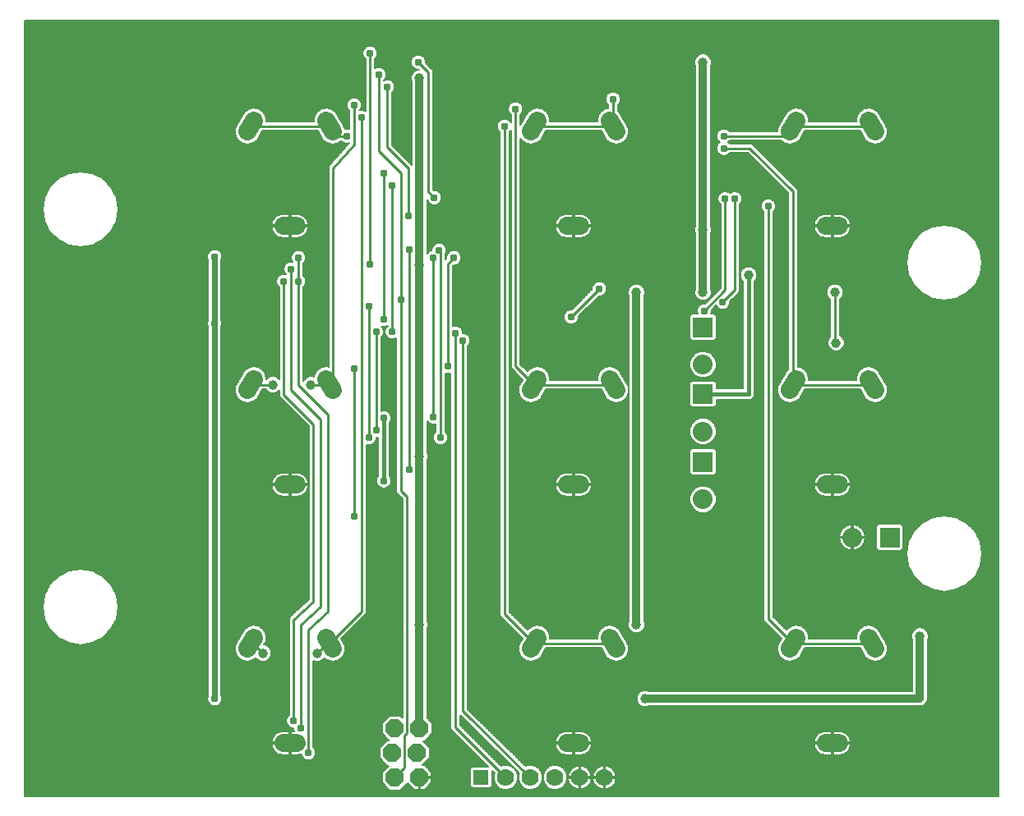
<source format=gbl>
G75*
%MOIN*%
%OFA0B0*%
%FSLAX24Y24*%
%IPPOS*%
%LPD*%
%AMOC8*
5,1,8,0,0,1.08239X$1,22.5*
%
%ADD10R,0.0800X0.0800*%
%ADD11C,0.0800*%
%ADD12R,0.0594X0.0594*%
%ADD13C,0.0700*%
%ADD14OC8,0.0740*%
%ADD15C,0.0720*%
%ADD16C,0.0100*%
%ADD17C,0.0310*%
%ADD18C,0.0320*%
%ADD19C,0.0396*%
%ADD20C,0.0050*%
%ADD21C,0.0160*%
%ADD22C,0.0240*%
D10*
X037293Y022567D03*
X037293Y025322D03*
X037293Y028035D03*
X044863Y019502D03*
D11*
X043345Y019502D03*
X037293Y021049D03*
X037293Y023804D03*
X037293Y026517D03*
D12*
X028293Y009752D03*
D13*
X029293Y009752D03*
X030293Y009752D03*
X031293Y009752D03*
X032293Y009752D03*
X033293Y009752D03*
D14*
X025793Y009752D03*
X024793Y009752D03*
X024693Y010752D03*
X025693Y010752D03*
X025793Y011752D03*
X024793Y011752D03*
D15*
X020808Y011152D02*
X020278Y011152D01*
X018811Y014973D02*
X019075Y015431D01*
X022011Y015431D02*
X022275Y014973D01*
X020808Y021652D02*
X020278Y021652D01*
X018811Y025473D02*
X019075Y025931D01*
X022011Y025931D02*
X022275Y025473D01*
X020808Y032152D02*
X020278Y032152D01*
X018811Y035973D02*
X019075Y036431D01*
X022011Y036431D02*
X022275Y035973D01*
X030311Y035973D02*
X030575Y036431D01*
X033511Y036431D02*
X033775Y035973D01*
X032308Y032152D02*
X031778Y032152D01*
X030575Y025931D02*
X030311Y025473D01*
X033511Y025931D02*
X033775Y025473D01*
X032308Y021652D02*
X031778Y021652D01*
X030575Y015431D02*
X030311Y014973D01*
X033511Y015431D02*
X033775Y014973D01*
X032308Y011152D02*
X031778Y011152D01*
X040811Y014973D02*
X041075Y015431D01*
X044011Y015431D02*
X044275Y014973D01*
X042808Y011152D02*
X042278Y011152D01*
X042278Y021652D02*
X042808Y021652D01*
X044275Y025473D02*
X044011Y025931D01*
X041075Y025931D02*
X040811Y025473D01*
X042278Y032152D02*
X042808Y032152D01*
X044275Y035973D02*
X044011Y036431D01*
X041075Y036431D02*
X040811Y035973D01*
D16*
X040943Y036202D02*
X044143Y036202D01*
X040943Y036202D02*
X040543Y035802D01*
X038143Y035802D01*
X038143Y035302D02*
X039193Y035302D01*
X040943Y033552D01*
X040943Y025702D01*
X044143Y025702D01*
X042693Y027402D02*
X042643Y027402D01*
X042643Y029452D01*
X038593Y029552D02*
X038593Y033252D01*
X038193Y033252D02*
X038193Y029552D01*
X037343Y028702D01*
X038093Y029052D02*
X038593Y029552D01*
X039943Y032952D02*
X039943Y016202D01*
X040943Y015202D01*
X044143Y015202D01*
X033643Y015202D02*
X030443Y015202D01*
X029243Y016402D01*
X029243Y036202D01*
X029693Y036902D02*
X029693Y026452D01*
X030443Y025702D01*
X033643Y025702D01*
X031943Y028452D02*
X033093Y029602D01*
X032193Y032002D02*
X032043Y032152D01*
X030443Y036202D02*
X033643Y036202D01*
X033643Y037302D01*
X026393Y033302D02*
X026143Y033552D01*
X026143Y038402D01*
X025743Y038802D01*
X024493Y037802D02*
X024493Y035352D01*
X025343Y034502D01*
X025343Y032552D01*
X025393Y031202D02*
X025393Y022252D01*
X025043Y021402D02*
X025043Y029152D01*
X025043Y034302D01*
X024143Y035202D01*
X024143Y038302D01*
X023793Y039152D02*
X023793Y030602D01*
X023743Y028902D02*
X023743Y023552D01*
X024043Y023852D02*
X024043Y027852D01*
X024343Y028352D02*
X024343Y034302D01*
X024693Y033802D02*
X024693Y027852D01*
X023143Y026352D02*
X023143Y020352D01*
X025043Y021402D02*
X025293Y021152D01*
X025293Y011552D01*
X025193Y011452D01*
X025193Y010152D01*
X024793Y009752D01*
X027243Y011802D02*
X029293Y009752D01*
X030293Y009752D02*
X027543Y012452D01*
X027543Y027502D01*
X027243Y027802D02*
X027243Y011802D01*
X023443Y016502D02*
X022143Y015202D01*
X022043Y015202D01*
X021643Y014802D01*
X021293Y015752D02*
X021293Y010752D01*
X020993Y011752D02*
X020993Y015952D01*
X021793Y016702D01*
X021793Y024302D01*
X020593Y025502D01*
X020593Y030402D01*
X020890Y030800D02*
X020890Y029105D01*
X020893Y025702D01*
X022093Y024502D01*
X022093Y016502D01*
X021293Y015752D01*
X020693Y016152D02*
X020693Y012052D01*
X019443Y014802D02*
X019043Y015202D01*
X018943Y015202D01*
X020693Y016152D02*
X021493Y016902D01*
X021493Y024102D01*
X020293Y025302D01*
X020293Y029902D01*
X020893Y029902D02*
X020890Y029105D01*
X020890Y030800D02*
X020893Y030852D01*
X022293Y034502D02*
X023143Y035452D01*
X023143Y037052D01*
X023443Y036552D02*
X023443Y016502D01*
X026643Y023552D02*
X026643Y031102D01*
X026593Y031152D01*
X026343Y030852D02*
X026343Y024402D01*
X026943Y026452D02*
X026943Y030602D01*
X027193Y030852D01*
X022293Y034502D02*
X022293Y025852D01*
X022143Y025702D01*
X021393Y025702D01*
X019843Y025702D02*
X018943Y025702D01*
X022543Y035802D02*
X022143Y036202D01*
X018943Y036202D01*
X022543Y035802D02*
X022843Y035802D01*
D17*
X022843Y035802D03*
X023443Y036552D03*
X023143Y037052D03*
X024493Y037802D03*
X024143Y038302D03*
X023793Y039152D03*
X025743Y038802D03*
X029243Y036202D03*
X029693Y036902D03*
X033643Y037302D03*
X038143Y035802D03*
X038143Y035302D03*
X038193Y033252D03*
X038593Y033252D03*
X039943Y032952D03*
X038093Y029052D03*
X037343Y028702D03*
X033093Y029602D03*
X031943Y028452D03*
X027543Y027502D03*
X027243Y027802D03*
X026943Y026452D03*
X026343Y024402D03*
X026643Y023552D03*
X025393Y022252D03*
X024343Y021802D03*
X023143Y020352D03*
X023743Y023552D03*
X024043Y023852D03*
X024343Y024352D03*
X023143Y026352D03*
X024043Y027852D03*
X024343Y028352D03*
X024693Y027852D03*
X023743Y028902D03*
X025043Y029152D03*
X023793Y030602D03*
X025393Y031202D03*
X026343Y030852D03*
X026593Y031152D03*
X027193Y030852D03*
X025343Y032552D03*
X026393Y033302D03*
X024693Y033802D03*
X024343Y034302D03*
X021793Y031552D03*
X020893Y030852D03*
X020593Y030402D03*
X020893Y029902D03*
X020293Y029902D03*
X017493Y030902D03*
X017493Y028202D03*
X017493Y012952D03*
X020693Y012052D03*
X020993Y011752D03*
X021293Y010752D03*
D18*
X025793Y011752D02*
X025793Y015952D01*
X025793Y022802D01*
X025793Y030552D01*
X025793Y038152D01*
X034593Y029452D02*
X034593Y015952D01*
X034943Y012952D02*
X046093Y012952D01*
X046093Y015502D01*
X037293Y029452D02*
X037293Y032002D01*
X037293Y038802D01*
D19*
X037293Y038802D03*
X037293Y032002D03*
X039143Y030152D03*
X037293Y029452D03*
X034593Y029452D03*
X042643Y029452D03*
X042693Y027402D03*
X034593Y015952D03*
X034943Y012952D03*
X025793Y015952D03*
X021643Y014802D03*
X019443Y014802D03*
X025793Y022802D03*
X021393Y025702D03*
X019843Y025702D03*
X025793Y030552D03*
X025793Y038152D03*
X046093Y015502D03*
D20*
X009793Y009002D02*
X009793Y040502D01*
X049293Y040502D01*
X049293Y009002D01*
X009793Y009002D01*
X009793Y009043D02*
X049293Y009043D01*
X049293Y009092D02*
X009793Y009092D01*
X009793Y009140D02*
X049293Y009140D01*
X049293Y009189D02*
X009793Y009189D01*
X009793Y009237D02*
X024579Y009237D01*
X025006Y009237D01*
X025307Y009538D01*
X025588Y009257D01*
X025768Y009257D01*
X025768Y009727D01*
X025818Y009727D01*
X025818Y009777D01*
X026288Y009777D01*
X026288Y009957D01*
X025998Y010247D01*
X025916Y010247D01*
X026208Y010539D01*
X026208Y010966D01*
X025936Y011237D01*
X026006Y011237D01*
X026308Y011539D01*
X026308Y011966D01*
X026098Y012176D01*
X026098Y015792D01*
X026136Y015884D01*
X026136Y016021D01*
X026098Y016113D01*
X026098Y022642D01*
X026136Y022734D01*
X026136Y022871D01*
X026098Y022963D01*
X027048Y022963D01*
X027048Y023011D02*
X026098Y023011D01*
X026098Y022963D02*
X026098Y024223D01*
X026173Y024148D01*
X026283Y024102D01*
X026402Y024102D01*
X026448Y024121D01*
X026448Y023782D01*
X026388Y023722D01*
X026343Y023612D01*
X026343Y023493D01*
X026388Y023382D01*
X026473Y023298D01*
X026583Y023252D01*
X026702Y023252D01*
X026813Y023298D01*
X026897Y023382D01*
X026943Y023493D01*
X026943Y023612D01*
X026897Y023722D01*
X026838Y023782D01*
X026838Y026171D01*
X026883Y026152D01*
X027002Y026152D01*
X027048Y026171D01*
X027048Y011722D01*
X028575Y010194D01*
X027936Y010194D01*
X027851Y010109D01*
X027851Y009396D01*
X027936Y009311D01*
X028649Y009311D01*
X028734Y009396D01*
X028734Y010035D01*
X028833Y009936D01*
X028798Y009851D01*
X028798Y009654D01*
X028873Y009472D01*
X029012Y009333D01*
X029194Y009257D01*
X029391Y009257D01*
X029573Y009333D01*
X029712Y009472D01*
X029788Y009654D01*
X029788Y009851D01*
X029712Y010033D01*
X029573Y010172D01*
X029391Y010247D01*
X029194Y010247D01*
X029109Y010212D01*
X027438Y011883D01*
X027438Y012282D01*
X027462Y012257D01*
X027463Y012257D01*
X029831Y009932D01*
X029798Y009851D01*
X029798Y009654D01*
X029873Y009472D01*
X030012Y009333D01*
X030194Y009257D01*
X030391Y009257D01*
X030573Y009333D01*
X030712Y009472D01*
X030788Y009654D01*
X030788Y009851D01*
X030712Y010033D01*
X030573Y010172D01*
X030391Y010247D01*
X030194Y010247D01*
X030105Y010210D01*
X027738Y012534D01*
X027738Y027273D01*
X027797Y027332D01*
X027843Y027443D01*
X027843Y027562D01*
X027797Y027672D01*
X027713Y027757D01*
X027602Y027802D01*
X027543Y027802D01*
X027543Y027862D01*
X027497Y027972D01*
X027413Y028057D01*
X027302Y028102D01*
X027183Y028102D01*
X027138Y028084D01*
X027138Y030522D01*
X027168Y030552D01*
X027252Y030552D01*
X027363Y030598D01*
X027447Y030682D01*
X027493Y030793D01*
X027493Y030912D01*
X027447Y031022D01*
X027363Y031107D01*
X027252Y031152D01*
X027133Y031152D01*
X027023Y031107D01*
X026938Y031022D01*
X026893Y030912D01*
X026893Y030828D01*
X026862Y030797D01*
X026838Y030773D01*
X026838Y030973D01*
X026847Y030982D01*
X026893Y031093D01*
X026893Y031212D01*
X026847Y031322D01*
X026763Y031407D01*
X026652Y031452D01*
X026533Y031452D01*
X026423Y031407D01*
X026338Y031322D01*
X026293Y031212D01*
X026293Y031152D01*
X026283Y031152D01*
X026173Y031107D01*
X026098Y031032D01*
X026098Y033231D01*
X026138Y033132D01*
X026223Y033048D01*
X026333Y033002D01*
X026452Y033002D01*
X026563Y033048D01*
X026647Y033132D01*
X026693Y033243D01*
X026693Y033362D01*
X026647Y033472D01*
X026563Y033557D01*
X026452Y033602D01*
X026368Y033602D01*
X026338Y033633D01*
X029048Y033633D01*
X029048Y033585D02*
X026495Y033585D01*
X026583Y033536D02*
X029048Y033536D01*
X029048Y033488D02*
X026632Y033488D01*
X026661Y033439D02*
X029048Y033439D01*
X029048Y033391D02*
X026681Y033391D01*
X026693Y033342D02*
X029048Y033342D01*
X029048Y033294D02*
X026693Y033294D01*
X026693Y033245D02*
X029048Y033245D01*
X029048Y033197D02*
X026673Y033197D01*
X026653Y033148D02*
X029048Y033148D01*
X029048Y033100D02*
X026614Y033100D01*
X026565Y033051D02*
X029048Y033051D01*
X029048Y033003D02*
X026453Y033003D01*
X026333Y033003D02*
X026098Y033003D01*
X026098Y033051D02*
X026220Y033051D01*
X026171Y033100D02*
X026098Y033100D01*
X026098Y033148D02*
X026132Y033148D01*
X026112Y033197D02*
X026098Y033197D01*
X026098Y032954D02*
X029048Y032954D01*
X029048Y032906D02*
X026098Y032906D01*
X026098Y032857D02*
X029048Y032857D01*
X029048Y032809D02*
X026098Y032809D01*
X026098Y032760D02*
X029048Y032760D01*
X029048Y032712D02*
X026098Y032712D01*
X026098Y032663D02*
X029048Y032663D01*
X029048Y032615D02*
X026098Y032615D01*
X026098Y032566D02*
X029048Y032566D01*
X029048Y032518D02*
X026098Y032518D01*
X026098Y032469D02*
X029048Y032469D01*
X029048Y032421D02*
X026098Y032421D01*
X026098Y032372D02*
X029048Y032372D01*
X029048Y032324D02*
X026098Y032324D01*
X026098Y032275D02*
X029048Y032275D01*
X029048Y032227D02*
X026098Y032227D01*
X026098Y032178D02*
X029048Y032178D01*
X029048Y032130D02*
X026098Y032130D01*
X026098Y032081D02*
X029048Y032081D01*
X029048Y032033D02*
X026098Y032033D01*
X026098Y031984D02*
X029048Y031984D01*
X029048Y031936D02*
X026098Y031936D01*
X026098Y031887D02*
X029048Y031887D01*
X029048Y031839D02*
X026098Y031839D01*
X026098Y031790D02*
X029048Y031790D01*
X029048Y031742D02*
X026098Y031742D01*
X026098Y031693D02*
X029048Y031693D01*
X029048Y031645D02*
X026098Y031645D01*
X026098Y031596D02*
X029048Y031596D01*
X029048Y031548D02*
X026098Y031548D01*
X026098Y031499D02*
X029048Y031499D01*
X029048Y031451D02*
X026657Y031451D01*
X026767Y031402D02*
X029048Y031402D01*
X029048Y031354D02*
X026816Y031354D01*
X026854Y031305D02*
X029048Y031305D01*
X029048Y031257D02*
X026874Y031257D01*
X026893Y031208D02*
X029048Y031208D01*
X029048Y031160D02*
X026893Y031160D01*
X026893Y031111D02*
X027033Y031111D01*
X026978Y031063D02*
X026880Y031063D01*
X026860Y031014D02*
X026935Y031014D01*
X026915Y030966D02*
X026838Y030966D01*
X026838Y030917D02*
X026895Y030917D01*
X026893Y030869D02*
X026838Y030869D01*
X026838Y030820D02*
X026884Y030820D01*
X027145Y030529D02*
X029048Y030529D01*
X029048Y030481D02*
X027138Y030481D01*
X027138Y030432D02*
X029048Y030432D01*
X029048Y030384D02*
X027138Y030384D01*
X027138Y030335D02*
X029048Y030335D01*
X029048Y030287D02*
X027138Y030287D01*
X027138Y030238D02*
X029048Y030238D01*
X029048Y030190D02*
X027138Y030190D01*
X027138Y030141D02*
X029048Y030141D01*
X029048Y030093D02*
X027138Y030093D01*
X027138Y030044D02*
X029048Y030044D01*
X029048Y029996D02*
X027138Y029996D01*
X027138Y029947D02*
X029048Y029947D01*
X029048Y029899D02*
X027138Y029899D01*
X027138Y029850D02*
X029048Y029850D01*
X029048Y029802D02*
X027138Y029802D01*
X027138Y029753D02*
X029048Y029753D01*
X029048Y029705D02*
X027138Y029705D01*
X027138Y029656D02*
X029048Y029656D01*
X029048Y029608D02*
X027138Y029608D01*
X027138Y029559D02*
X029048Y029559D01*
X029048Y029511D02*
X027138Y029511D01*
X027138Y029462D02*
X029048Y029462D01*
X029048Y029414D02*
X027138Y029414D01*
X027138Y029365D02*
X029048Y029365D01*
X029048Y029317D02*
X027138Y029317D01*
X027138Y029268D02*
X029048Y029268D01*
X029048Y029220D02*
X027138Y029220D01*
X027138Y029171D02*
X029048Y029171D01*
X029048Y029123D02*
X027138Y029123D01*
X027138Y029074D02*
X029048Y029074D01*
X029048Y029026D02*
X027138Y029026D01*
X027138Y028977D02*
X029048Y028977D01*
X029048Y028929D02*
X027138Y028929D01*
X027138Y028880D02*
X029048Y028880D01*
X029048Y028832D02*
X027138Y028832D01*
X027138Y028783D02*
X029048Y028783D01*
X029048Y028735D02*
X027138Y028735D01*
X027138Y028686D02*
X029048Y028686D01*
X029048Y028638D02*
X027138Y028638D01*
X027138Y028589D02*
X029048Y028589D01*
X029048Y028541D02*
X027138Y028541D01*
X027138Y028492D02*
X029048Y028492D01*
X029048Y028444D02*
X027138Y028444D01*
X027138Y028395D02*
X029048Y028395D01*
X029048Y028347D02*
X027138Y028347D01*
X027138Y028298D02*
X029048Y028298D01*
X029048Y028250D02*
X027138Y028250D01*
X027138Y028201D02*
X029048Y028201D01*
X029048Y028153D02*
X027138Y028153D01*
X027138Y028104D02*
X029048Y028104D01*
X029048Y028056D02*
X027414Y028056D01*
X027462Y028007D02*
X029048Y028007D01*
X029048Y027959D02*
X027503Y027959D01*
X027523Y027910D02*
X029048Y027910D01*
X029048Y027862D02*
X027543Y027862D01*
X027543Y027813D02*
X029048Y027813D01*
X029048Y027765D02*
X027694Y027765D01*
X027753Y027716D02*
X029048Y027716D01*
X029048Y027668D02*
X027799Y027668D01*
X027819Y027619D02*
X029048Y027619D01*
X029048Y027571D02*
X027839Y027571D01*
X027843Y027522D02*
X029048Y027522D01*
X029048Y027474D02*
X027843Y027474D01*
X027835Y027425D02*
X029048Y027425D01*
X029048Y027377D02*
X027815Y027377D01*
X027792Y027328D02*
X029048Y027328D01*
X029048Y027280D02*
X027744Y027280D01*
X027738Y027231D02*
X029048Y027231D01*
X029048Y027183D02*
X027738Y027183D01*
X027738Y027134D02*
X029048Y027134D01*
X029048Y027086D02*
X027738Y027086D01*
X027738Y027037D02*
X029048Y027037D01*
X029048Y026989D02*
X027738Y026989D01*
X027738Y026940D02*
X029048Y026940D01*
X029048Y026892D02*
X027738Y026892D01*
X027738Y026843D02*
X029048Y026843D01*
X029048Y026795D02*
X027738Y026795D01*
X027738Y026746D02*
X029048Y026746D01*
X029048Y026698D02*
X027738Y026698D01*
X027738Y026649D02*
X029048Y026649D01*
X029048Y026601D02*
X027738Y026601D01*
X027738Y026552D02*
X029048Y026552D01*
X029048Y026504D02*
X027738Y026504D01*
X027738Y026455D02*
X029048Y026455D01*
X029048Y026407D02*
X027738Y026407D01*
X027738Y026358D02*
X029048Y026358D01*
X029048Y026310D02*
X027738Y026310D01*
X027738Y026261D02*
X029048Y026261D01*
X029048Y026213D02*
X027738Y026213D01*
X027738Y026164D02*
X029048Y026164D01*
X029048Y026116D02*
X027738Y026116D01*
X027738Y026067D02*
X029048Y026067D01*
X029048Y026019D02*
X027738Y026019D01*
X027738Y025970D02*
X029048Y025970D01*
X029048Y025922D02*
X027738Y025922D01*
X027738Y025873D02*
X029048Y025873D01*
X029048Y025825D02*
X027738Y025825D01*
X027738Y025776D02*
X029048Y025776D01*
X029048Y025728D02*
X027738Y025728D01*
X027738Y025679D02*
X029048Y025679D01*
X029048Y025631D02*
X027738Y025631D01*
X027738Y025582D02*
X029048Y025582D01*
X029048Y025534D02*
X027738Y025534D01*
X027738Y025485D02*
X029048Y025485D01*
X029048Y025437D02*
X027738Y025437D01*
X027738Y025388D02*
X029048Y025388D01*
X029048Y025340D02*
X027738Y025340D01*
X027738Y025291D02*
X029048Y025291D01*
X029048Y025243D02*
X027738Y025243D01*
X027738Y025194D02*
X029048Y025194D01*
X029048Y025146D02*
X027738Y025146D01*
X027738Y025097D02*
X029048Y025097D01*
X029048Y025049D02*
X027738Y025049D01*
X027738Y025000D02*
X029048Y025000D01*
X029048Y024952D02*
X027738Y024952D01*
X027738Y024903D02*
X029048Y024903D01*
X029048Y024855D02*
X027738Y024855D01*
X027738Y024806D02*
X029048Y024806D01*
X029048Y024758D02*
X027738Y024758D01*
X027738Y024709D02*
X029048Y024709D01*
X029048Y024661D02*
X027738Y024661D01*
X027738Y024612D02*
X029048Y024612D01*
X029048Y024564D02*
X027738Y024564D01*
X027738Y024515D02*
X029048Y024515D01*
X029048Y024466D02*
X027738Y024466D01*
X027738Y024418D02*
X029048Y024418D01*
X029048Y024369D02*
X027738Y024369D01*
X027738Y024321D02*
X029048Y024321D01*
X029048Y024272D02*
X027738Y024272D01*
X027738Y024224D02*
X029048Y024224D01*
X029048Y024175D02*
X027738Y024175D01*
X027738Y024127D02*
X029048Y024127D01*
X029048Y024078D02*
X027738Y024078D01*
X027738Y024030D02*
X029048Y024030D01*
X029048Y023981D02*
X027738Y023981D01*
X027738Y023933D02*
X029048Y023933D01*
X029048Y023884D02*
X027738Y023884D01*
X027738Y023836D02*
X029048Y023836D01*
X029048Y023787D02*
X027738Y023787D01*
X027738Y023739D02*
X029048Y023739D01*
X029048Y023690D02*
X027738Y023690D01*
X027738Y023642D02*
X029048Y023642D01*
X029048Y023593D02*
X027738Y023593D01*
X027738Y023545D02*
X029048Y023545D01*
X029048Y023496D02*
X027738Y023496D01*
X027738Y023448D02*
X029048Y023448D01*
X029048Y023399D02*
X027738Y023399D01*
X027738Y023351D02*
X029048Y023351D01*
X029048Y023302D02*
X027738Y023302D01*
X027738Y023254D02*
X029048Y023254D01*
X029048Y023205D02*
X027738Y023205D01*
X027738Y023157D02*
X029048Y023157D01*
X029048Y023108D02*
X027738Y023108D01*
X027738Y023060D02*
X029048Y023060D01*
X029048Y023011D02*
X027738Y023011D01*
X027738Y022963D02*
X029048Y022963D01*
X029048Y022914D02*
X027738Y022914D01*
X027738Y022866D02*
X029048Y022866D01*
X029048Y022817D02*
X027738Y022817D01*
X027738Y022769D02*
X029048Y022769D01*
X029048Y022720D02*
X027738Y022720D01*
X027738Y022672D02*
X029048Y022672D01*
X029048Y022623D02*
X027738Y022623D01*
X027738Y022575D02*
X029048Y022575D01*
X029048Y022526D02*
X027738Y022526D01*
X027738Y022478D02*
X029048Y022478D01*
X029048Y022429D02*
X027738Y022429D01*
X027738Y022381D02*
X029048Y022381D01*
X029048Y022332D02*
X027738Y022332D01*
X027738Y022284D02*
X029048Y022284D01*
X029048Y022235D02*
X027738Y022235D01*
X027738Y022187D02*
X029048Y022187D01*
X029048Y022138D02*
X027738Y022138D01*
X027738Y022090D02*
X029048Y022090D01*
X029048Y022041D02*
X027738Y022041D01*
X027738Y021993D02*
X029048Y021993D01*
X029048Y021944D02*
X027738Y021944D01*
X027738Y021896D02*
X029048Y021896D01*
X029048Y021847D02*
X027738Y021847D01*
X027738Y021799D02*
X029048Y021799D01*
X029048Y021750D02*
X027738Y021750D01*
X027738Y021702D02*
X029048Y021702D01*
X029048Y021653D02*
X027738Y021653D01*
X027738Y021605D02*
X029048Y021605D01*
X029048Y021556D02*
X027738Y021556D01*
X027738Y021508D02*
X029048Y021508D01*
X029048Y021459D02*
X027738Y021459D01*
X027738Y021411D02*
X029048Y021411D01*
X029048Y021362D02*
X027738Y021362D01*
X027738Y021314D02*
X029048Y021314D01*
X029048Y021265D02*
X027738Y021265D01*
X027738Y021217D02*
X029048Y021217D01*
X029048Y021168D02*
X027738Y021168D01*
X027738Y021120D02*
X029048Y021120D01*
X029048Y021071D02*
X027738Y021071D01*
X027738Y021023D02*
X029048Y021023D01*
X029048Y020974D02*
X027738Y020974D01*
X027738Y020926D02*
X029048Y020926D01*
X029048Y020877D02*
X027738Y020877D01*
X027738Y020829D02*
X029048Y020829D01*
X029048Y020780D02*
X027738Y020780D01*
X027738Y020732D02*
X029048Y020732D01*
X029048Y020683D02*
X027738Y020683D01*
X027738Y020635D02*
X029048Y020635D01*
X029048Y020586D02*
X027738Y020586D01*
X027738Y020538D02*
X029048Y020538D01*
X029048Y020489D02*
X027738Y020489D01*
X027738Y020441D02*
X029048Y020441D01*
X029048Y020392D02*
X027738Y020392D01*
X027738Y020344D02*
X029048Y020344D01*
X029048Y020295D02*
X027738Y020295D01*
X027738Y020247D02*
X029048Y020247D01*
X029048Y020198D02*
X027738Y020198D01*
X027738Y020150D02*
X029048Y020150D01*
X029048Y020101D02*
X027738Y020101D01*
X027738Y020053D02*
X029048Y020053D01*
X029048Y020004D02*
X027738Y020004D01*
X027738Y019956D02*
X029048Y019956D01*
X029048Y019907D02*
X027738Y019907D01*
X027738Y019859D02*
X029048Y019859D01*
X029048Y019810D02*
X027738Y019810D01*
X027738Y019762D02*
X029048Y019762D01*
X029048Y019713D02*
X027738Y019713D01*
X027738Y019665D02*
X029048Y019665D01*
X029048Y019616D02*
X027738Y019616D01*
X027738Y019568D02*
X029048Y019568D01*
X029048Y019519D02*
X027738Y019519D01*
X027738Y019471D02*
X029048Y019471D01*
X029048Y019422D02*
X027738Y019422D01*
X027738Y019374D02*
X029048Y019374D01*
X029048Y019325D02*
X027738Y019325D01*
X027738Y019277D02*
X029048Y019277D01*
X029048Y019228D02*
X027738Y019228D01*
X027738Y019180D02*
X029048Y019180D01*
X029048Y019131D02*
X027738Y019131D01*
X027738Y019083D02*
X029048Y019083D01*
X029048Y019034D02*
X027738Y019034D01*
X027738Y018986D02*
X029048Y018986D01*
X029048Y018937D02*
X027738Y018937D01*
X027738Y018889D02*
X029048Y018889D01*
X029048Y018840D02*
X027738Y018840D01*
X027738Y018792D02*
X029048Y018792D01*
X029048Y018743D02*
X027738Y018743D01*
X027738Y018695D02*
X029048Y018695D01*
X029048Y018646D02*
X027738Y018646D01*
X027738Y018598D02*
X029048Y018598D01*
X029048Y018549D02*
X027738Y018549D01*
X027738Y018501D02*
X029048Y018501D01*
X029048Y018452D02*
X027738Y018452D01*
X027738Y018404D02*
X029048Y018404D01*
X029048Y018355D02*
X027738Y018355D01*
X027738Y018307D02*
X029048Y018307D01*
X029048Y018258D02*
X027738Y018258D01*
X027738Y018210D02*
X029048Y018210D01*
X029048Y018161D02*
X027738Y018161D01*
X027738Y018113D02*
X029048Y018113D01*
X029048Y018064D02*
X027738Y018064D01*
X027738Y018016D02*
X029048Y018016D01*
X029048Y017967D02*
X027738Y017967D01*
X027738Y017919D02*
X029048Y017919D01*
X029048Y017870D02*
X027738Y017870D01*
X027738Y017822D02*
X029048Y017822D01*
X029048Y017773D02*
X027738Y017773D01*
X027738Y017725D02*
X029048Y017725D01*
X029048Y017676D02*
X027738Y017676D01*
X027738Y017628D02*
X029048Y017628D01*
X029048Y017579D02*
X027738Y017579D01*
X027738Y017531D02*
X029048Y017531D01*
X029048Y017482D02*
X027738Y017482D01*
X027738Y017434D02*
X029048Y017434D01*
X029048Y017385D02*
X027738Y017385D01*
X027738Y017337D02*
X029048Y017337D01*
X029048Y017288D02*
X027738Y017288D01*
X027738Y017240D02*
X029048Y017240D01*
X029048Y017191D02*
X027738Y017191D01*
X027738Y017143D02*
X029048Y017143D01*
X029048Y017094D02*
X027738Y017094D01*
X027738Y017046D02*
X029048Y017046D01*
X029048Y016997D02*
X027738Y016997D01*
X027738Y016949D02*
X029048Y016949D01*
X029048Y016900D02*
X027738Y016900D01*
X027738Y016852D02*
X029048Y016852D01*
X029048Y016803D02*
X027738Y016803D01*
X027738Y016755D02*
X029048Y016755D01*
X029048Y016706D02*
X027738Y016706D01*
X027738Y016658D02*
X029048Y016658D01*
X029048Y016609D02*
X027738Y016609D01*
X027738Y016561D02*
X029048Y016561D01*
X029048Y016512D02*
X027738Y016512D01*
X027738Y016464D02*
X029048Y016464D01*
X029048Y016415D02*
X027738Y016415D01*
X027738Y016367D02*
X029048Y016367D01*
X029048Y016322D02*
X029972Y015397D01*
X027738Y015397D01*
X027738Y015445D02*
X029924Y015445D01*
X029972Y015397D02*
X029823Y015138D01*
X029796Y014939D01*
X029848Y014745D01*
X029971Y014586D01*
X030145Y014485D01*
X030344Y014459D01*
X030538Y014511D01*
X030697Y014633D01*
X030913Y015007D01*
X033172Y015007D01*
X033388Y014633D01*
X033547Y014511D01*
X033741Y014459D01*
X033941Y014485D01*
X034115Y014586D01*
X034237Y014745D01*
X034289Y014939D01*
X034263Y015138D01*
X033897Y015771D01*
X033738Y015894D01*
X033544Y015946D01*
X033345Y015919D01*
X033171Y015819D01*
X033048Y015660D01*
X032996Y015466D01*
X033005Y015397D01*
X031080Y015397D01*
X031089Y015466D01*
X031037Y015660D01*
X030915Y015819D01*
X030741Y015919D01*
X030541Y015946D01*
X030347Y015894D01*
X030188Y015771D01*
X030174Y015747D01*
X029438Y016483D01*
X029438Y035973D01*
X029497Y036032D01*
X029498Y036034D01*
X029498Y026372D01*
X029972Y025897D01*
X029823Y025638D01*
X029796Y025439D01*
X029848Y025245D01*
X029971Y025086D01*
X030145Y024985D01*
X030344Y024959D01*
X030538Y025011D01*
X030697Y025133D01*
X030913Y025507D01*
X033172Y025507D01*
X033388Y025133D01*
X033547Y025011D01*
X033741Y024959D01*
X033941Y024985D01*
X034115Y025086D01*
X034237Y025245D01*
X034288Y025434D01*
X034288Y016113D01*
X034249Y016021D01*
X034249Y015884D01*
X034302Y015758D01*
X034398Y015662D01*
X034524Y015609D01*
X034661Y015609D01*
X034787Y015662D01*
X034883Y015758D01*
X034936Y015884D01*
X034936Y016021D01*
X034898Y016113D01*
X034898Y029292D01*
X034936Y029384D01*
X034936Y029521D01*
X034883Y029647D01*
X034787Y029743D01*
X034661Y029796D01*
X034524Y029796D01*
X034398Y029743D01*
X034302Y029647D01*
X034249Y029521D01*
X034249Y029384D01*
X034288Y029292D01*
X034288Y025449D01*
X034263Y025638D01*
X033897Y026271D01*
X033738Y026394D01*
X033544Y026446D01*
X033345Y026419D01*
X033171Y026319D01*
X033048Y026160D01*
X032996Y025966D01*
X033005Y025897D01*
X031080Y025897D01*
X031089Y025966D01*
X031037Y026160D01*
X030915Y026319D01*
X030741Y026419D01*
X030541Y026446D01*
X030347Y026394D01*
X030188Y026271D01*
X030174Y026247D01*
X029888Y026533D01*
X029888Y035694D01*
X029971Y035586D01*
X030145Y035485D01*
X030344Y035459D01*
X030538Y035511D01*
X030697Y035633D01*
X030913Y036007D01*
X033172Y036007D01*
X033388Y035633D01*
X033547Y035511D01*
X033741Y035459D01*
X033941Y035485D01*
X034115Y035586D01*
X034237Y035745D01*
X034289Y035939D01*
X034263Y036138D01*
X033897Y036771D01*
X033838Y036817D01*
X033838Y037073D01*
X033897Y037132D01*
X033943Y037243D01*
X033943Y037362D01*
X033897Y037472D01*
X033813Y037557D01*
X033702Y037602D01*
X033583Y037602D01*
X033473Y037557D01*
X033388Y037472D01*
X033343Y037362D01*
X033343Y037243D01*
X033388Y037132D01*
X033448Y037073D01*
X033448Y036933D01*
X033345Y036919D01*
X033171Y036819D01*
X033048Y036660D01*
X032996Y036466D01*
X033005Y036397D01*
X031080Y036397D01*
X031089Y036466D01*
X031037Y036660D01*
X030915Y036819D01*
X030741Y036919D01*
X030541Y036946D01*
X030347Y036894D01*
X030188Y036771D01*
X029888Y036251D01*
X029888Y036673D01*
X029947Y036732D01*
X029993Y036843D01*
X029993Y036962D01*
X029947Y037072D01*
X029863Y037157D01*
X029752Y037202D01*
X029633Y037202D01*
X029523Y037157D01*
X029438Y037072D01*
X029393Y036962D01*
X029393Y036843D01*
X029438Y036732D01*
X029498Y036673D01*
X029498Y036371D01*
X029497Y036372D01*
X029413Y036457D01*
X029302Y036502D01*
X029183Y036502D01*
X029073Y036457D01*
X028988Y036372D01*
X028943Y036262D01*
X028943Y036143D01*
X028988Y036032D01*
X029048Y035973D01*
X029048Y016322D01*
X029051Y016318D02*
X027738Y016318D01*
X027738Y016270D02*
X029099Y016270D01*
X029148Y016221D02*
X027738Y016221D01*
X027738Y016173D02*
X029196Y016173D01*
X029245Y016124D02*
X027738Y016124D01*
X027738Y016076D02*
X029293Y016076D01*
X029342Y016027D02*
X027738Y016027D01*
X027738Y015979D02*
X029390Y015979D01*
X029439Y015930D02*
X027738Y015930D01*
X027738Y015882D02*
X029487Y015882D01*
X029536Y015833D02*
X027738Y015833D01*
X027738Y015785D02*
X029584Y015785D01*
X029633Y015736D02*
X027738Y015736D01*
X027738Y015688D02*
X029681Y015688D01*
X029730Y015639D02*
X027738Y015639D01*
X027738Y015591D02*
X029778Y015591D01*
X029827Y015542D02*
X027738Y015542D01*
X027738Y015494D02*
X029875Y015494D01*
X029944Y015348D02*
X027738Y015348D01*
X027738Y015300D02*
X029916Y015300D01*
X029888Y015251D02*
X027738Y015251D01*
X027738Y015203D02*
X029860Y015203D01*
X029832Y015154D02*
X027738Y015154D01*
X027738Y015106D02*
X029818Y015106D01*
X029812Y015057D02*
X027738Y015057D01*
X027738Y015009D02*
X029805Y015009D01*
X029799Y014960D02*
X027738Y014960D01*
X027738Y014912D02*
X029804Y014912D01*
X029817Y014863D02*
X027738Y014863D01*
X027738Y014815D02*
X029830Y014815D01*
X029843Y014766D02*
X027738Y014766D01*
X027738Y014718D02*
X029869Y014718D01*
X029906Y014669D02*
X027738Y014669D01*
X027738Y014621D02*
X029944Y014621D01*
X029994Y014572D02*
X027738Y014572D01*
X027738Y014524D02*
X030078Y014524D01*
X030220Y014475D02*
X027738Y014475D01*
X027738Y014427D02*
X045788Y014427D01*
X045788Y014475D02*
X044365Y014475D01*
X044441Y014485D02*
X044615Y014586D01*
X044737Y014745D01*
X044789Y014939D01*
X044763Y015138D01*
X044397Y015771D01*
X044238Y015894D01*
X044044Y015946D01*
X043845Y015919D01*
X043671Y015819D01*
X043548Y015660D01*
X043496Y015466D01*
X043505Y015397D01*
X041580Y015397D01*
X041589Y015466D01*
X041537Y015660D01*
X041415Y015819D01*
X041241Y015919D01*
X041041Y015946D01*
X040847Y015894D01*
X040688Y015771D01*
X040674Y015747D01*
X040138Y016283D01*
X040138Y032723D01*
X040197Y032782D01*
X040243Y032893D01*
X040243Y033012D01*
X040197Y033122D01*
X040113Y033207D01*
X040002Y033252D01*
X039883Y033252D01*
X039773Y033207D01*
X039688Y033122D01*
X039643Y033012D01*
X039643Y032893D01*
X039688Y032782D01*
X039748Y032723D01*
X039748Y016122D01*
X040472Y015397D01*
X034113Y015397D01*
X034085Y015445D02*
X040424Y015445D01*
X040472Y015397D02*
X040323Y015138D01*
X040296Y014939D01*
X040348Y014745D01*
X040471Y014586D01*
X040645Y014485D01*
X040844Y014459D01*
X041038Y014511D01*
X041197Y014633D01*
X041413Y015007D01*
X043672Y015007D01*
X043888Y014633D01*
X044047Y014511D01*
X044241Y014459D01*
X044441Y014485D01*
X044507Y014524D02*
X045788Y014524D01*
X045788Y014572D02*
X044591Y014572D01*
X044642Y014621D02*
X045788Y014621D01*
X045788Y014669D02*
X044679Y014669D01*
X044716Y014718D02*
X045788Y014718D01*
X045788Y014766D02*
X044743Y014766D01*
X044756Y014815D02*
X045788Y014815D01*
X045788Y014863D02*
X044769Y014863D01*
X044782Y014912D02*
X045788Y014912D01*
X045788Y014960D02*
X044786Y014960D01*
X044780Y015009D02*
X045788Y015009D01*
X045788Y015057D02*
X044773Y015057D01*
X044767Y015106D02*
X045788Y015106D01*
X045788Y015154D02*
X044753Y015154D01*
X044725Y015203D02*
X045788Y015203D01*
X045788Y015251D02*
X044697Y015251D01*
X044669Y015300D02*
X045788Y015300D01*
X045788Y015342D02*
X045788Y013257D01*
X035103Y013257D01*
X035011Y013296D01*
X034874Y013296D01*
X034748Y013243D01*
X034652Y013147D01*
X034599Y013021D01*
X034599Y012884D01*
X034652Y012758D01*
X034748Y012662D01*
X034874Y012609D01*
X035011Y012609D01*
X035103Y012647D01*
X046153Y012647D01*
X046265Y012694D01*
X046351Y012780D01*
X046398Y012892D01*
X046398Y015342D01*
X046436Y015434D01*
X046436Y015571D01*
X046383Y015697D01*
X046287Y015793D01*
X046161Y015846D01*
X046024Y015846D01*
X045898Y015793D01*
X045802Y015697D01*
X045749Y015571D01*
X045749Y015434D01*
X045788Y015342D01*
X045785Y015348D02*
X044641Y015348D01*
X044613Y015397D02*
X045765Y015397D01*
X045749Y015445D02*
X044585Y015445D01*
X044557Y015494D02*
X045749Y015494D01*
X045749Y015542D02*
X044529Y015542D01*
X044501Y015591D02*
X045758Y015591D01*
X045778Y015639D02*
X044473Y015639D01*
X044445Y015688D02*
X045798Y015688D01*
X045841Y015736D02*
X044417Y015736D01*
X044380Y015785D02*
X045890Y015785D01*
X045995Y015833D02*
X044316Y015833D01*
X044253Y015882D02*
X049293Y015882D01*
X049293Y015930D02*
X044101Y015930D01*
X043928Y015930D02*
X041157Y015930D01*
X041306Y015882D02*
X043780Y015882D01*
X043696Y015833D02*
X041390Y015833D01*
X041441Y015785D02*
X043644Y015785D01*
X043607Y015736D02*
X041478Y015736D01*
X041515Y015688D02*
X043570Y015688D01*
X043543Y015639D02*
X041542Y015639D01*
X041555Y015591D02*
X043530Y015591D01*
X043517Y015542D02*
X041568Y015542D01*
X041581Y015494D02*
X043504Y015494D01*
X043499Y015445D02*
X041586Y015445D01*
X041386Y014960D02*
X043699Y014960D01*
X043727Y014912D02*
X041358Y014912D01*
X041330Y014863D02*
X043755Y014863D01*
X043783Y014815D02*
X041302Y014815D01*
X041274Y014766D02*
X043811Y014766D01*
X043839Y014718D02*
X041246Y014718D01*
X041218Y014669D02*
X043867Y014669D01*
X043904Y014621D02*
X041181Y014621D01*
X041118Y014572D02*
X043967Y014572D01*
X044031Y014524D02*
X041055Y014524D01*
X040905Y014475D02*
X044181Y014475D01*
X045788Y014378D02*
X027738Y014378D01*
X027738Y014330D02*
X045788Y014330D01*
X045788Y014281D02*
X027738Y014281D01*
X027738Y014233D02*
X045788Y014233D01*
X045788Y014184D02*
X027738Y014184D01*
X027738Y014136D02*
X045788Y014136D01*
X045788Y014087D02*
X027738Y014087D01*
X027738Y014039D02*
X045788Y014039D01*
X045788Y013990D02*
X027738Y013990D01*
X027738Y013942D02*
X045788Y013942D01*
X045788Y013893D02*
X027738Y013893D01*
X027738Y013845D02*
X045788Y013845D01*
X045788Y013796D02*
X027738Y013796D01*
X027738Y013748D02*
X045788Y013748D01*
X045788Y013699D02*
X027738Y013699D01*
X027738Y013651D02*
X045788Y013651D01*
X045788Y013602D02*
X027738Y013602D01*
X027738Y013554D02*
X045788Y013554D01*
X045788Y013505D02*
X027738Y013505D01*
X027738Y013457D02*
X045788Y013457D01*
X045788Y013408D02*
X027738Y013408D01*
X027738Y013360D02*
X045788Y013360D01*
X045788Y013311D02*
X027738Y013311D01*
X027738Y013263D02*
X034796Y013263D01*
X034719Y013214D02*
X027738Y013214D01*
X027738Y013166D02*
X034671Y013166D01*
X034640Y013117D02*
X027738Y013117D01*
X027738Y013069D02*
X034619Y013069D01*
X034599Y013020D02*
X027738Y013020D01*
X027738Y012972D02*
X034599Y012972D01*
X034599Y012923D02*
X027738Y012923D01*
X027738Y012875D02*
X034603Y012875D01*
X034623Y012826D02*
X027738Y012826D01*
X027738Y012778D02*
X034643Y012778D01*
X034680Y012729D02*
X027738Y012729D01*
X027738Y012681D02*
X034729Y012681D01*
X034818Y012632D02*
X027738Y012632D01*
X027738Y012584D02*
X049293Y012584D01*
X049293Y012632D02*
X035067Y012632D01*
X035090Y013263D02*
X045788Y013263D01*
X046398Y013263D02*
X049293Y013263D01*
X049293Y013311D02*
X046398Y013311D01*
X046398Y013360D02*
X049293Y013360D01*
X049293Y013408D02*
X046398Y013408D01*
X046398Y013457D02*
X049293Y013457D01*
X049293Y013505D02*
X046398Y013505D01*
X046398Y013554D02*
X049293Y013554D01*
X049293Y013602D02*
X046398Y013602D01*
X046398Y013651D02*
X049293Y013651D01*
X049293Y013699D02*
X046398Y013699D01*
X046398Y013748D02*
X049293Y013748D01*
X049293Y013796D02*
X046398Y013796D01*
X046398Y013845D02*
X049293Y013845D01*
X049293Y013893D02*
X046398Y013893D01*
X046398Y013942D02*
X049293Y013942D01*
X049293Y013990D02*
X046398Y013990D01*
X046398Y014039D02*
X049293Y014039D01*
X049293Y014087D02*
X046398Y014087D01*
X046398Y014136D02*
X049293Y014136D01*
X049293Y014184D02*
X046398Y014184D01*
X046398Y014233D02*
X049293Y014233D01*
X049293Y014281D02*
X046398Y014281D01*
X046398Y014330D02*
X049293Y014330D01*
X049293Y014378D02*
X046398Y014378D01*
X046398Y014427D02*
X049293Y014427D01*
X049293Y014475D02*
X046398Y014475D01*
X046398Y014524D02*
X049293Y014524D01*
X049293Y014572D02*
X046398Y014572D01*
X046398Y014621D02*
X049293Y014621D01*
X049293Y014669D02*
X046398Y014669D01*
X046398Y014718D02*
X049293Y014718D01*
X049293Y014766D02*
X046398Y014766D01*
X046398Y014815D02*
X049293Y014815D01*
X049293Y014863D02*
X046398Y014863D01*
X046398Y014912D02*
X049293Y014912D01*
X049293Y014960D02*
X046398Y014960D01*
X046398Y015009D02*
X049293Y015009D01*
X049293Y015057D02*
X046398Y015057D01*
X046398Y015106D02*
X049293Y015106D01*
X049293Y015154D02*
X046398Y015154D01*
X046398Y015203D02*
X049293Y015203D01*
X049293Y015251D02*
X046398Y015251D01*
X046398Y015300D02*
X049293Y015300D01*
X049293Y015348D02*
X046400Y015348D01*
X046420Y015397D02*
X049293Y015397D01*
X049293Y015445D02*
X046436Y015445D01*
X046436Y015494D02*
X049293Y015494D01*
X049293Y015542D02*
X046436Y015542D01*
X046427Y015591D02*
X049293Y015591D01*
X049293Y015639D02*
X046407Y015639D01*
X046387Y015688D02*
X049293Y015688D01*
X049293Y015736D02*
X046344Y015736D01*
X046295Y015785D02*
X049293Y015785D01*
X049293Y015833D02*
X046190Y015833D01*
X046604Y017377D02*
X047082Y017301D01*
X047559Y017377D01*
X047990Y017596D01*
X047990Y017596D01*
X047990Y017596D01*
X048332Y017938D01*
X048332Y017938D01*
X048551Y018369D01*
X048627Y018846D01*
X048551Y019324D01*
X048332Y019755D01*
X047990Y020096D01*
X047990Y020096D01*
X047559Y020316D01*
X047082Y020391D01*
X047082Y020391D01*
X046604Y020316D01*
X046173Y020096D01*
X045832Y019755D01*
X045832Y019755D01*
X045612Y019324D01*
X045612Y019324D01*
X045537Y018846D01*
X045612Y018369D01*
X045832Y017938D01*
X046173Y017596D01*
X046173Y017596D01*
X046604Y017377D01*
X046604Y017377D01*
X046588Y017385D02*
X040138Y017385D01*
X040138Y017337D02*
X046857Y017337D01*
X047082Y017301D02*
X047082Y017301D01*
X047306Y017337D02*
X049293Y017337D01*
X049293Y017385D02*
X047576Y017385D01*
X047559Y017377D02*
X047559Y017377D01*
X047671Y017434D02*
X049293Y017434D01*
X049293Y017482D02*
X047766Y017482D01*
X047861Y017531D02*
X049293Y017531D01*
X049293Y017579D02*
X047956Y017579D01*
X048021Y017628D02*
X049293Y017628D01*
X049293Y017676D02*
X048070Y017676D01*
X048118Y017725D02*
X049293Y017725D01*
X049293Y017773D02*
X048167Y017773D01*
X048215Y017822D02*
X049293Y017822D01*
X049293Y017870D02*
X048264Y017870D01*
X048312Y017919D02*
X049293Y017919D01*
X049293Y017967D02*
X048346Y017967D01*
X048371Y018016D02*
X049293Y018016D01*
X049293Y018064D02*
X048396Y018064D01*
X048421Y018113D02*
X049293Y018113D01*
X049293Y018161D02*
X048445Y018161D01*
X048470Y018210D02*
X049293Y018210D01*
X049293Y018258D02*
X048495Y018258D01*
X048519Y018307D02*
X049293Y018307D01*
X049293Y018355D02*
X048544Y018355D01*
X048551Y018369D02*
X048551Y018369D01*
X048557Y018404D02*
X049293Y018404D01*
X049293Y018452D02*
X048564Y018452D01*
X048572Y018501D02*
X049293Y018501D01*
X049293Y018549D02*
X048580Y018549D01*
X048587Y018598D02*
X049293Y018598D01*
X049293Y018646D02*
X048595Y018646D01*
X048603Y018695D02*
X049293Y018695D01*
X049293Y018743D02*
X048610Y018743D01*
X048618Y018792D02*
X049293Y018792D01*
X049293Y018840D02*
X048626Y018840D01*
X048620Y018889D02*
X049293Y018889D01*
X049293Y018937D02*
X048612Y018937D01*
X048604Y018986D02*
X049293Y018986D01*
X049293Y019034D02*
X048597Y019034D01*
X048589Y019083D02*
X049293Y019083D01*
X049293Y019131D02*
X048581Y019131D01*
X048574Y019180D02*
X049293Y019180D01*
X049293Y019228D02*
X048566Y019228D01*
X048558Y019277D02*
X049293Y019277D01*
X049293Y019325D02*
X048550Y019325D01*
X048551Y019324D02*
X048551Y019324D01*
X048525Y019374D02*
X049293Y019374D01*
X049293Y019422D02*
X048501Y019422D01*
X048476Y019471D02*
X049293Y019471D01*
X049293Y019519D02*
X048451Y019519D01*
X048427Y019568D02*
X049293Y019568D01*
X049293Y019616D02*
X048402Y019616D01*
X048377Y019665D02*
X049293Y019665D01*
X049293Y019713D02*
X048352Y019713D01*
X048332Y019755D02*
X048332Y019755D01*
X048324Y019762D02*
X049293Y019762D01*
X049293Y019810D02*
X048276Y019810D01*
X048227Y019859D02*
X049293Y019859D01*
X049293Y019907D02*
X048179Y019907D01*
X048130Y019956D02*
X049293Y019956D01*
X049293Y020004D02*
X048082Y020004D01*
X048033Y020053D02*
X049293Y020053D01*
X049293Y020101D02*
X047980Y020101D01*
X047884Y020150D02*
X049293Y020150D01*
X049293Y020198D02*
X047789Y020198D01*
X047694Y020247D02*
X049293Y020247D01*
X049293Y020295D02*
X047599Y020295D01*
X047559Y020316D02*
X047559Y020316D01*
X047381Y020344D02*
X049293Y020344D01*
X049293Y020392D02*
X040138Y020392D01*
X040138Y020344D02*
X046782Y020344D01*
X046604Y020316D02*
X046604Y020316D01*
X046564Y020295D02*
X040138Y020295D01*
X040138Y020247D02*
X046469Y020247D01*
X046374Y020198D02*
X040138Y020198D01*
X040138Y020150D02*
X046279Y020150D01*
X046184Y020101D02*
X040138Y020101D01*
X040138Y020053D02*
X046130Y020053D01*
X046173Y020096D02*
X046173Y020096D01*
X046082Y020004D02*
X045366Y020004D01*
X045408Y019962D02*
X045323Y020047D01*
X044403Y020047D01*
X044318Y019962D01*
X044318Y019042D01*
X044403Y018957D01*
X045323Y018957D01*
X045408Y019042D01*
X045408Y019962D01*
X045408Y019956D02*
X046033Y019956D01*
X045985Y019907D02*
X045408Y019907D01*
X045408Y019859D02*
X045936Y019859D01*
X045888Y019810D02*
X045408Y019810D01*
X045408Y019762D02*
X045839Y019762D01*
X045811Y019713D02*
X045408Y019713D01*
X045408Y019665D02*
X045786Y019665D01*
X045761Y019616D02*
X045408Y019616D01*
X045408Y019568D02*
X045737Y019568D01*
X045712Y019519D02*
X045408Y019519D01*
X045408Y019471D02*
X045687Y019471D01*
X045662Y019422D02*
X045408Y019422D01*
X045408Y019374D02*
X045638Y019374D01*
X045613Y019325D02*
X045408Y019325D01*
X045408Y019277D02*
X045605Y019277D01*
X045597Y019228D02*
X045408Y019228D01*
X045408Y019180D02*
X045589Y019180D01*
X045582Y019131D02*
X045408Y019131D01*
X045408Y019083D02*
X045574Y019083D01*
X045566Y019034D02*
X045400Y019034D01*
X045351Y018986D02*
X045559Y018986D01*
X045551Y018937D02*
X040138Y018937D01*
X040138Y018889D02*
X045543Y018889D01*
X045537Y018846D02*
X045537Y018846D01*
X045538Y018840D02*
X040138Y018840D01*
X040138Y018792D02*
X045545Y018792D01*
X045553Y018743D02*
X040138Y018743D01*
X040138Y018695D02*
X045561Y018695D01*
X045568Y018646D02*
X040138Y018646D01*
X040138Y018598D02*
X045576Y018598D01*
X045584Y018549D02*
X040138Y018549D01*
X040138Y018501D02*
X045591Y018501D01*
X045599Y018452D02*
X040138Y018452D01*
X040138Y018404D02*
X045607Y018404D01*
X045612Y018369D02*
X045612Y018369D01*
X045619Y018355D02*
X040138Y018355D01*
X040138Y018307D02*
X045644Y018307D01*
X045669Y018258D02*
X040138Y018258D01*
X040138Y018210D02*
X045693Y018210D01*
X045718Y018161D02*
X040138Y018161D01*
X040138Y018113D02*
X045743Y018113D01*
X045767Y018064D02*
X040138Y018064D01*
X040138Y018016D02*
X045792Y018016D01*
X045817Y017967D02*
X040138Y017967D01*
X040138Y017919D02*
X045851Y017919D01*
X045832Y017938D02*
X045832Y017938D01*
X045899Y017870D02*
X040138Y017870D01*
X040138Y017822D02*
X045948Y017822D01*
X045996Y017773D02*
X040138Y017773D01*
X040138Y017725D02*
X046045Y017725D01*
X046093Y017676D02*
X040138Y017676D01*
X040138Y017628D02*
X046142Y017628D01*
X046207Y017579D02*
X040138Y017579D01*
X040138Y017531D02*
X046302Y017531D01*
X046397Y017482D02*
X040138Y017482D01*
X040138Y017434D02*
X046492Y017434D01*
X044374Y018986D02*
X043440Y018986D01*
X043468Y018990D02*
X043546Y019016D01*
X043620Y019053D01*
X043687Y019102D01*
X043745Y019160D01*
X043794Y019227D01*
X043831Y019301D01*
X043857Y019379D01*
X043870Y019461D01*
X043870Y019477D01*
X043370Y019477D01*
X043370Y019527D01*
X043870Y019527D01*
X043870Y019544D01*
X043857Y019625D01*
X043831Y019704D01*
X043794Y019778D01*
X043745Y019844D01*
X043687Y019903D01*
X043620Y019951D01*
X043546Y019989D01*
X043468Y020014D01*
X043386Y020027D01*
X043370Y020027D01*
X043370Y019527D01*
X043320Y019527D01*
X043320Y019477D01*
X043370Y019477D01*
X043370Y018977D01*
X043386Y018977D01*
X043468Y018990D01*
X043370Y018986D02*
X043320Y018986D01*
X043320Y018977D02*
X043320Y019477D01*
X042820Y019477D01*
X042820Y019461D01*
X042833Y019379D01*
X042858Y019301D01*
X042896Y019227D01*
X042944Y019160D01*
X043003Y019102D01*
X043069Y019053D01*
X043143Y019016D01*
X043222Y018990D01*
X043303Y018977D01*
X043320Y018977D01*
X043320Y019034D02*
X043370Y019034D01*
X043370Y019083D02*
X043320Y019083D01*
X043320Y019131D02*
X043370Y019131D01*
X043370Y019180D02*
X043320Y019180D01*
X043320Y019228D02*
X043370Y019228D01*
X043370Y019277D02*
X043320Y019277D01*
X043320Y019325D02*
X043370Y019325D01*
X043370Y019374D02*
X043320Y019374D01*
X043320Y019422D02*
X043370Y019422D01*
X043370Y019471D02*
X043320Y019471D01*
X043320Y019519D02*
X040138Y019519D01*
X040138Y019471D02*
X042820Y019471D01*
X042826Y019422D02*
X040138Y019422D01*
X040138Y019374D02*
X042834Y019374D01*
X042850Y019325D02*
X040138Y019325D01*
X040138Y019277D02*
X042870Y019277D01*
X042895Y019228D02*
X040138Y019228D01*
X040138Y019180D02*
X042930Y019180D01*
X042973Y019131D02*
X040138Y019131D01*
X040138Y019083D02*
X043029Y019083D01*
X043107Y019034D02*
X040138Y019034D01*
X040138Y018986D02*
X043249Y018986D01*
X043583Y019034D02*
X044325Y019034D01*
X044318Y019083D02*
X043660Y019083D01*
X043716Y019131D02*
X044318Y019131D01*
X044318Y019180D02*
X043759Y019180D01*
X043794Y019228D02*
X044318Y019228D01*
X044318Y019277D02*
X043819Y019277D01*
X043839Y019325D02*
X044318Y019325D01*
X044318Y019374D02*
X043855Y019374D01*
X043864Y019422D02*
X044318Y019422D01*
X044318Y019471D02*
X043870Y019471D01*
X043866Y019568D02*
X044318Y019568D01*
X044318Y019616D02*
X043858Y019616D01*
X043844Y019665D02*
X044318Y019665D01*
X044318Y019713D02*
X043826Y019713D01*
X043802Y019762D02*
X044318Y019762D01*
X044318Y019810D02*
X043770Y019810D01*
X043731Y019859D02*
X044318Y019859D01*
X044318Y019907D02*
X043680Y019907D01*
X043611Y019956D02*
X044318Y019956D01*
X044360Y020004D02*
X043498Y020004D01*
X043370Y020004D02*
X043320Y020004D01*
X043320Y020027D02*
X043303Y020027D01*
X043222Y020014D01*
X043143Y019989D01*
X043069Y019951D01*
X043003Y019903D01*
X042944Y019844D01*
X042896Y019778D01*
X042858Y019704D01*
X042833Y019625D01*
X042820Y019544D01*
X042820Y019527D01*
X043320Y019527D01*
X043320Y020027D01*
X043320Y019956D02*
X043370Y019956D01*
X043370Y019907D02*
X043320Y019907D01*
X043320Y019859D02*
X043370Y019859D01*
X043370Y019810D02*
X043320Y019810D01*
X043320Y019762D02*
X043370Y019762D01*
X043370Y019713D02*
X043320Y019713D01*
X043320Y019665D02*
X043370Y019665D01*
X043370Y019616D02*
X043320Y019616D01*
X043320Y019568D02*
X043370Y019568D01*
X043370Y019519D02*
X044318Y019519D01*
X043191Y020004D02*
X040138Y020004D01*
X040138Y019956D02*
X043078Y019956D01*
X043009Y019907D02*
X040138Y019907D01*
X040138Y019859D02*
X042959Y019859D01*
X042920Y019810D02*
X040138Y019810D01*
X040138Y019762D02*
X042888Y019762D01*
X042863Y019713D02*
X040138Y019713D01*
X040138Y019665D02*
X042845Y019665D01*
X042831Y019616D02*
X040138Y019616D01*
X040138Y019568D02*
X042823Y019568D01*
X042846Y021167D02*
X042568Y021167D01*
X042568Y021627D01*
X042568Y021677D01*
X043293Y021677D01*
X043293Y021691D01*
X043281Y021766D01*
X043257Y021839D01*
X043222Y021907D01*
X043178Y021968D01*
X043124Y022022D01*
X043062Y022067D01*
X042994Y022102D01*
X042921Y022125D01*
X042846Y022137D01*
X042568Y022137D01*
X042568Y021677D01*
X042518Y021677D01*
X042518Y021627D01*
X042568Y021627D01*
X043293Y021627D01*
X043293Y021614D01*
X043281Y021539D01*
X043257Y021466D01*
X043222Y021398D01*
X043178Y021336D01*
X043124Y021282D01*
X043062Y021238D01*
X042994Y021203D01*
X042921Y021179D01*
X042846Y021167D01*
X042852Y021168D02*
X049293Y021168D01*
X049293Y021120D02*
X040138Y021120D01*
X040138Y021168D02*
X042233Y021168D01*
X042239Y021167D02*
X042518Y021167D01*
X042518Y021627D01*
X041793Y021627D01*
X041793Y021614D01*
X041805Y021539D01*
X041828Y021466D01*
X041863Y021398D01*
X041908Y021336D01*
X041962Y021282D01*
X042023Y021238D01*
X042091Y021203D01*
X042164Y021179D01*
X042239Y021167D01*
X042064Y021217D02*
X040138Y021217D01*
X040138Y021265D02*
X041985Y021265D01*
X041930Y021314D02*
X040138Y021314D01*
X040138Y021362D02*
X041889Y021362D01*
X041856Y021411D02*
X040138Y021411D01*
X040138Y021459D02*
X041832Y021459D01*
X041815Y021508D02*
X040138Y021508D01*
X040138Y021556D02*
X041802Y021556D01*
X041794Y021605D02*
X040138Y021605D01*
X040138Y021653D02*
X042518Y021653D01*
X042518Y021677D02*
X041793Y021677D01*
X041793Y021691D01*
X041805Y021766D01*
X041828Y021839D01*
X041863Y021907D01*
X041908Y021968D01*
X041962Y022022D01*
X042023Y022067D01*
X042091Y022102D01*
X042164Y022125D01*
X042239Y022137D01*
X042518Y022137D01*
X042518Y021677D01*
X042518Y021702D02*
X042568Y021702D01*
X042568Y021750D02*
X042518Y021750D01*
X042518Y021799D02*
X042568Y021799D01*
X042568Y021847D02*
X042518Y021847D01*
X042518Y021896D02*
X042568Y021896D01*
X042568Y021944D02*
X042518Y021944D01*
X042518Y021993D02*
X042568Y021993D01*
X042568Y022041D02*
X042518Y022041D01*
X042518Y022090D02*
X042568Y022090D01*
X042568Y021653D02*
X049293Y021653D01*
X049293Y021605D02*
X043291Y021605D01*
X043283Y021556D02*
X049293Y021556D01*
X049293Y021508D02*
X043271Y021508D01*
X043254Y021459D02*
X049293Y021459D01*
X049293Y021411D02*
X043229Y021411D01*
X043196Y021362D02*
X049293Y021362D01*
X049293Y021314D02*
X043155Y021314D01*
X043100Y021265D02*
X049293Y021265D01*
X049293Y021217D02*
X043021Y021217D01*
X042568Y021217D02*
X042518Y021217D01*
X042518Y021265D02*
X042568Y021265D01*
X042568Y021314D02*
X042518Y021314D01*
X042518Y021362D02*
X042568Y021362D01*
X042568Y021411D02*
X042518Y021411D01*
X042518Y021459D02*
X042568Y021459D01*
X042568Y021508D02*
X042518Y021508D01*
X042518Y021556D02*
X042568Y021556D01*
X042568Y021605D02*
X042518Y021605D01*
X042518Y021168D02*
X042568Y021168D01*
X043283Y021750D02*
X049293Y021750D01*
X049293Y021702D02*
X043291Y021702D01*
X043270Y021799D02*
X049293Y021799D01*
X049293Y021847D02*
X043253Y021847D01*
X043228Y021896D02*
X049293Y021896D01*
X049293Y021944D02*
X043195Y021944D01*
X043153Y021993D02*
X049293Y021993D01*
X049293Y022041D02*
X043097Y022041D01*
X043017Y022090D02*
X049293Y022090D01*
X049293Y022138D02*
X040138Y022138D01*
X040138Y022090D02*
X042068Y022090D01*
X041988Y022041D02*
X040138Y022041D01*
X040138Y021993D02*
X041932Y021993D01*
X041890Y021944D02*
X040138Y021944D01*
X040138Y021896D02*
X041857Y021896D01*
X041833Y021847D02*
X040138Y021847D01*
X040138Y021799D02*
X041815Y021799D01*
X041802Y021750D02*
X040138Y021750D01*
X040138Y021702D02*
X041794Y021702D01*
X040138Y022187D02*
X049293Y022187D01*
X049293Y022235D02*
X040138Y022235D01*
X040138Y022284D02*
X049293Y022284D01*
X049293Y022332D02*
X040138Y022332D01*
X040138Y022381D02*
X049293Y022381D01*
X049293Y022429D02*
X040138Y022429D01*
X040138Y022478D02*
X049293Y022478D01*
X049293Y022526D02*
X040138Y022526D01*
X040138Y022575D02*
X049293Y022575D01*
X049293Y022623D02*
X040138Y022623D01*
X040138Y022672D02*
X049293Y022672D01*
X049293Y022720D02*
X040138Y022720D01*
X040138Y022769D02*
X049293Y022769D01*
X049293Y022817D02*
X040138Y022817D01*
X040138Y022866D02*
X049293Y022866D01*
X049293Y022914D02*
X040138Y022914D01*
X040138Y022963D02*
X049293Y022963D01*
X049293Y023011D02*
X040138Y023011D01*
X040138Y023060D02*
X049293Y023060D01*
X049293Y023108D02*
X040138Y023108D01*
X040138Y023157D02*
X049293Y023157D01*
X049293Y023205D02*
X040138Y023205D01*
X040138Y023254D02*
X049293Y023254D01*
X049293Y023302D02*
X040138Y023302D01*
X040138Y023351D02*
X049293Y023351D01*
X049293Y023399D02*
X040138Y023399D01*
X040138Y023448D02*
X049293Y023448D01*
X049293Y023496D02*
X040138Y023496D01*
X040138Y023545D02*
X049293Y023545D01*
X049293Y023593D02*
X040138Y023593D01*
X040138Y023642D02*
X049293Y023642D01*
X049293Y023690D02*
X040138Y023690D01*
X040138Y023739D02*
X049293Y023739D01*
X049293Y023787D02*
X040138Y023787D01*
X040138Y023836D02*
X049293Y023836D01*
X049293Y023884D02*
X040138Y023884D01*
X040138Y023933D02*
X049293Y023933D01*
X049293Y023981D02*
X040138Y023981D01*
X040138Y024030D02*
X049293Y024030D01*
X049293Y024078D02*
X040138Y024078D01*
X040138Y024127D02*
X049293Y024127D01*
X049293Y024175D02*
X040138Y024175D01*
X040138Y024224D02*
X049293Y024224D01*
X049293Y024272D02*
X040138Y024272D01*
X040138Y024321D02*
X049293Y024321D01*
X049293Y024369D02*
X040138Y024369D01*
X040138Y024418D02*
X049293Y024418D01*
X049293Y024466D02*
X040138Y024466D01*
X040138Y024515D02*
X049293Y024515D01*
X049293Y024564D02*
X040138Y024564D01*
X040138Y024612D02*
X049293Y024612D01*
X049293Y024661D02*
X040138Y024661D01*
X040138Y024709D02*
X049293Y024709D01*
X049293Y024758D02*
X040138Y024758D01*
X040138Y024806D02*
X049293Y024806D01*
X049293Y024855D02*
X040138Y024855D01*
X040138Y024903D02*
X049293Y024903D01*
X049293Y024952D02*
X040138Y024952D01*
X040138Y025000D02*
X040619Y025000D01*
X040645Y024985D02*
X040844Y024959D01*
X041038Y025011D01*
X041197Y025133D01*
X041413Y025507D01*
X043672Y025507D01*
X043888Y025133D01*
X044047Y025011D01*
X044241Y024959D01*
X044441Y024985D01*
X044615Y025086D01*
X044737Y025245D01*
X044789Y025439D01*
X044763Y025638D01*
X044397Y026271D01*
X044238Y026394D01*
X044044Y026446D01*
X043845Y026419D01*
X043671Y026319D01*
X043548Y026160D01*
X043496Y025966D01*
X043505Y025897D01*
X041580Y025897D01*
X041589Y025966D01*
X041537Y026160D01*
X041415Y026319D01*
X041241Y026419D01*
X041138Y026433D01*
X041138Y033633D01*
X049293Y033633D01*
X049293Y033585D02*
X041138Y033585D01*
X041138Y033633D02*
X041023Y033747D01*
X039273Y035497D01*
X038372Y035497D01*
X038317Y035552D01*
X038372Y035607D01*
X040454Y035607D01*
X040471Y035586D01*
X040645Y035485D01*
X040844Y035459D01*
X041038Y035511D01*
X041197Y035633D01*
X041413Y036007D01*
X043672Y036007D01*
X043888Y035633D01*
X044047Y035511D01*
X044241Y035459D01*
X044441Y035485D01*
X044615Y035586D01*
X044737Y035745D01*
X044789Y035939D01*
X044763Y036138D01*
X044397Y036771D01*
X044238Y036894D01*
X044044Y036946D01*
X043845Y036919D01*
X043671Y036819D01*
X043548Y036660D01*
X043496Y036466D01*
X043505Y036397D01*
X041580Y036397D01*
X041589Y036466D01*
X041537Y036660D01*
X041415Y036819D01*
X041241Y036919D01*
X041041Y036946D01*
X040847Y036894D01*
X040688Y036771D01*
X040323Y036138D01*
X040304Y035997D01*
X038372Y035997D01*
X038313Y036057D01*
X038202Y036102D01*
X038083Y036102D01*
X037973Y036057D01*
X037888Y035972D01*
X037843Y035862D01*
X037843Y035743D01*
X037888Y035632D01*
X037968Y035552D01*
X037888Y035472D01*
X037843Y035362D01*
X037843Y035243D01*
X037888Y035132D01*
X037973Y035048D01*
X038083Y035002D01*
X038202Y035002D01*
X038313Y035048D01*
X038372Y035107D01*
X039112Y035107D01*
X040748Y033472D01*
X040748Y026317D01*
X040688Y026271D01*
X040323Y025638D01*
X040296Y025439D01*
X040348Y025245D01*
X040471Y025086D01*
X040645Y024985D01*
X040535Y025049D02*
X040138Y025049D01*
X040138Y025097D02*
X040462Y025097D01*
X040425Y025146D02*
X040138Y025146D01*
X040138Y025194D02*
X040388Y025194D01*
X040350Y025243D02*
X040138Y025243D01*
X040138Y025291D02*
X040336Y025291D01*
X040323Y025340D02*
X040138Y025340D01*
X040138Y025388D02*
X040310Y025388D01*
X040297Y025437D02*
X040138Y025437D01*
X040138Y025485D02*
X040302Y025485D01*
X040309Y025534D02*
X040138Y025534D01*
X040138Y025582D02*
X040315Y025582D01*
X040321Y025631D02*
X040138Y025631D01*
X040138Y025679D02*
X040346Y025679D01*
X040374Y025728D02*
X040138Y025728D01*
X040138Y025776D02*
X040402Y025776D01*
X040430Y025825D02*
X040138Y025825D01*
X040138Y025873D02*
X040458Y025873D01*
X040486Y025922D02*
X040138Y025922D01*
X040138Y025970D02*
X040514Y025970D01*
X040542Y026019D02*
X040138Y026019D01*
X040138Y026067D02*
X040570Y026067D01*
X040598Y026116D02*
X040138Y026116D01*
X040138Y026164D02*
X040626Y026164D01*
X040654Y026213D02*
X040138Y026213D01*
X040138Y026261D02*
X040682Y026261D01*
X040738Y026310D02*
X040138Y026310D01*
X040138Y026358D02*
X040748Y026358D01*
X040748Y026407D02*
X040138Y026407D01*
X040138Y026455D02*
X040748Y026455D01*
X040748Y026504D02*
X040138Y026504D01*
X040138Y026552D02*
X040748Y026552D01*
X040748Y026601D02*
X040138Y026601D01*
X040138Y026649D02*
X040748Y026649D01*
X040748Y026698D02*
X040138Y026698D01*
X040138Y026746D02*
X040748Y026746D01*
X040748Y026795D02*
X040138Y026795D01*
X040138Y026843D02*
X040748Y026843D01*
X040748Y026892D02*
X040138Y026892D01*
X040138Y026940D02*
X040748Y026940D01*
X040748Y026989D02*
X040138Y026989D01*
X040138Y027037D02*
X040748Y027037D01*
X040748Y027086D02*
X040138Y027086D01*
X040138Y027134D02*
X040748Y027134D01*
X040748Y027183D02*
X040138Y027183D01*
X040138Y027231D02*
X040748Y027231D01*
X040748Y027280D02*
X040138Y027280D01*
X040138Y027328D02*
X040748Y027328D01*
X040748Y027377D02*
X040138Y027377D01*
X040138Y027425D02*
X040748Y027425D01*
X040748Y027474D02*
X040138Y027474D01*
X040138Y027522D02*
X040748Y027522D01*
X040748Y027571D02*
X040138Y027571D01*
X040138Y027619D02*
X040748Y027619D01*
X040748Y027668D02*
X040138Y027668D01*
X040138Y027716D02*
X040748Y027716D01*
X040748Y027765D02*
X040138Y027765D01*
X040138Y027813D02*
X040748Y027813D01*
X040748Y027862D02*
X040138Y027862D01*
X040138Y027910D02*
X040748Y027910D01*
X040748Y027959D02*
X040138Y027959D01*
X040138Y028007D02*
X040748Y028007D01*
X040748Y028056D02*
X040138Y028056D01*
X040138Y028104D02*
X040748Y028104D01*
X040748Y028153D02*
X040138Y028153D01*
X040138Y028201D02*
X040748Y028201D01*
X040748Y028250D02*
X040138Y028250D01*
X040138Y028298D02*
X040748Y028298D01*
X040748Y028347D02*
X040138Y028347D01*
X040138Y028395D02*
X040748Y028395D01*
X040748Y028444D02*
X040138Y028444D01*
X040138Y028492D02*
X040748Y028492D01*
X040748Y028541D02*
X040138Y028541D01*
X040138Y028589D02*
X040748Y028589D01*
X040748Y028638D02*
X040138Y028638D01*
X040138Y028686D02*
X040748Y028686D01*
X040748Y028735D02*
X040138Y028735D01*
X040138Y028783D02*
X040748Y028783D01*
X040748Y028832D02*
X040138Y028832D01*
X040138Y028880D02*
X040748Y028880D01*
X040748Y028929D02*
X040138Y028929D01*
X040138Y028977D02*
X040748Y028977D01*
X040748Y029026D02*
X040138Y029026D01*
X040138Y029074D02*
X040748Y029074D01*
X040748Y029123D02*
X040138Y029123D01*
X040138Y029171D02*
X040748Y029171D01*
X040748Y029220D02*
X040138Y029220D01*
X040138Y029268D02*
X040748Y029268D01*
X040748Y029317D02*
X040138Y029317D01*
X040138Y029365D02*
X040748Y029365D01*
X040748Y029414D02*
X040138Y029414D01*
X040138Y029462D02*
X040748Y029462D01*
X040748Y029511D02*
X040138Y029511D01*
X040138Y029559D02*
X040748Y029559D01*
X040748Y029608D02*
X040138Y029608D01*
X040138Y029656D02*
X040748Y029656D01*
X040748Y029705D02*
X040138Y029705D01*
X040138Y029753D02*
X040748Y029753D01*
X040748Y029802D02*
X040138Y029802D01*
X040138Y029850D02*
X040748Y029850D01*
X040748Y029899D02*
X040138Y029899D01*
X040138Y029947D02*
X040748Y029947D01*
X040748Y029996D02*
X040138Y029996D01*
X040138Y030044D02*
X040748Y030044D01*
X040748Y030093D02*
X040138Y030093D01*
X040138Y030141D02*
X040748Y030141D01*
X040748Y030190D02*
X040138Y030190D01*
X040138Y030238D02*
X040748Y030238D01*
X040748Y030287D02*
X040138Y030287D01*
X040138Y030335D02*
X040748Y030335D01*
X040748Y030384D02*
X040138Y030384D01*
X040138Y030432D02*
X040748Y030432D01*
X040748Y030481D02*
X040138Y030481D01*
X040138Y030529D02*
X040748Y030529D01*
X040748Y030578D02*
X040138Y030578D01*
X040138Y030626D02*
X040748Y030626D01*
X040748Y030675D02*
X040138Y030675D01*
X040138Y030723D02*
X040748Y030723D01*
X040748Y030772D02*
X040138Y030772D01*
X040138Y030820D02*
X040748Y030820D01*
X040748Y030869D02*
X040138Y030869D01*
X040138Y030917D02*
X040748Y030917D01*
X040748Y030966D02*
X040138Y030966D01*
X040138Y031014D02*
X040748Y031014D01*
X040748Y031063D02*
X040138Y031063D01*
X040138Y031111D02*
X040748Y031111D01*
X040748Y031160D02*
X040138Y031160D01*
X040138Y031208D02*
X040748Y031208D01*
X040748Y031257D02*
X040138Y031257D01*
X040138Y031305D02*
X040748Y031305D01*
X040748Y031354D02*
X040138Y031354D01*
X040138Y031402D02*
X040748Y031402D01*
X040748Y031451D02*
X040138Y031451D01*
X040138Y031499D02*
X040748Y031499D01*
X040748Y031548D02*
X040138Y031548D01*
X040138Y031596D02*
X040748Y031596D01*
X040748Y031645D02*
X040138Y031645D01*
X040138Y031693D02*
X040748Y031693D01*
X040748Y031742D02*
X040138Y031742D01*
X040138Y031790D02*
X040748Y031790D01*
X040748Y031839D02*
X040138Y031839D01*
X040138Y031887D02*
X040748Y031887D01*
X040748Y031936D02*
X040138Y031936D01*
X040138Y031984D02*
X040748Y031984D01*
X040748Y032033D02*
X040138Y032033D01*
X040138Y032081D02*
X040748Y032081D01*
X040748Y032130D02*
X040138Y032130D01*
X040138Y032178D02*
X040748Y032178D01*
X040748Y032227D02*
X040138Y032227D01*
X040138Y032275D02*
X040748Y032275D01*
X040748Y032324D02*
X040138Y032324D01*
X040138Y032372D02*
X040748Y032372D01*
X040748Y032421D02*
X040138Y032421D01*
X040138Y032469D02*
X040748Y032469D01*
X040748Y032518D02*
X040138Y032518D01*
X040138Y032566D02*
X040748Y032566D01*
X040748Y032615D02*
X040138Y032615D01*
X040138Y032663D02*
X040748Y032663D01*
X040748Y032712D02*
X040138Y032712D01*
X040174Y032760D02*
X040748Y032760D01*
X040748Y032809D02*
X040208Y032809D01*
X040228Y032857D02*
X040748Y032857D01*
X040748Y032906D02*
X040243Y032906D01*
X040243Y032954D02*
X040748Y032954D01*
X040748Y033003D02*
X040243Y033003D01*
X040226Y033051D02*
X040748Y033051D01*
X040748Y033100D02*
X040206Y033100D01*
X040171Y033148D02*
X040748Y033148D01*
X040748Y033197D02*
X040123Y033197D01*
X040020Y033245D02*
X040748Y033245D01*
X040748Y033294D02*
X038893Y033294D01*
X038893Y033312D02*
X038847Y033422D01*
X038763Y033507D01*
X038652Y033552D01*
X038533Y033552D01*
X038423Y033507D01*
X038393Y033477D01*
X038363Y033507D01*
X038252Y033552D01*
X038133Y033552D01*
X038023Y033507D01*
X037938Y033422D01*
X037893Y033312D01*
X037893Y033193D01*
X037938Y033082D01*
X037998Y033023D01*
X037998Y029633D01*
X037367Y029002D01*
X037283Y029002D01*
X037173Y028957D01*
X037088Y028872D01*
X037043Y028762D01*
X037043Y028643D01*
X037069Y028580D01*
X036833Y028580D01*
X036748Y028495D01*
X036748Y027575D01*
X036833Y027490D01*
X037753Y027490D01*
X037838Y027575D01*
X037838Y028495D01*
X037753Y028580D01*
X037617Y028580D01*
X037643Y028643D01*
X037643Y028727D01*
X037827Y028911D01*
X037838Y028882D01*
X037923Y028798D01*
X038033Y028752D01*
X038152Y028752D01*
X038263Y028798D01*
X038347Y028882D01*
X038393Y028993D01*
X038393Y029077D01*
X038673Y029357D01*
X038788Y029472D01*
X038788Y033023D01*
X038847Y033082D01*
X038893Y033193D01*
X038893Y033312D01*
X038880Y033342D02*
X040748Y033342D01*
X040748Y033391D02*
X038860Y033391D01*
X038830Y033439D02*
X040748Y033439D01*
X040732Y033488D02*
X038782Y033488D01*
X038692Y033536D02*
X040683Y033536D01*
X040635Y033585D02*
X037598Y033585D01*
X037598Y033633D02*
X040586Y033633D01*
X040538Y033682D02*
X037598Y033682D01*
X037598Y033730D02*
X040489Y033730D01*
X040441Y033779D02*
X037598Y033779D01*
X037598Y033827D02*
X040392Y033827D01*
X040344Y033876D02*
X037598Y033876D01*
X037598Y033924D02*
X040295Y033924D01*
X040247Y033973D02*
X037598Y033973D01*
X037598Y034021D02*
X040198Y034021D01*
X040150Y034070D02*
X037598Y034070D01*
X037598Y034118D02*
X040101Y034118D01*
X040053Y034167D02*
X037598Y034167D01*
X037598Y034215D02*
X040004Y034215D01*
X039956Y034264D02*
X037598Y034264D01*
X037598Y034312D02*
X039907Y034312D01*
X039859Y034361D02*
X037598Y034361D01*
X037598Y034409D02*
X039810Y034409D01*
X039762Y034458D02*
X037598Y034458D01*
X037598Y034506D02*
X039713Y034506D01*
X039665Y034555D02*
X037598Y034555D01*
X037598Y034603D02*
X039616Y034603D01*
X039568Y034652D02*
X037598Y034652D01*
X037598Y034700D02*
X039519Y034700D01*
X039471Y034749D02*
X037598Y034749D01*
X037598Y034797D02*
X039422Y034797D01*
X039374Y034846D02*
X037598Y034846D01*
X037598Y034894D02*
X039325Y034894D01*
X039277Y034943D02*
X037598Y034943D01*
X037598Y034991D02*
X039228Y034991D01*
X039180Y035040D02*
X038292Y035040D01*
X038352Y035088D02*
X039131Y035088D01*
X039392Y035379D02*
X049293Y035379D01*
X049293Y035331D02*
X039440Y035331D01*
X039489Y035282D02*
X049293Y035282D01*
X049293Y035234D02*
X039537Y035234D01*
X039586Y035185D02*
X049293Y035185D01*
X049293Y035137D02*
X039634Y035137D01*
X039683Y035088D02*
X049293Y035088D01*
X049293Y035040D02*
X039731Y035040D01*
X039780Y034991D02*
X049293Y034991D01*
X049293Y034943D02*
X039828Y034943D01*
X039877Y034894D02*
X049293Y034894D01*
X049293Y034846D02*
X039925Y034846D01*
X039974Y034797D02*
X049293Y034797D01*
X049293Y034749D02*
X040022Y034749D01*
X040071Y034700D02*
X049293Y034700D01*
X049293Y034652D02*
X040119Y034652D01*
X040168Y034603D02*
X049293Y034603D01*
X049293Y034555D02*
X040216Y034555D01*
X040265Y034506D02*
X049293Y034506D01*
X049293Y034458D02*
X040313Y034458D01*
X040362Y034409D02*
X049293Y034409D01*
X049293Y034361D02*
X040410Y034361D01*
X040459Y034312D02*
X049293Y034312D01*
X049293Y034264D02*
X040507Y034264D01*
X040556Y034215D02*
X049293Y034215D01*
X049293Y034167D02*
X040604Y034167D01*
X040653Y034118D02*
X049293Y034118D01*
X049293Y034070D02*
X040701Y034070D01*
X040750Y034021D02*
X049293Y034021D01*
X049293Y033973D02*
X040798Y033973D01*
X040847Y033924D02*
X049293Y033924D01*
X049293Y033876D02*
X040895Y033876D01*
X040944Y033827D02*
X049293Y033827D01*
X049293Y033779D02*
X040992Y033779D01*
X041041Y033730D02*
X049293Y033730D01*
X049293Y033682D02*
X041089Y033682D01*
X041138Y033536D02*
X049293Y033536D01*
X049293Y033488D02*
X041138Y033488D01*
X041138Y033439D02*
X049293Y033439D01*
X049293Y033391D02*
X041138Y033391D01*
X041138Y033342D02*
X049293Y033342D01*
X049293Y033294D02*
X041138Y033294D01*
X041138Y033245D02*
X049293Y033245D01*
X049293Y033197D02*
X041138Y033197D01*
X041138Y033148D02*
X049293Y033148D01*
X049293Y033100D02*
X041138Y033100D01*
X041138Y033051D02*
X049293Y033051D01*
X049293Y033003D02*
X041138Y033003D01*
X041138Y032954D02*
X049293Y032954D01*
X049293Y032906D02*
X041138Y032906D01*
X041138Y032857D02*
X049293Y032857D01*
X049293Y032809D02*
X041138Y032809D01*
X041138Y032760D02*
X049293Y032760D01*
X049293Y032712D02*
X041138Y032712D01*
X041138Y032663D02*
X049293Y032663D01*
X049293Y032615D02*
X042955Y032615D01*
X042921Y032625D02*
X042994Y032602D01*
X043062Y032567D01*
X043124Y032522D01*
X043178Y032468D01*
X043222Y032407D01*
X043257Y032339D01*
X043281Y032266D01*
X043293Y032191D01*
X043293Y032177D01*
X042568Y032177D01*
X042568Y032127D01*
X043293Y032127D01*
X043293Y032114D01*
X043281Y032039D01*
X043257Y031966D01*
X043222Y031898D01*
X043178Y031836D01*
X043124Y031782D01*
X043062Y031738D01*
X042994Y031703D01*
X042921Y031679D01*
X042846Y031667D01*
X042568Y031667D01*
X042568Y032127D01*
X042518Y032127D01*
X042518Y031667D01*
X042239Y031667D01*
X042164Y031679D01*
X042091Y031703D01*
X042023Y031738D01*
X041962Y031782D01*
X041908Y031836D01*
X041863Y031898D01*
X041828Y031966D01*
X041805Y032039D01*
X041793Y032114D01*
X041793Y032127D01*
X042518Y032127D01*
X042518Y032177D01*
X041793Y032177D01*
X041793Y032191D01*
X041805Y032266D01*
X041828Y032339D01*
X041863Y032407D01*
X041908Y032468D01*
X041962Y032522D01*
X042023Y032567D01*
X042091Y032602D01*
X042164Y032625D01*
X042239Y032637D01*
X042518Y032637D01*
X042518Y032177D01*
X042568Y032177D01*
X042568Y032637D01*
X042846Y032637D01*
X042921Y032625D01*
X043063Y032566D02*
X049293Y032566D01*
X049293Y032518D02*
X043128Y032518D01*
X043177Y032469D02*
X049293Y032469D01*
X049293Y032421D02*
X043212Y032421D01*
X043240Y032372D02*
X049293Y032372D01*
X049293Y032324D02*
X043262Y032324D01*
X043278Y032275D02*
X049293Y032275D01*
X049293Y032227D02*
X043287Y032227D01*
X043293Y032178D02*
X046921Y032178D01*
X047082Y032203D02*
X046604Y032128D01*
X046173Y031908D01*
X045832Y031567D01*
X045612Y031136D01*
X045612Y031136D01*
X045537Y030658D01*
X045612Y030181D01*
X045832Y029750D01*
X046173Y029408D01*
X046604Y029189D01*
X046604Y029189D01*
X047082Y029113D01*
X047559Y029189D01*
X047990Y029408D01*
X048332Y029750D01*
X048332Y029750D01*
X048551Y030181D01*
X048627Y030658D01*
X048551Y031136D01*
X048332Y031567D01*
X048332Y031567D01*
X048332Y031567D01*
X047990Y031908D01*
X047990Y031908D01*
X047559Y032128D01*
X047082Y032203D01*
X047242Y032178D02*
X049293Y032178D01*
X049293Y032130D02*
X047548Y032130D01*
X047559Y032128D02*
X047559Y032128D01*
X047651Y032081D02*
X049293Y032081D01*
X049293Y032033D02*
X047746Y032033D01*
X047841Y031984D02*
X049293Y031984D01*
X049293Y031936D02*
X047936Y031936D01*
X048011Y031887D02*
X049293Y031887D01*
X049293Y031839D02*
X048060Y031839D01*
X048108Y031790D02*
X049293Y031790D01*
X049293Y031742D02*
X048157Y031742D01*
X048205Y031693D02*
X049293Y031693D01*
X049293Y031645D02*
X048254Y031645D01*
X048302Y031596D02*
X049293Y031596D01*
X049293Y031548D02*
X048341Y031548D01*
X048366Y031499D02*
X049293Y031499D01*
X049293Y031451D02*
X048391Y031451D01*
X048415Y031402D02*
X049293Y031402D01*
X049293Y031354D02*
X048440Y031354D01*
X048465Y031305D02*
X049293Y031305D01*
X049293Y031257D02*
X048489Y031257D01*
X048514Y031208D02*
X049293Y031208D01*
X049293Y031160D02*
X048539Y031160D01*
X048551Y031136D02*
X048551Y031136D01*
X048555Y031111D02*
X049293Y031111D01*
X049293Y031063D02*
X048563Y031063D01*
X048570Y031014D02*
X049293Y031014D01*
X049293Y030966D02*
X048578Y030966D01*
X048586Y030917D02*
X049293Y030917D01*
X049293Y030869D02*
X048593Y030869D01*
X048601Y030820D02*
X049293Y030820D01*
X049293Y030772D02*
X048609Y030772D01*
X048616Y030723D02*
X049293Y030723D01*
X049293Y030675D02*
X048624Y030675D01*
X048621Y030626D02*
X049293Y030626D01*
X049293Y030578D02*
X048614Y030578D01*
X048606Y030529D02*
X049293Y030529D01*
X049293Y030481D02*
X048598Y030481D01*
X048591Y030432D02*
X049293Y030432D01*
X049293Y030384D02*
X048583Y030384D01*
X048575Y030335D02*
X049293Y030335D01*
X049293Y030287D02*
X048568Y030287D01*
X048560Y030238D02*
X049293Y030238D01*
X049293Y030190D02*
X048552Y030190D01*
X048551Y030181D02*
X048551Y030181D01*
X048531Y030141D02*
X049293Y030141D01*
X049293Y030093D02*
X048506Y030093D01*
X048481Y030044D02*
X049293Y030044D01*
X049293Y029996D02*
X048456Y029996D01*
X048432Y029947D02*
X049293Y029947D01*
X049293Y029899D02*
X048407Y029899D01*
X048382Y029850D02*
X049293Y029850D01*
X049293Y029802D02*
X048358Y029802D01*
X048333Y029753D02*
X049293Y029753D01*
X049293Y029705D02*
X048286Y029705D01*
X048237Y029656D02*
X049293Y029656D01*
X049293Y029608D02*
X048189Y029608D01*
X048140Y029559D02*
X049293Y029559D01*
X049293Y029511D02*
X048092Y029511D01*
X048043Y029462D02*
X049293Y029462D01*
X049293Y029414D02*
X047995Y029414D01*
X047990Y029408D02*
X047990Y029408D01*
X047904Y029365D02*
X049293Y029365D01*
X049293Y029317D02*
X047809Y029317D01*
X047714Y029268D02*
X049293Y029268D01*
X049293Y029220D02*
X047619Y029220D01*
X047559Y029189D02*
X047559Y029189D01*
X047445Y029171D02*
X049293Y029171D01*
X049293Y029123D02*
X047139Y029123D01*
X047082Y029113D02*
X047082Y029113D01*
X047024Y029123D02*
X042838Y029123D01*
X042838Y029162D02*
X042933Y029258D01*
X042986Y029384D01*
X042986Y029521D01*
X042933Y029647D01*
X042837Y029743D01*
X042711Y029796D01*
X042574Y029796D01*
X042448Y029743D01*
X042352Y029647D01*
X042299Y029521D01*
X042299Y029384D01*
X042352Y029258D01*
X042448Y029162D01*
X042448Y027643D01*
X042402Y027597D01*
X042349Y027471D01*
X042349Y027334D01*
X042402Y027208D01*
X042498Y027112D01*
X042624Y027059D01*
X042761Y027059D01*
X042887Y027112D01*
X042983Y027208D01*
X043036Y027334D01*
X043036Y027471D01*
X042983Y027597D01*
X042887Y027693D01*
X042838Y027714D01*
X042838Y029162D01*
X042846Y029171D02*
X046718Y029171D01*
X046544Y029220D02*
X042895Y029220D01*
X042938Y029268D02*
X046449Y029268D01*
X046354Y029317D02*
X042958Y029317D01*
X042978Y029365D02*
X046259Y029365D01*
X046173Y029408D02*
X046173Y029408D01*
X046168Y029414D02*
X042986Y029414D01*
X042986Y029462D02*
X046120Y029462D01*
X046071Y029511D02*
X042986Y029511D01*
X042970Y029559D02*
X046023Y029559D01*
X045974Y029608D02*
X042950Y029608D01*
X042924Y029656D02*
X045926Y029656D01*
X045877Y029705D02*
X042876Y029705D01*
X042813Y029753D02*
X045830Y029753D01*
X045832Y029750D02*
X045832Y029750D01*
X045806Y029802D02*
X041138Y029802D01*
X041138Y029850D02*
X045781Y029850D01*
X045756Y029899D02*
X041138Y029899D01*
X041138Y029947D02*
X045731Y029947D01*
X045707Y029996D02*
X041138Y029996D01*
X041138Y030044D02*
X045682Y030044D01*
X045657Y030093D02*
X041138Y030093D01*
X041138Y030141D02*
X045633Y030141D01*
X045612Y030181D02*
X045612Y030181D01*
X045611Y030190D02*
X041138Y030190D01*
X041138Y030238D02*
X045603Y030238D01*
X045595Y030287D02*
X041138Y030287D01*
X041138Y030335D02*
X045588Y030335D01*
X045580Y030384D02*
X041138Y030384D01*
X041138Y030432D02*
X045572Y030432D01*
X045565Y030481D02*
X041138Y030481D01*
X041138Y030529D02*
X045557Y030529D01*
X045549Y030578D02*
X041138Y030578D01*
X041138Y030626D02*
X045542Y030626D01*
X045537Y030658D02*
X045537Y030658D01*
X045539Y030675D02*
X041138Y030675D01*
X041138Y030723D02*
X045547Y030723D01*
X045555Y030772D02*
X041138Y030772D01*
X041138Y030820D02*
X045562Y030820D01*
X045570Y030869D02*
X041138Y030869D01*
X041138Y030917D02*
X045578Y030917D01*
X045585Y030966D02*
X041138Y030966D01*
X041138Y031014D02*
X045593Y031014D01*
X045601Y031063D02*
X041138Y031063D01*
X041138Y031111D02*
X045608Y031111D01*
X045624Y031160D02*
X041138Y031160D01*
X041138Y031208D02*
X045649Y031208D01*
X045674Y031257D02*
X041138Y031257D01*
X041138Y031305D02*
X045698Y031305D01*
X045723Y031354D02*
X041138Y031354D01*
X041138Y031402D02*
X045748Y031402D01*
X045773Y031451D02*
X041138Y031451D01*
X041138Y031499D02*
X045797Y031499D01*
X045822Y031548D02*
X041138Y031548D01*
X041138Y031596D02*
X045861Y031596D01*
X045832Y031567D02*
X045832Y031567D01*
X045910Y031645D02*
X041138Y031645D01*
X041138Y031693D02*
X042122Y031693D01*
X042018Y031742D02*
X041138Y031742D01*
X041138Y031790D02*
X041954Y031790D01*
X041906Y031839D02*
X041138Y031839D01*
X041138Y031887D02*
X041871Y031887D01*
X041844Y031936D02*
X041138Y031936D01*
X041138Y031984D02*
X041822Y031984D01*
X041807Y032033D02*
X041138Y032033D01*
X041138Y032081D02*
X041798Y032081D01*
X041793Y032178D02*
X041138Y032178D01*
X041138Y032130D02*
X042518Y032130D01*
X042518Y032178D02*
X042568Y032178D01*
X042568Y032130D02*
X046615Y032130D01*
X046512Y032081D02*
X043287Y032081D01*
X043279Y032033D02*
X046417Y032033D01*
X046322Y031984D02*
X043263Y031984D01*
X043241Y031936D02*
X046227Y031936D01*
X046173Y031908D02*
X046173Y031908D01*
X046152Y031887D02*
X043214Y031887D01*
X043179Y031839D02*
X046104Y031839D01*
X046055Y031790D02*
X043131Y031790D01*
X043067Y031742D02*
X046007Y031742D01*
X045958Y031693D02*
X042963Y031693D01*
X042568Y031693D02*
X042518Y031693D01*
X042518Y031742D02*
X042568Y031742D01*
X042568Y031790D02*
X042518Y031790D01*
X042518Y031839D02*
X042568Y031839D01*
X042568Y031887D02*
X042518Y031887D01*
X042518Y031936D02*
X042568Y031936D01*
X042568Y031984D02*
X042518Y031984D01*
X042518Y032033D02*
X042568Y032033D01*
X042568Y032081D02*
X042518Y032081D01*
X042518Y032227D02*
X042568Y032227D01*
X042568Y032275D02*
X042518Y032275D01*
X042518Y032324D02*
X042568Y032324D01*
X042568Y032372D02*
X042518Y032372D01*
X042518Y032421D02*
X042568Y032421D01*
X042568Y032469D02*
X042518Y032469D01*
X042518Y032518D02*
X042568Y032518D01*
X042568Y032566D02*
X042518Y032566D01*
X042518Y032615D02*
X042568Y032615D01*
X042130Y032615D02*
X041138Y032615D01*
X041138Y032566D02*
X042022Y032566D01*
X041957Y032518D02*
X041138Y032518D01*
X041138Y032469D02*
X041908Y032469D01*
X041873Y032421D02*
X041138Y032421D01*
X041138Y032372D02*
X041845Y032372D01*
X041823Y032324D02*
X041138Y032324D01*
X041138Y032275D02*
X041807Y032275D01*
X041798Y032227D02*
X041138Y032227D01*
X039865Y033245D02*
X038893Y033245D01*
X038893Y033197D02*
X039762Y033197D01*
X039714Y033148D02*
X038874Y033148D01*
X038854Y033100D02*
X039679Y033100D01*
X039659Y033051D02*
X038815Y033051D01*
X038788Y033003D02*
X039643Y033003D01*
X039643Y032954D02*
X038788Y032954D01*
X038788Y032906D02*
X039643Y032906D01*
X039657Y032857D02*
X038788Y032857D01*
X038788Y032809D02*
X039677Y032809D01*
X039711Y032760D02*
X038788Y032760D01*
X038788Y032712D02*
X039748Y032712D01*
X039748Y032663D02*
X038788Y032663D01*
X038788Y032615D02*
X039748Y032615D01*
X039748Y032566D02*
X038788Y032566D01*
X038788Y032518D02*
X039748Y032518D01*
X039748Y032469D02*
X038788Y032469D01*
X038788Y032421D02*
X039748Y032421D01*
X039748Y032372D02*
X038788Y032372D01*
X038788Y032324D02*
X039748Y032324D01*
X039748Y032275D02*
X038788Y032275D01*
X038788Y032227D02*
X039748Y032227D01*
X039748Y032178D02*
X038788Y032178D01*
X038788Y032130D02*
X039748Y032130D01*
X039748Y032081D02*
X038788Y032081D01*
X038788Y032033D02*
X039748Y032033D01*
X039748Y031984D02*
X038788Y031984D01*
X038788Y031936D02*
X039748Y031936D01*
X039748Y031887D02*
X038788Y031887D01*
X038788Y031839D02*
X039748Y031839D01*
X039748Y031790D02*
X038788Y031790D01*
X038788Y031742D02*
X039748Y031742D01*
X039748Y031693D02*
X038788Y031693D01*
X038788Y031645D02*
X039748Y031645D01*
X039748Y031596D02*
X038788Y031596D01*
X038788Y031548D02*
X039748Y031548D01*
X039748Y031499D02*
X038788Y031499D01*
X038788Y031451D02*
X039748Y031451D01*
X039748Y031402D02*
X038788Y031402D01*
X038788Y031354D02*
X039748Y031354D01*
X039748Y031305D02*
X038788Y031305D01*
X038788Y031257D02*
X039748Y031257D01*
X039748Y031208D02*
X038788Y031208D01*
X038788Y031160D02*
X039748Y031160D01*
X039748Y031111D02*
X038788Y031111D01*
X038788Y031063D02*
X039748Y031063D01*
X039748Y031014D02*
X038788Y031014D01*
X038788Y030966D02*
X039748Y030966D01*
X039748Y030917D02*
X038788Y030917D01*
X038788Y030869D02*
X039748Y030869D01*
X039748Y030820D02*
X038788Y030820D01*
X038788Y030772D02*
X039748Y030772D01*
X039748Y030723D02*
X038788Y030723D01*
X038788Y030675D02*
X039748Y030675D01*
X039748Y030626D02*
X038788Y030626D01*
X038788Y030578D02*
X039748Y030578D01*
X039748Y030529D02*
X038788Y030529D01*
X038788Y030481D02*
X039038Y030481D01*
X039074Y030496D02*
X038948Y030443D01*
X038852Y030347D01*
X038799Y030221D01*
X038799Y030084D01*
X038852Y029958D01*
X038918Y029892D01*
X038918Y025547D01*
X037838Y025547D01*
X037838Y025782D01*
X037753Y025867D01*
X036833Y025867D01*
X036748Y025782D01*
X036748Y024862D01*
X036833Y024777D01*
X037753Y024777D01*
X037838Y024862D01*
X037838Y025097D01*
X039748Y025097D01*
X039748Y025049D02*
X037838Y025049D01*
X037838Y025097D02*
X039236Y025097D01*
X039368Y025229D01*
X039368Y029892D01*
X039433Y029958D01*
X039486Y030084D01*
X039486Y030221D01*
X039433Y030347D01*
X039337Y030443D01*
X039211Y030496D01*
X039074Y030496D01*
X038937Y030432D02*
X038788Y030432D01*
X038788Y030384D02*
X038888Y030384D01*
X038847Y030335D02*
X038788Y030335D01*
X038788Y030287D02*
X038827Y030287D01*
X038807Y030238D02*
X038788Y030238D01*
X038788Y030190D02*
X038799Y030190D01*
X038799Y030141D02*
X038788Y030141D01*
X038788Y030093D02*
X038799Y030093D01*
X038788Y030044D02*
X038816Y030044D01*
X038836Y029996D02*
X038788Y029996D01*
X038788Y029947D02*
X038863Y029947D01*
X038911Y029899D02*
X038788Y029899D01*
X038788Y029850D02*
X038918Y029850D01*
X038918Y029802D02*
X038788Y029802D01*
X038788Y029753D02*
X038918Y029753D01*
X038918Y029705D02*
X038788Y029705D01*
X038788Y029656D02*
X038918Y029656D01*
X038918Y029608D02*
X038788Y029608D01*
X038788Y029559D02*
X038918Y029559D01*
X038918Y029511D02*
X038788Y029511D01*
X038778Y029462D02*
X038918Y029462D01*
X038918Y029414D02*
X038729Y029414D01*
X038681Y029365D02*
X038918Y029365D01*
X038918Y029317D02*
X038632Y029317D01*
X038584Y029268D02*
X038918Y029268D01*
X038918Y029220D02*
X038535Y029220D01*
X038487Y029171D02*
X038918Y029171D01*
X038918Y029123D02*
X038438Y029123D01*
X038393Y029074D02*
X038918Y029074D01*
X038918Y029026D02*
X038393Y029026D01*
X038386Y028977D02*
X038918Y028977D01*
X038918Y028929D02*
X038366Y028929D01*
X038344Y028880D02*
X038918Y028880D01*
X038918Y028832D02*
X038296Y028832D01*
X038226Y028783D02*
X038918Y028783D01*
X038918Y028735D02*
X037650Y028735D01*
X037643Y028686D02*
X038918Y028686D01*
X038918Y028638D02*
X037640Y028638D01*
X037620Y028589D02*
X038918Y028589D01*
X038918Y028541D02*
X037792Y028541D01*
X037838Y028492D02*
X038918Y028492D01*
X038918Y028444D02*
X037838Y028444D01*
X037838Y028395D02*
X038918Y028395D01*
X038918Y028347D02*
X037838Y028347D01*
X037838Y028298D02*
X038918Y028298D01*
X038918Y028250D02*
X037838Y028250D01*
X037838Y028201D02*
X038918Y028201D01*
X038918Y028153D02*
X037838Y028153D01*
X037838Y028104D02*
X038918Y028104D01*
X038918Y028056D02*
X037838Y028056D01*
X037838Y028007D02*
X038918Y028007D01*
X038918Y027959D02*
X037838Y027959D01*
X037838Y027910D02*
X038918Y027910D01*
X038918Y027862D02*
X037838Y027862D01*
X037838Y027813D02*
X038918Y027813D01*
X038918Y027765D02*
X037838Y027765D01*
X037838Y027716D02*
X038918Y027716D01*
X038918Y027668D02*
X037838Y027668D01*
X037838Y027619D02*
X038918Y027619D01*
X038918Y027571D02*
X037833Y027571D01*
X037785Y027522D02*
X038918Y027522D01*
X038918Y027474D02*
X034898Y027474D01*
X034898Y027522D02*
X036801Y027522D01*
X036752Y027571D02*
X034898Y027571D01*
X034898Y027619D02*
X036748Y027619D01*
X036748Y027668D02*
X034898Y027668D01*
X034898Y027716D02*
X036748Y027716D01*
X036748Y027765D02*
X034898Y027765D01*
X034898Y027813D02*
X036748Y027813D01*
X036748Y027862D02*
X034898Y027862D01*
X034898Y027910D02*
X036748Y027910D01*
X036748Y027959D02*
X034898Y027959D01*
X034898Y028007D02*
X036748Y028007D01*
X036748Y028056D02*
X034898Y028056D01*
X034898Y028104D02*
X036748Y028104D01*
X036748Y028153D02*
X034898Y028153D01*
X034898Y028201D02*
X036748Y028201D01*
X036748Y028250D02*
X034898Y028250D01*
X034898Y028298D02*
X036748Y028298D01*
X036748Y028347D02*
X034898Y028347D01*
X034898Y028395D02*
X036748Y028395D01*
X036748Y028444D02*
X034898Y028444D01*
X034898Y028492D02*
X036748Y028492D01*
X036793Y028541D02*
X034898Y028541D01*
X034898Y028589D02*
X037065Y028589D01*
X037045Y028638D02*
X034898Y028638D01*
X034898Y028686D02*
X037043Y028686D01*
X037043Y028735D02*
X034898Y028735D01*
X034898Y028783D02*
X037051Y028783D01*
X037071Y028832D02*
X034898Y028832D01*
X034898Y028880D02*
X037096Y028880D01*
X037144Y028929D02*
X034898Y028929D01*
X034898Y028977D02*
X037222Y028977D01*
X037224Y029109D02*
X037361Y029109D01*
X037487Y029162D01*
X037583Y029258D01*
X037636Y029384D01*
X037636Y029521D01*
X037598Y029613D01*
X037598Y031842D01*
X037636Y031934D01*
X037636Y032071D01*
X037598Y032163D01*
X037598Y038642D01*
X037636Y038734D01*
X037636Y038871D01*
X037583Y038997D01*
X037487Y039093D01*
X037361Y039146D01*
X037224Y039146D01*
X037098Y039093D01*
X037002Y038997D01*
X036949Y038871D01*
X036949Y038734D01*
X036988Y038642D01*
X036988Y032163D01*
X036949Y032071D01*
X036949Y031934D01*
X036988Y031842D01*
X036988Y029613D01*
X036949Y029521D01*
X036949Y029384D01*
X037002Y029258D01*
X037098Y029162D01*
X037224Y029109D01*
X037192Y029123D02*
X034898Y029123D01*
X034898Y029171D02*
X037089Y029171D01*
X037040Y029220D02*
X034898Y029220D01*
X034898Y029268D02*
X036998Y029268D01*
X036977Y029317D02*
X034908Y029317D01*
X034928Y029365D02*
X036957Y029365D01*
X036949Y029414D02*
X034936Y029414D01*
X034936Y029462D02*
X036949Y029462D01*
X036949Y029511D02*
X034936Y029511D01*
X034920Y029559D02*
X036965Y029559D01*
X036985Y029608D02*
X034900Y029608D01*
X034874Y029656D02*
X036988Y029656D01*
X036988Y029705D02*
X034826Y029705D01*
X034763Y029753D02*
X036988Y029753D01*
X036988Y029802D02*
X033318Y029802D01*
X033347Y029772D02*
X033263Y029857D01*
X033152Y029902D01*
X033033Y029902D01*
X032923Y029857D01*
X032838Y029772D01*
X032793Y029662D01*
X032793Y029578D01*
X031967Y028752D01*
X031883Y028752D01*
X031773Y028707D01*
X031688Y028622D01*
X031643Y028512D01*
X031643Y028393D01*
X031688Y028282D01*
X031773Y028198D01*
X031883Y028152D01*
X032002Y028152D01*
X032113Y028198D01*
X032197Y028282D01*
X032243Y028393D01*
X032243Y028477D01*
X033068Y029302D01*
X033152Y029302D01*
X033263Y029348D01*
X033347Y029432D01*
X033393Y029543D01*
X033393Y029662D01*
X033347Y029772D01*
X033355Y029753D02*
X034422Y029753D01*
X034359Y029705D02*
X033375Y029705D01*
X033393Y029656D02*
X034311Y029656D01*
X034285Y029608D02*
X033393Y029608D01*
X033393Y029559D02*
X034265Y029559D01*
X034249Y029511D02*
X033379Y029511D01*
X033359Y029462D02*
X034249Y029462D01*
X034249Y029414D02*
X033328Y029414D01*
X033279Y029365D02*
X034257Y029365D01*
X034277Y029317D02*
X033186Y029317D01*
X033034Y029268D02*
X034288Y029268D01*
X034288Y029220D02*
X032985Y029220D01*
X032937Y029171D02*
X034288Y029171D01*
X034288Y029123D02*
X032888Y029123D01*
X032840Y029074D02*
X034288Y029074D01*
X034288Y029026D02*
X032791Y029026D01*
X032743Y028977D02*
X034288Y028977D01*
X034288Y028929D02*
X032694Y028929D01*
X032646Y028880D02*
X034288Y028880D01*
X034288Y028832D02*
X032597Y028832D01*
X032549Y028783D02*
X034288Y028783D01*
X034288Y028735D02*
X032500Y028735D01*
X032452Y028686D02*
X034288Y028686D01*
X034288Y028638D02*
X032403Y028638D01*
X032355Y028589D02*
X034288Y028589D01*
X034288Y028541D02*
X032306Y028541D01*
X032258Y028492D02*
X034288Y028492D01*
X034288Y028444D02*
X032243Y028444D01*
X032243Y028395D02*
X034288Y028395D01*
X034288Y028347D02*
X032223Y028347D01*
X032203Y028298D02*
X034288Y028298D01*
X034288Y028250D02*
X032164Y028250D01*
X032115Y028201D02*
X034288Y028201D01*
X034288Y028153D02*
X032002Y028153D01*
X031883Y028153D02*
X029888Y028153D01*
X029888Y028201D02*
X031770Y028201D01*
X031721Y028250D02*
X029888Y028250D01*
X029888Y028298D02*
X031682Y028298D01*
X031662Y028347D02*
X029888Y028347D01*
X029888Y028395D02*
X031643Y028395D01*
X031643Y028444D02*
X029888Y028444D01*
X029888Y028492D02*
X031643Y028492D01*
X031654Y028541D02*
X029888Y028541D01*
X029888Y028589D02*
X031674Y028589D01*
X031703Y028638D02*
X029888Y028638D01*
X029888Y028686D02*
X031752Y028686D01*
X031840Y028735D02*
X029888Y028735D01*
X029888Y028783D02*
X031997Y028783D01*
X032046Y028832D02*
X029888Y028832D01*
X029888Y028880D02*
X032094Y028880D01*
X032143Y028929D02*
X029888Y028929D01*
X029888Y028977D02*
X032191Y028977D01*
X032240Y029026D02*
X029888Y029026D01*
X029888Y029074D02*
X032288Y029074D01*
X032337Y029123D02*
X029888Y029123D01*
X029888Y029171D02*
X032385Y029171D01*
X032434Y029220D02*
X029888Y029220D01*
X029888Y029268D02*
X032482Y029268D01*
X032531Y029317D02*
X029888Y029317D01*
X029888Y029365D02*
X032579Y029365D01*
X032628Y029414D02*
X029888Y029414D01*
X029888Y029462D02*
X032676Y029462D01*
X032725Y029511D02*
X029888Y029511D01*
X029888Y029559D02*
X032773Y029559D01*
X032793Y029608D02*
X029888Y029608D01*
X029888Y029656D02*
X032793Y029656D01*
X032810Y029705D02*
X029888Y029705D01*
X029888Y029753D02*
X032830Y029753D01*
X032867Y029802D02*
X029888Y029802D01*
X029888Y029850D02*
X032916Y029850D01*
X033024Y029899D02*
X029888Y029899D01*
X029888Y029947D02*
X036988Y029947D01*
X036988Y029899D02*
X033162Y029899D01*
X033269Y029850D02*
X036988Y029850D01*
X036988Y029996D02*
X029888Y029996D01*
X029888Y030044D02*
X036988Y030044D01*
X036988Y030093D02*
X029888Y030093D01*
X029888Y030141D02*
X036988Y030141D01*
X036988Y030190D02*
X029888Y030190D01*
X029888Y030238D02*
X036988Y030238D01*
X036988Y030287D02*
X029888Y030287D01*
X029888Y030335D02*
X036988Y030335D01*
X036988Y030384D02*
X029888Y030384D01*
X029888Y030432D02*
X036988Y030432D01*
X036988Y030481D02*
X029888Y030481D01*
X029888Y030529D02*
X036988Y030529D01*
X036988Y030578D02*
X029888Y030578D01*
X029888Y030626D02*
X036988Y030626D01*
X036988Y030675D02*
X029888Y030675D01*
X029888Y030723D02*
X036988Y030723D01*
X036988Y030772D02*
X029888Y030772D01*
X029888Y030820D02*
X036988Y030820D01*
X036988Y030869D02*
X029888Y030869D01*
X029888Y030917D02*
X036988Y030917D01*
X036988Y030966D02*
X029888Y030966D01*
X029888Y031014D02*
X036988Y031014D01*
X036988Y031063D02*
X029888Y031063D01*
X029888Y031111D02*
X036988Y031111D01*
X036988Y031160D02*
X029888Y031160D01*
X029888Y031208D02*
X036988Y031208D01*
X036988Y031257D02*
X029888Y031257D01*
X029888Y031305D02*
X036988Y031305D01*
X036988Y031354D02*
X029888Y031354D01*
X029888Y031402D02*
X036988Y031402D01*
X036988Y031451D02*
X029888Y031451D01*
X029888Y031499D02*
X036988Y031499D01*
X036988Y031548D02*
X029888Y031548D01*
X029888Y031596D02*
X036988Y031596D01*
X036988Y031645D02*
X029888Y031645D01*
X029888Y031693D02*
X031622Y031693D01*
X031591Y031703D02*
X031664Y031679D01*
X031739Y031667D01*
X032018Y031667D01*
X032018Y032127D01*
X032068Y032127D01*
X032068Y032177D01*
X032793Y032177D01*
X032793Y032191D01*
X032781Y032266D01*
X032757Y032339D01*
X032722Y032407D01*
X032678Y032468D01*
X032624Y032522D01*
X032562Y032567D01*
X032494Y032602D01*
X032421Y032625D01*
X032346Y032637D01*
X032068Y032637D01*
X032068Y032177D01*
X032018Y032177D01*
X032018Y032127D01*
X031293Y032127D01*
X031293Y032114D01*
X031305Y032039D01*
X031328Y031966D01*
X031363Y031898D01*
X031408Y031836D01*
X031462Y031782D01*
X031523Y031738D01*
X031591Y031703D01*
X031518Y031742D02*
X029888Y031742D01*
X029888Y031790D02*
X031454Y031790D01*
X031406Y031839D02*
X029888Y031839D01*
X029888Y031887D02*
X031371Y031887D01*
X031344Y031936D02*
X029888Y031936D01*
X029888Y031984D02*
X031322Y031984D01*
X031307Y032033D02*
X029888Y032033D01*
X029888Y032081D02*
X031298Y032081D01*
X031293Y032177D02*
X032018Y032177D01*
X032018Y032637D01*
X031739Y032637D01*
X031664Y032625D01*
X031591Y032602D01*
X031523Y032567D01*
X031462Y032522D01*
X031408Y032468D01*
X031363Y032407D01*
X031328Y032339D01*
X031305Y032266D01*
X031293Y032191D01*
X031293Y032177D01*
X031293Y032178D02*
X029888Y032178D01*
X029888Y032130D02*
X032018Y032130D01*
X032018Y032178D02*
X032068Y032178D01*
X032068Y032130D02*
X036974Y032130D01*
X036988Y032178D02*
X032793Y032178D01*
X032787Y032227D02*
X036988Y032227D01*
X036988Y032275D02*
X032778Y032275D01*
X032762Y032324D02*
X036988Y032324D01*
X036988Y032372D02*
X032740Y032372D01*
X032712Y032421D02*
X036988Y032421D01*
X036988Y032469D02*
X032677Y032469D01*
X032628Y032518D02*
X036988Y032518D01*
X036988Y032566D02*
X032563Y032566D01*
X032455Y032615D02*
X036988Y032615D01*
X036988Y032663D02*
X029888Y032663D01*
X029888Y032615D02*
X031630Y032615D01*
X031522Y032566D02*
X029888Y032566D01*
X029888Y032518D02*
X031457Y032518D01*
X031408Y032469D02*
X029888Y032469D01*
X029888Y032421D02*
X031373Y032421D01*
X031345Y032372D02*
X029888Y032372D01*
X029888Y032324D02*
X031323Y032324D01*
X031307Y032275D02*
X029888Y032275D01*
X029888Y032227D02*
X031298Y032227D01*
X032018Y032227D02*
X032068Y032227D01*
X032068Y032275D02*
X032018Y032275D01*
X032018Y032324D02*
X032068Y032324D01*
X032068Y032372D02*
X032018Y032372D01*
X032018Y032421D02*
X032068Y032421D01*
X032068Y032469D02*
X032018Y032469D01*
X032018Y032518D02*
X032068Y032518D01*
X032068Y032566D02*
X032018Y032566D01*
X032018Y032615D02*
X032068Y032615D01*
X032068Y032127D02*
X032793Y032127D01*
X032793Y032114D01*
X032781Y032039D01*
X032757Y031966D01*
X032722Y031898D01*
X032678Y031836D01*
X032624Y031782D01*
X032562Y031738D01*
X032494Y031703D01*
X032421Y031679D01*
X032346Y031667D01*
X032068Y031667D01*
X032068Y032127D01*
X032068Y032081D02*
X032018Y032081D01*
X032018Y032033D02*
X032068Y032033D01*
X032068Y031984D02*
X032018Y031984D01*
X032018Y031936D02*
X032068Y031936D01*
X032068Y031887D02*
X032018Y031887D01*
X032018Y031839D02*
X032068Y031839D01*
X032068Y031790D02*
X032018Y031790D01*
X032018Y031742D02*
X032068Y031742D01*
X032068Y031693D02*
X032018Y031693D01*
X032463Y031693D02*
X036988Y031693D01*
X036988Y031742D02*
X032567Y031742D01*
X032631Y031790D02*
X036988Y031790D01*
X036988Y031839D02*
X032679Y031839D01*
X032714Y031887D02*
X036969Y031887D01*
X036949Y031936D02*
X032741Y031936D01*
X032763Y031984D02*
X036949Y031984D01*
X036949Y032033D02*
X032779Y032033D01*
X032787Y032081D02*
X036954Y032081D01*
X037598Y032178D02*
X037998Y032178D01*
X037998Y032130D02*
X037611Y032130D01*
X037631Y032081D02*
X037998Y032081D01*
X037998Y032033D02*
X037636Y032033D01*
X037636Y031984D02*
X037998Y031984D01*
X037998Y031936D02*
X037636Y031936D01*
X037616Y031887D02*
X037998Y031887D01*
X037998Y031839D02*
X037598Y031839D01*
X037598Y031790D02*
X037998Y031790D01*
X037998Y031742D02*
X037598Y031742D01*
X037598Y031693D02*
X037998Y031693D01*
X037998Y031645D02*
X037598Y031645D01*
X037598Y031596D02*
X037998Y031596D01*
X037998Y031548D02*
X037598Y031548D01*
X037598Y031499D02*
X037998Y031499D01*
X037998Y031451D02*
X037598Y031451D01*
X037598Y031402D02*
X037998Y031402D01*
X037998Y031354D02*
X037598Y031354D01*
X037598Y031305D02*
X037998Y031305D01*
X037998Y031257D02*
X037598Y031257D01*
X037598Y031208D02*
X037998Y031208D01*
X037998Y031160D02*
X037598Y031160D01*
X037598Y031111D02*
X037998Y031111D01*
X037998Y031063D02*
X037598Y031063D01*
X037598Y031014D02*
X037998Y031014D01*
X037998Y030966D02*
X037598Y030966D01*
X037598Y030917D02*
X037998Y030917D01*
X037998Y030869D02*
X037598Y030869D01*
X037598Y030820D02*
X037998Y030820D01*
X037998Y030772D02*
X037598Y030772D01*
X037598Y030723D02*
X037998Y030723D01*
X037998Y030675D02*
X037598Y030675D01*
X037598Y030626D02*
X037998Y030626D01*
X037998Y030578D02*
X037598Y030578D01*
X037598Y030529D02*
X037998Y030529D01*
X037998Y030481D02*
X037598Y030481D01*
X037598Y030432D02*
X037998Y030432D01*
X037998Y030384D02*
X037598Y030384D01*
X037598Y030335D02*
X037998Y030335D01*
X037998Y030287D02*
X037598Y030287D01*
X037598Y030238D02*
X037998Y030238D01*
X037998Y030190D02*
X037598Y030190D01*
X037598Y030141D02*
X037998Y030141D01*
X037998Y030093D02*
X037598Y030093D01*
X037598Y030044D02*
X037998Y030044D01*
X037998Y029996D02*
X037598Y029996D01*
X037598Y029947D02*
X037998Y029947D01*
X037998Y029899D02*
X037598Y029899D01*
X037598Y029850D02*
X037998Y029850D01*
X037998Y029802D02*
X037598Y029802D01*
X037598Y029753D02*
X037998Y029753D01*
X037998Y029705D02*
X037598Y029705D01*
X037598Y029656D02*
X037998Y029656D01*
X037972Y029608D02*
X037600Y029608D01*
X037620Y029559D02*
X037923Y029559D01*
X037875Y029511D02*
X037636Y029511D01*
X037636Y029462D02*
X037826Y029462D01*
X037778Y029414D02*
X037636Y029414D01*
X037628Y029365D02*
X037729Y029365D01*
X037681Y029317D02*
X037608Y029317D01*
X037588Y029268D02*
X037632Y029268D01*
X037584Y029220D02*
X037545Y029220D01*
X037535Y029171D02*
X037496Y029171D01*
X037487Y029123D02*
X037393Y029123D01*
X037438Y029074D02*
X034898Y029074D01*
X034898Y029026D02*
X037390Y029026D01*
X037699Y028783D02*
X037959Y028783D01*
X037889Y028832D02*
X037747Y028832D01*
X037796Y028880D02*
X037841Y028880D01*
X039368Y028880D02*
X039748Y028880D01*
X039748Y028832D02*
X039368Y028832D01*
X039368Y028783D02*
X039748Y028783D01*
X039748Y028735D02*
X039368Y028735D01*
X039368Y028686D02*
X039748Y028686D01*
X039748Y028638D02*
X039368Y028638D01*
X039368Y028589D02*
X039748Y028589D01*
X039748Y028541D02*
X039368Y028541D01*
X039368Y028492D02*
X039748Y028492D01*
X039748Y028444D02*
X039368Y028444D01*
X039368Y028395D02*
X039748Y028395D01*
X039748Y028347D02*
X039368Y028347D01*
X039368Y028298D02*
X039748Y028298D01*
X039748Y028250D02*
X039368Y028250D01*
X039368Y028201D02*
X039748Y028201D01*
X039748Y028153D02*
X039368Y028153D01*
X039368Y028104D02*
X039748Y028104D01*
X039748Y028056D02*
X039368Y028056D01*
X039368Y028007D02*
X039748Y028007D01*
X039748Y027959D02*
X039368Y027959D01*
X039368Y027910D02*
X039748Y027910D01*
X039748Y027862D02*
X039368Y027862D01*
X039368Y027813D02*
X039748Y027813D01*
X039748Y027765D02*
X039368Y027765D01*
X039368Y027716D02*
X039748Y027716D01*
X039748Y027668D02*
X039368Y027668D01*
X039368Y027619D02*
X039748Y027619D01*
X039748Y027571D02*
X039368Y027571D01*
X039368Y027522D02*
X039748Y027522D01*
X039748Y027474D02*
X039368Y027474D01*
X039368Y027425D02*
X039748Y027425D01*
X039748Y027377D02*
X039368Y027377D01*
X039368Y027328D02*
X039748Y027328D01*
X039748Y027280D02*
X039368Y027280D01*
X039368Y027231D02*
X039748Y027231D01*
X039748Y027183D02*
X039368Y027183D01*
X039368Y027134D02*
X039748Y027134D01*
X039748Y027086D02*
X039368Y027086D01*
X039368Y027037D02*
X039748Y027037D01*
X039748Y026989D02*
X039368Y026989D01*
X039368Y026940D02*
X039748Y026940D01*
X039748Y026892D02*
X039368Y026892D01*
X039368Y026843D02*
X039748Y026843D01*
X039748Y026795D02*
X039368Y026795D01*
X039368Y026746D02*
X039748Y026746D01*
X039748Y026698D02*
X039368Y026698D01*
X039368Y026649D02*
X039748Y026649D01*
X039748Y026601D02*
X039368Y026601D01*
X039368Y026552D02*
X039748Y026552D01*
X039748Y026504D02*
X039368Y026504D01*
X039368Y026455D02*
X039748Y026455D01*
X039748Y026407D02*
X039368Y026407D01*
X039368Y026358D02*
X039748Y026358D01*
X039748Y026310D02*
X039368Y026310D01*
X039368Y026261D02*
X039748Y026261D01*
X039748Y026213D02*
X039368Y026213D01*
X039368Y026164D02*
X039748Y026164D01*
X039748Y026116D02*
X039368Y026116D01*
X039368Y026067D02*
X039748Y026067D01*
X039748Y026019D02*
X039368Y026019D01*
X039368Y025970D02*
X039748Y025970D01*
X039748Y025922D02*
X039368Y025922D01*
X039368Y025873D02*
X039748Y025873D01*
X039748Y025825D02*
X039368Y025825D01*
X039368Y025776D02*
X039748Y025776D01*
X039748Y025728D02*
X039368Y025728D01*
X039368Y025679D02*
X039748Y025679D01*
X039748Y025631D02*
X039368Y025631D01*
X039368Y025582D02*
X039748Y025582D01*
X039748Y025534D02*
X039368Y025534D01*
X039368Y025485D02*
X039748Y025485D01*
X039748Y025437D02*
X039368Y025437D01*
X039368Y025388D02*
X039748Y025388D01*
X039748Y025340D02*
X039368Y025340D01*
X039368Y025291D02*
X039748Y025291D01*
X039748Y025243D02*
X039368Y025243D01*
X039332Y025194D02*
X039748Y025194D01*
X039748Y025146D02*
X039284Y025146D01*
X039748Y025000D02*
X037838Y025000D01*
X037838Y024952D02*
X039748Y024952D01*
X039748Y024903D02*
X037838Y024903D01*
X037830Y024855D02*
X039748Y024855D01*
X039748Y024806D02*
X037781Y024806D01*
X037587Y024272D02*
X039748Y024272D01*
X039748Y024224D02*
X037644Y024224D01*
X037601Y024266D02*
X037401Y024349D01*
X037184Y024349D01*
X036984Y024266D01*
X036831Y024113D01*
X036748Y023913D01*
X036748Y023696D01*
X036831Y023496D01*
X036984Y023342D01*
X037184Y023259D01*
X037401Y023259D01*
X037601Y023342D01*
X037755Y023496D01*
X037838Y023696D01*
X037838Y023913D01*
X037755Y024113D01*
X037601Y024266D01*
X037692Y024175D02*
X039748Y024175D01*
X039748Y024127D02*
X037741Y024127D01*
X037769Y024078D02*
X039748Y024078D01*
X039748Y024030D02*
X037789Y024030D01*
X037809Y023981D02*
X039748Y023981D01*
X039748Y023933D02*
X037829Y023933D01*
X037838Y023884D02*
X039748Y023884D01*
X039748Y023836D02*
X037838Y023836D01*
X037838Y023787D02*
X039748Y023787D01*
X039748Y023739D02*
X037838Y023739D01*
X037835Y023690D02*
X039748Y023690D01*
X039748Y023642D02*
X037815Y023642D01*
X037795Y023593D02*
X039748Y023593D01*
X039748Y023545D02*
X037775Y023545D01*
X037755Y023496D02*
X039748Y023496D01*
X039748Y023448D02*
X037707Y023448D01*
X037658Y023399D02*
X039748Y023399D01*
X039748Y023351D02*
X037610Y023351D01*
X037505Y023302D02*
X039748Y023302D01*
X039748Y023254D02*
X034898Y023254D01*
X034898Y023302D02*
X037080Y023302D01*
X036975Y023351D02*
X034898Y023351D01*
X034898Y023399D02*
X036927Y023399D01*
X036878Y023448D02*
X034898Y023448D01*
X034898Y023496D02*
X036830Y023496D01*
X036810Y023545D02*
X034898Y023545D01*
X034898Y023593D02*
X036790Y023593D01*
X036770Y023642D02*
X034898Y023642D01*
X034898Y023690D02*
X036750Y023690D01*
X036748Y023739D02*
X034898Y023739D01*
X034898Y023787D02*
X036748Y023787D01*
X036748Y023836D02*
X034898Y023836D01*
X034898Y023884D02*
X036748Y023884D01*
X036756Y023933D02*
X034898Y023933D01*
X034898Y023981D02*
X036776Y023981D01*
X036796Y024030D02*
X034898Y024030D01*
X034898Y024078D02*
X036816Y024078D01*
X036844Y024127D02*
X034898Y024127D01*
X034898Y024175D02*
X036893Y024175D01*
X036941Y024224D02*
X034898Y024224D01*
X034898Y024272D02*
X036998Y024272D01*
X037115Y024321D02*
X034898Y024321D01*
X034898Y024369D02*
X039748Y024369D01*
X039748Y024321D02*
X037470Y024321D01*
X036804Y024806D02*
X034898Y024806D01*
X034898Y024758D02*
X039748Y024758D01*
X039748Y024709D02*
X034898Y024709D01*
X034898Y024661D02*
X039748Y024661D01*
X039748Y024612D02*
X034898Y024612D01*
X034898Y024564D02*
X039748Y024564D01*
X039748Y024515D02*
X034898Y024515D01*
X034898Y024466D02*
X039748Y024466D01*
X039748Y024418D02*
X034898Y024418D01*
X034898Y024855D02*
X036755Y024855D01*
X036748Y024903D02*
X034898Y024903D01*
X034898Y024952D02*
X036748Y024952D01*
X036748Y025000D02*
X034898Y025000D01*
X034898Y025049D02*
X036748Y025049D01*
X036748Y025097D02*
X034898Y025097D01*
X034898Y025146D02*
X036748Y025146D01*
X036748Y025194D02*
X034898Y025194D01*
X034898Y025243D02*
X036748Y025243D01*
X036748Y025291D02*
X034898Y025291D01*
X034898Y025340D02*
X036748Y025340D01*
X036748Y025388D02*
X034898Y025388D01*
X034898Y025437D02*
X036748Y025437D01*
X036748Y025485D02*
X034898Y025485D01*
X034898Y025534D02*
X036748Y025534D01*
X036748Y025582D02*
X034898Y025582D01*
X034898Y025631D02*
X036748Y025631D01*
X036748Y025679D02*
X034898Y025679D01*
X034898Y025728D02*
X036748Y025728D01*
X036748Y025776D02*
X034898Y025776D01*
X034898Y025825D02*
X036790Y025825D01*
X036984Y026055D02*
X037184Y025972D01*
X037401Y025972D01*
X037601Y026055D01*
X037755Y026208D01*
X037838Y026409D01*
X037838Y026625D01*
X037755Y026826D01*
X037601Y026979D01*
X037401Y027062D01*
X037184Y027062D01*
X036984Y026979D01*
X036831Y026826D01*
X036748Y026625D01*
X036748Y026409D01*
X036831Y026208D01*
X036984Y026055D01*
X036972Y026067D02*
X034898Y026067D01*
X034898Y026019D02*
X037072Y026019D01*
X036923Y026116D02*
X034898Y026116D01*
X034898Y026164D02*
X036875Y026164D01*
X036829Y026213D02*
X034898Y026213D01*
X034898Y026261D02*
X036809Y026261D01*
X036789Y026310D02*
X034898Y026310D01*
X034898Y026358D02*
X036769Y026358D01*
X036748Y026407D02*
X034898Y026407D01*
X034898Y026455D02*
X036748Y026455D01*
X036748Y026504D02*
X034898Y026504D01*
X034898Y026552D02*
X036748Y026552D01*
X036748Y026601D02*
X034898Y026601D01*
X034898Y026649D02*
X036757Y026649D01*
X036777Y026698D02*
X034898Y026698D01*
X034898Y026746D02*
X036798Y026746D01*
X036818Y026795D02*
X034898Y026795D01*
X034898Y026843D02*
X036848Y026843D01*
X036896Y026892D02*
X034898Y026892D01*
X034898Y026940D02*
X036945Y026940D01*
X037007Y026989D02*
X034898Y026989D01*
X034898Y027037D02*
X037124Y027037D01*
X037461Y027037D02*
X038918Y027037D01*
X038918Y026989D02*
X037579Y026989D01*
X037640Y026940D02*
X038918Y026940D01*
X038918Y026892D02*
X037689Y026892D01*
X037737Y026843D02*
X038918Y026843D01*
X038918Y026795D02*
X037768Y026795D01*
X037788Y026746D02*
X038918Y026746D01*
X038918Y026698D02*
X037808Y026698D01*
X037828Y026649D02*
X038918Y026649D01*
X038918Y026601D02*
X037838Y026601D01*
X037838Y026552D02*
X038918Y026552D01*
X038918Y026504D02*
X037838Y026504D01*
X037838Y026455D02*
X038918Y026455D01*
X038918Y026407D02*
X037837Y026407D01*
X037817Y026358D02*
X038918Y026358D01*
X038918Y026310D02*
X037797Y026310D01*
X037776Y026261D02*
X038918Y026261D01*
X038918Y026213D02*
X037756Y026213D01*
X037710Y026164D02*
X038918Y026164D01*
X038918Y026116D02*
X037662Y026116D01*
X037613Y026067D02*
X038918Y026067D01*
X038918Y026019D02*
X037513Y026019D01*
X037796Y025825D02*
X038918Y025825D01*
X038918Y025873D02*
X034898Y025873D01*
X034898Y025922D02*
X038918Y025922D01*
X038918Y025970D02*
X034898Y025970D01*
X034288Y025970D02*
X034071Y025970D01*
X034043Y026019D02*
X034288Y026019D01*
X034288Y026067D02*
X034015Y026067D01*
X033987Y026116D02*
X034288Y026116D01*
X034288Y026164D02*
X033959Y026164D01*
X033931Y026213D02*
X034288Y026213D01*
X034288Y026261D02*
X033903Y026261D01*
X033848Y026310D02*
X034288Y026310D01*
X034288Y026358D02*
X033784Y026358D01*
X033690Y026407D02*
X034288Y026407D01*
X034288Y026455D02*
X029966Y026455D01*
X030014Y026407D02*
X030395Y026407D01*
X030301Y026358D02*
X030063Y026358D01*
X030111Y026310D02*
X030238Y026310D01*
X030182Y026261D02*
X030160Y026261D01*
X029917Y026504D02*
X034288Y026504D01*
X034288Y026552D02*
X029888Y026552D01*
X029888Y026601D02*
X034288Y026601D01*
X034288Y026649D02*
X029888Y026649D01*
X029888Y026698D02*
X034288Y026698D01*
X034288Y026746D02*
X029888Y026746D01*
X029888Y026795D02*
X034288Y026795D01*
X034288Y026843D02*
X029888Y026843D01*
X029888Y026892D02*
X034288Y026892D01*
X034288Y026940D02*
X029888Y026940D01*
X029888Y026989D02*
X034288Y026989D01*
X034288Y027037D02*
X029888Y027037D01*
X029888Y027086D02*
X034288Y027086D01*
X034288Y027134D02*
X029888Y027134D01*
X029888Y027183D02*
X034288Y027183D01*
X034288Y027231D02*
X029888Y027231D01*
X029888Y027280D02*
X034288Y027280D01*
X034288Y027328D02*
X029888Y027328D01*
X029888Y027377D02*
X034288Y027377D01*
X034288Y027425D02*
X029888Y027425D01*
X029888Y027474D02*
X034288Y027474D01*
X034288Y027522D02*
X029888Y027522D01*
X029888Y027571D02*
X034288Y027571D01*
X034288Y027619D02*
X029888Y027619D01*
X029888Y027668D02*
X034288Y027668D01*
X034288Y027716D02*
X029888Y027716D01*
X029888Y027765D02*
X034288Y027765D01*
X034288Y027813D02*
X029888Y027813D01*
X029888Y027862D02*
X034288Y027862D01*
X034288Y027910D02*
X029888Y027910D01*
X029888Y027959D02*
X034288Y027959D01*
X034288Y028007D02*
X029888Y028007D01*
X029888Y028056D02*
X034288Y028056D01*
X034288Y028104D02*
X029888Y028104D01*
X029498Y028104D02*
X029438Y028104D01*
X029438Y028056D02*
X029498Y028056D01*
X029498Y028007D02*
X029438Y028007D01*
X029438Y027959D02*
X029498Y027959D01*
X029498Y027910D02*
X029438Y027910D01*
X029438Y027862D02*
X029498Y027862D01*
X029498Y027813D02*
X029438Y027813D01*
X029438Y027765D02*
X029498Y027765D01*
X029498Y027716D02*
X029438Y027716D01*
X029438Y027668D02*
X029498Y027668D01*
X029498Y027619D02*
X029438Y027619D01*
X029438Y027571D02*
X029498Y027571D01*
X029498Y027522D02*
X029438Y027522D01*
X029438Y027474D02*
X029498Y027474D01*
X029498Y027425D02*
X029438Y027425D01*
X029438Y027377D02*
X029498Y027377D01*
X029498Y027328D02*
X029438Y027328D01*
X029438Y027280D02*
X029498Y027280D01*
X029498Y027231D02*
X029438Y027231D01*
X029438Y027183D02*
X029498Y027183D01*
X029498Y027134D02*
X029438Y027134D01*
X029438Y027086D02*
X029498Y027086D01*
X029498Y027037D02*
X029438Y027037D01*
X029438Y026989D02*
X029498Y026989D01*
X029498Y026940D02*
X029438Y026940D01*
X029438Y026892D02*
X029498Y026892D01*
X029498Y026843D02*
X029438Y026843D01*
X029438Y026795D02*
X029498Y026795D01*
X029498Y026746D02*
X029438Y026746D01*
X029438Y026698D02*
X029498Y026698D01*
X029498Y026649D02*
X029438Y026649D01*
X029438Y026601D02*
X029498Y026601D01*
X029498Y026552D02*
X029438Y026552D01*
X029438Y026504D02*
X029498Y026504D01*
X029498Y026455D02*
X029438Y026455D01*
X029438Y026407D02*
X029498Y026407D01*
X029511Y026358D02*
X029438Y026358D01*
X029438Y026310D02*
X029560Y026310D01*
X029608Y026261D02*
X029438Y026261D01*
X029438Y026213D02*
X029657Y026213D01*
X029705Y026164D02*
X029438Y026164D01*
X029438Y026116D02*
X029754Y026116D01*
X029802Y026067D02*
X029438Y026067D01*
X029438Y026019D02*
X029851Y026019D01*
X029899Y025970D02*
X029438Y025970D01*
X029438Y025922D02*
X029948Y025922D01*
X029958Y025873D02*
X029438Y025873D01*
X029438Y025825D02*
X029930Y025825D01*
X029902Y025776D02*
X029438Y025776D01*
X029438Y025728D02*
X029874Y025728D01*
X029846Y025679D02*
X029438Y025679D01*
X029438Y025631D02*
X029821Y025631D01*
X029815Y025582D02*
X029438Y025582D01*
X029438Y025534D02*
X029809Y025534D01*
X029802Y025485D02*
X029438Y025485D01*
X029438Y025437D02*
X029797Y025437D01*
X029810Y025388D02*
X029438Y025388D01*
X029438Y025340D02*
X029823Y025340D01*
X029836Y025291D02*
X029438Y025291D01*
X029438Y025243D02*
X029850Y025243D01*
X029888Y025194D02*
X029438Y025194D01*
X029438Y025146D02*
X029925Y025146D01*
X029962Y025097D02*
X029438Y025097D01*
X029438Y025049D02*
X030035Y025049D01*
X030119Y025000D02*
X029438Y025000D01*
X029438Y024952D02*
X034288Y024952D01*
X034288Y025000D02*
X033966Y025000D01*
X034050Y025049D02*
X034288Y025049D01*
X034288Y025097D02*
X034123Y025097D01*
X034160Y025146D02*
X034288Y025146D01*
X034288Y025194D02*
X034198Y025194D01*
X034235Y025243D02*
X034288Y025243D01*
X034288Y025291D02*
X034249Y025291D01*
X034262Y025340D02*
X034288Y025340D01*
X034288Y025388D02*
X034275Y025388D01*
X034283Y025485D02*
X034288Y025485D01*
X034288Y025534D02*
X034276Y025534D01*
X034270Y025582D02*
X034288Y025582D01*
X034288Y025631D02*
X034264Y025631D01*
X034288Y025679D02*
X034239Y025679D01*
X034211Y025728D02*
X034288Y025728D01*
X034288Y025776D02*
X034183Y025776D01*
X034155Y025825D02*
X034288Y025825D01*
X034288Y025873D02*
X034127Y025873D01*
X034099Y025922D02*
X034288Y025922D01*
X033322Y026407D02*
X030763Y026407D01*
X030847Y026358D02*
X033238Y026358D01*
X033163Y026310D02*
X030922Y026310D01*
X030959Y026261D02*
X033126Y026261D01*
X033089Y026213D02*
X030996Y026213D01*
X031034Y026164D02*
X033052Y026164D01*
X033036Y026116D02*
X031049Y026116D01*
X031062Y026067D02*
X033023Y026067D01*
X033010Y026019D02*
X031075Y026019D01*
X031088Y025970D02*
X032997Y025970D01*
X033002Y025922D02*
X031083Y025922D01*
X030900Y025485D02*
X033185Y025485D01*
X033213Y025437D02*
X030872Y025437D01*
X030844Y025388D02*
X033241Y025388D01*
X033269Y025340D02*
X030816Y025340D01*
X030788Y025291D02*
X033297Y025291D01*
X033325Y025243D02*
X030760Y025243D01*
X030732Y025194D02*
X033353Y025194D01*
X033381Y025146D02*
X030704Y025146D01*
X030650Y025097D02*
X033435Y025097D01*
X033499Y025049D02*
X030587Y025049D01*
X030496Y025000D02*
X033589Y025000D01*
X034288Y024903D02*
X029438Y024903D01*
X029438Y024855D02*
X034288Y024855D01*
X034288Y024806D02*
X029438Y024806D01*
X029438Y024758D02*
X034288Y024758D01*
X034288Y024709D02*
X029438Y024709D01*
X029438Y024661D02*
X034288Y024661D01*
X034288Y024612D02*
X029438Y024612D01*
X029438Y024564D02*
X034288Y024564D01*
X034288Y024515D02*
X029438Y024515D01*
X029438Y024466D02*
X034288Y024466D01*
X034288Y024418D02*
X029438Y024418D01*
X029438Y024369D02*
X034288Y024369D01*
X034288Y024321D02*
X029438Y024321D01*
X029438Y024272D02*
X034288Y024272D01*
X034288Y024224D02*
X029438Y024224D01*
X029438Y024175D02*
X034288Y024175D01*
X034288Y024127D02*
X029438Y024127D01*
X029438Y024078D02*
X034288Y024078D01*
X034288Y024030D02*
X029438Y024030D01*
X029438Y023981D02*
X034288Y023981D01*
X034288Y023933D02*
X029438Y023933D01*
X029438Y023884D02*
X034288Y023884D01*
X034288Y023836D02*
X029438Y023836D01*
X029438Y023787D02*
X034288Y023787D01*
X034288Y023739D02*
X029438Y023739D01*
X029438Y023690D02*
X034288Y023690D01*
X034288Y023642D02*
X029438Y023642D01*
X029438Y023593D02*
X034288Y023593D01*
X034288Y023545D02*
X029438Y023545D01*
X029438Y023496D02*
X034288Y023496D01*
X034288Y023448D02*
X029438Y023448D01*
X029438Y023399D02*
X034288Y023399D01*
X034288Y023351D02*
X029438Y023351D01*
X029438Y023302D02*
X034288Y023302D01*
X034288Y023254D02*
X029438Y023254D01*
X029438Y023205D02*
X034288Y023205D01*
X034288Y023157D02*
X029438Y023157D01*
X029438Y023108D02*
X034288Y023108D01*
X034288Y023060D02*
X029438Y023060D01*
X029438Y023011D02*
X034288Y023011D01*
X034288Y022963D02*
X029438Y022963D01*
X029438Y022914D02*
X034288Y022914D01*
X034288Y022866D02*
X029438Y022866D01*
X029438Y022817D02*
X034288Y022817D01*
X034288Y022769D02*
X029438Y022769D01*
X029438Y022720D02*
X034288Y022720D01*
X034288Y022672D02*
X029438Y022672D01*
X029438Y022623D02*
X034288Y022623D01*
X034288Y022575D02*
X029438Y022575D01*
X029438Y022526D02*
X034288Y022526D01*
X034288Y022478D02*
X029438Y022478D01*
X029438Y022429D02*
X034288Y022429D01*
X034288Y022381D02*
X029438Y022381D01*
X029438Y022332D02*
X034288Y022332D01*
X034288Y022284D02*
X029438Y022284D01*
X029438Y022235D02*
X034288Y022235D01*
X034288Y022187D02*
X029438Y022187D01*
X029438Y022138D02*
X034288Y022138D01*
X034288Y022090D02*
X032517Y022090D01*
X032494Y022102D02*
X032421Y022125D01*
X032346Y022137D01*
X032068Y022137D01*
X032068Y021677D01*
X032793Y021677D01*
X032793Y021691D01*
X032781Y021766D01*
X032757Y021839D01*
X032722Y021907D01*
X032678Y021968D01*
X032624Y022022D01*
X032562Y022067D01*
X032494Y022102D01*
X032597Y022041D02*
X034288Y022041D01*
X034288Y021993D02*
X032653Y021993D01*
X032695Y021944D02*
X034288Y021944D01*
X034288Y021896D02*
X032728Y021896D01*
X032753Y021847D02*
X034288Y021847D01*
X034288Y021799D02*
X032770Y021799D01*
X032783Y021750D02*
X034288Y021750D01*
X034288Y021702D02*
X032791Y021702D01*
X032793Y021627D02*
X032068Y021627D01*
X032068Y021677D01*
X032018Y021677D01*
X032018Y021627D01*
X032068Y021627D01*
X032068Y021167D01*
X032346Y021167D01*
X032421Y021179D01*
X032494Y021203D01*
X032562Y021238D01*
X032624Y021282D01*
X032678Y021336D01*
X032722Y021398D01*
X032757Y021466D01*
X032781Y021539D01*
X032793Y021614D01*
X032793Y021627D01*
X032791Y021605D02*
X034288Y021605D01*
X034288Y021653D02*
X032068Y021653D01*
X032068Y021605D02*
X032018Y021605D01*
X032018Y021627D02*
X032018Y021167D01*
X031739Y021167D01*
X031664Y021179D01*
X031591Y021203D01*
X031523Y021238D01*
X031462Y021282D01*
X031408Y021336D01*
X031363Y021398D01*
X031328Y021466D01*
X031305Y021539D01*
X031293Y021614D01*
X031293Y021627D01*
X032018Y021627D01*
X032018Y021653D02*
X029438Y021653D01*
X029438Y021605D02*
X031294Y021605D01*
X031302Y021556D02*
X029438Y021556D01*
X029438Y021508D02*
X031315Y021508D01*
X031332Y021459D02*
X029438Y021459D01*
X029438Y021411D02*
X031356Y021411D01*
X031389Y021362D02*
X029438Y021362D01*
X029438Y021314D02*
X031430Y021314D01*
X031485Y021265D02*
X029438Y021265D01*
X029438Y021217D02*
X031564Y021217D01*
X031733Y021168D02*
X029438Y021168D01*
X029438Y021120D02*
X034288Y021120D01*
X034288Y021168D02*
X032352Y021168D01*
X032521Y021217D02*
X034288Y021217D01*
X034288Y021265D02*
X032600Y021265D01*
X032655Y021314D02*
X034288Y021314D01*
X034288Y021362D02*
X032696Y021362D01*
X032729Y021411D02*
X034288Y021411D01*
X034288Y021459D02*
X032754Y021459D01*
X032771Y021508D02*
X034288Y021508D01*
X034288Y021556D02*
X032783Y021556D01*
X032068Y021556D02*
X032018Y021556D01*
X032018Y021508D02*
X032068Y021508D01*
X032068Y021459D02*
X032018Y021459D01*
X032018Y021411D02*
X032068Y021411D01*
X032068Y021362D02*
X032018Y021362D01*
X032018Y021314D02*
X032068Y021314D01*
X032068Y021265D02*
X032018Y021265D01*
X032018Y021217D02*
X032068Y021217D01*
X032068Y021168D02*
X032018Y021168D01*
X032018Y021677D02*
X031293Y021677D01*
X031293Y021691D01*
X031305Y021766D01*
X031328Y021839D01*
X031363Y021907D01*
X031408Y021968D01*
X031462Y022022D01*
X031523Y022067D01*
X031591Y022102D01*
X031664Y022125D01*
X031739Y022137D01*
X032018Y022137D01*
X032018Y021677D01*
X032018Y021702D02*
X032068Y021702D01*
X032068Y021750D02*
X032018Y021750D01*
X032018Y021799D02*
X032068Y021799D01*
X032068Y021847D02*
X032018Y021847D01*
X032018Y021896D02*
X032068Y021896D01*
X032068Y021944D02*
X032018Y021944D01*
X032018Y021993D02*
X032068Y021993D01*
X032068Y022041D02*
X032018Y022041D01*
X032018Y022090D02*
X032068Y022090D01*
X031568Y022090D02*
X029438Y022090D01*
X029438Y022041D02*
X031488Y022041D01*
X031432Y021993D02*
X029438Y021993D01*
X029438Y021944D02*
X031390Y021944D01*
X031357Y021896D02*
X029438Y021896D01*
X029438Y021847D02*
X031333Y021847D01*
X031315Y021799D02*
X029438Y021799D01*
X029438Y021750D02*
X031302Y021750D01*
X031294Y021702D02*
X029438Y021702D01*
X029438Y021071D02*
X034288Y021071D01*
X034288Y021023D02*
X029438Y021023D01*
X029438Y020974D02*
X034288Y020974D01*
X034288Y020926D02*
X029438Y020926D01*
X029438Y020877D02*
X034288Y020877D01*
X034288Y020829D02*
X029438Y020829D01*
X029438Y020780D02*
X034288Y020780D01*
X034288Y020732D02*
X029438Y020732D01*
X029438Y020683D02*
X034288Y020683D01*
X034288Y020635D02*
X029438Y020635D01*
X029438Y020586D02*
X034288Y020586D01*
X034288Y020538D02*
X029438Y020538D01*
X029438Y020489D02*
X034288Y020489D01*
X034288Y020441D02*
X029438Y020441D01*
X029438Y020392D02*
X034288Y020392D01*
X034288Y020344D02*
X029438Y020344D01*
X029438Y020295D02*
X034288Y020295D01*
X034288Y020247D02*
X029438Y020247D01*
X029438Y020198D02*
X034288Y020198D01*
X034288Y020150D02*
X029438Y020150D01*
X029438Y020101D02*
X034288Y020101D01*
X034288Y020053D02*
X029438Y020053D01*
X029438Y020004D02*
X034288Y020004D01*
X034288Y019956D02*
X029438Y019956D01*
X029438Y019907D02*
X034288Y019907D01*
X034288Y019859D02*
X029438Y019859D01*
X029438Y019810D02*
X034288Y019810D01*
X034288Y019762D02*
X029438Y019762D01*
X029438Y019713D02*
X034288Y019713D01*
X034288Y019665D02*
X029438Y019665D01*
X029438Y019616D02*
X034288Y019616D01*
X034288Y019568D02*
X029438Y019568D01*
X029438Y019519D02*
X034288Y019519D01*
X034288Y019471D02*
X029438Y019471D01*
X029438Y019422D02*
X034288Y019422D01*
X034288Y019374D02*
X029438Y019374D01*
X029438Y019325D02*
X034288Y019325D01*
X034288Y019277D02*
X029438Y019277D01*
X029438Y019228D02*
X034288Y019228D01*
X034288Y019180D02*
X029438Y019180D01*
X029438Y019131D02*
X034288Y019131D01*
X034288Y019083D02*
X029438Y019083D01*
X029438Y019034D02*
X034288Y019034D01*
X034288Y018986D02*
X029438Y018986D01*
X029438Y018937D02*
X034288Y018937D01*
X034288Y018889D02*
X029438Y018889D01*
X029438Y018840D02*
X034288Y018840D01*
X034288Y018792D02*
X029438Y018792D01*
X029438Y018743D02*
X034288Y018743D01*
X034288Y018695D02*
X029438Y018695D01*
X029438Y018646D02*
X034288Y018646D01*
X034288Y018598D02*
X029438Y018598D01*
X029438Y018549D02*
X034288Y018549D01*
X034288Y018501D02*
X029438Y018501D01*
X029438Y018452D02*
X034288Y018452D01*
X034288Y018404D02*
X029438Y018404D01*
X029438Y018355D02*
X034288Y018355D01*
X034288Y018307D02*
X029438Y018307D01*
X029438Y018258D02*
X034288Y018258D01*
X034288Y018210D02*
X029438Y018210D01*
X029438Y018161D02*
X034288Y018161D01*
X034288Y018113D02*
X029438Y018113D01*
X029438Y018064D02*
X034288Y018064D01*
X034288Y018016D02*
X029438Y018016D01*
X029438Y017967D02*
X034288Y017967D01*
X034288Y017919D02*
X029438Y017919D01*
X029438Y017870D02*
X034288Y017870D01*
X034288Y017822D02*
X029438Y017822D01*
X029438Y017773D02*
X034288Y017773D01*
X034288Y017725D02*
X029438Y017725D01*
X029438Y017676D02*
X034288Y017676D01*
X034288Y017628D02*
X029438Y017628D01*
X029438Y017579D02*
X034288Y017579D01*
X034288Y017531D02*
X029438Y017531D01*
X029438Y017482D02*
X034288Y017482D01*
X034288Y017434D02*
X029438Y017434D01*
X029438Y017385D02*
X034288Y017385D01*
X034288Y017337D02*
X029438Y017337D01*
X029438Y017288D02*
X034288Y017288D01*
X034288Y017240D02*
X029438Y017240D01*
X029438Y017191D02*
X034288Y017191D01*
X034288Y017143D02*
X029438Y017143D01*
X029438Y017094D02*
X034288Y017094D01*
X034288Y017046D02*
X029438Y017046D01*
X029438Y016997D02*
X034288Y016997D01*
X034288Y016949D02*
X029438Y016949D01*
X029438Y016900D02*
X034288Y016900D01*
X034288Y016852D02*
X029438Y016852D01*
X029438Y016803D02*
X034288Y016803D01*
X034288Y016755D02*
X029438Y016755D01*
X029438Y016706D02*
X034288Y016706D01*
X034288Y016658D02*
X029438Y016658D01*
X029438Y016609D02*
X034288Y016609D01*
X034288Y016561D02*
X029438Y016561D01*
X029438Y016512D02*
X034288Y016512D01*
X034288Y016464D02*
X029457Y016464D01*
X029505Y016415D02*
X034288Y016415D01*
X034288Y016367D02*
X029554Y016367D01*
X029602Y016318D02*
X034288Y016318D01*
X034288Y016270D02*
X029651Y016270D01*
X029699Y016221D02*
X034288Y016221D01*
X034288Y016173D02*
X029748Y016173D01*
X029796Y016124D02*
X034288Y016124D01*
X034272Y016076D02*
X029845Y016076D01*
X029893Y016027D02*
X034252Y016027D01*
X034249Y015979D02*
X029942Y015979D01*
X029990Y015930D02*
X030484Y015930D01*
X030332Y015882D02*
X030039Y015882D01*
X030087Y015833D02*
X030269Y015833D01*
X030206Y015785D02*
X030136Y015785D01*
X030657Y015930D02*
X033428Y015930D01*
X033280Y015882D02*
X030806Y015882D01*
X030890Y015833D02*
X033196Y015833D01*
X033144Y015785D02*
X030941Y015785D01*
X030978Y015736D02*
X033107Y015736D01*
X033070Y015688D02*
X031015Y015688D01*
X031042Y015639D02*
X033043Y015639D01*
X033030Y015591D02*
X031055Y015591D01*
X031068Y015542D02*
X033017Y015542D01*
X033004Y015494D02*
X031081Y015494D01*
X031086Y015445D02*
X032999Y015445D01*
X033199Y014960D02*
X030886Y014960D01*
X030858Y014912D02*
X033227Y014912D01*
X033255Y014863D02*
X030830Y014863D01*
X030802Y014815D02*
X033283Y014815D01*
X033311Y014766D02*
X030774Y014766D01*
X030746Y014718D02*
X033339Y014718D01*
X033367Y014669D02*
X030718Y014669D01*
X030681Y014621D02*
X033404Y014621D01*
X033467Y014572D02*
X030618Y014572D01*
X030555Y014524D02*
X033531Y014524D01*
X033681Y014475D02*
X030405Y014475D01*
X028132Y012147D02*
X049293Y012147D01*
X049293Y012099D02*
X028181Y012099D01*
X028230Y012050D02*
X049293Y012050D01*
X049293Y012002D02*
X028280Y012002D01*
X028329Y011953D02*
X049293Y011953D01*
X049293Y011905D02*
X028379Y011905D01*
X028428Y011856D02*
X049293Y011856D01*
X049293Y011808D02*
X028477Y011808D01*
X028527Y011759D02*
X049293Y011759D01*
X049293Y011711D02*
X028576Y011711D01*
X028626Y011662D02*
X049293Y011662D01*
X049293Y011614D02*
X042957Y011614D01*
X042921Y011625D02*
X042994Y011602D01*
X043062Y011567D01*
X043124Y011522D01*
X043178Y011468D01*
X043222Y011407D01*
X043257Y011339D01*
X043281Y011266D01*
X043293Y011191D01*
X043293Y011177D01*
X042568Y011177D01*
X042568Y011127D01*
X043293Y011127D01*
X043293Y011114D01*
X043281Y011039D01*
X043257Y010966D01*
X043222Y010898D01*
X043178Y010836D01*
X043124Y010782D01*
X043062Y010738D01*
X042994Y010703D01*
X042921Y010679D01*
X042846Y010667D01*
X042568Y010667D01*
X042568Y011127D01*
X042518Y011127D01*
X042518Y010667D01*
X042239Y010667D01*
X042164Y010679D01*
X042091Y010703D01*
X042023Y010738D01*
X041962Y010782D01*
X041908Y010836D01*
X041863Y010898D01*
X041828Y010966D01*
X041805Y011039D01*
X041793Y011114D01*
X041793Y011127D01*
X042518Y011127D01*
X042518Y011177D01*
X041793Y011177D01*
X041793Y011191D01*
X041805Y011266D01*
X041828Y011339D01*
X041863Y011407D01*
X041908Y011468D01*
X041962Y011522D01*
X042023Y011567D01*
X042091Y011602D01*
X042164Y011625D01*
X042239Y011637D01*
X042518Y011637D01*
X042518Y011177D01*
X042568Y011177D01*
X042568Y011637D01*
X042846Y011637D01*
X042921Y011625D01*
X043064Y011565D02*
X049293Y011565D01*
X049293Y011517D02*
X043129Y011517D01*
X043177Y011468D02*
X049293Y011468D01*
X049293Y011420D02*
X043213Y011420D01*
X043240Y011371D02*
X049293Y011371D01*
X049293Y011323D02*
X043262Y011323D01*
X043278Y011274D02*
X049293Y011274D01*
X049293Y011226D02*
X043287Y011226D01*
X043293Y011177D02*
X049293Y011177D01*
X049293Y011129D02*
X042568Y011129D01*
X042568Y011177D02*
X042518Y011177D01*
X042518Y011129D02*
X032068Y011129D01*
X032068Y011127D02*
X032068Y011177D01*
X032793Y011177D01*
X032793Y011191D01*
X032781Y011266D01*
X032757Y011339D01*
X032722Y011407D01*
X032678Y011468D01*
X032624Y011522D01*
X032562Y011567D01*
X032494Y011602D01*
X032421Y011625D01*
X032346Y011637D01*
X032068Y011637D01*
X032068Y011177D01*
X032018Y011177D01*
X032018Y011127D01*
X032068Y011127D01*
X032793Y011127D01*
X032793Y011114D01*
X032781Y011039D01*
X032757Y010966D01*
X032722Y010898D01*
X032678Y010836D01*
X032624Y010782D01*
X032562Y010738D01*
X032494Y010703D01*
X032421Y010679D01*
X032346Y010667D01*
X032068Y010667D01*
X032068Y011127D01*
X032068Y011080D02*
X032018Y011080D01*
X032018Y011127D02*
X032018Y010667D01*
X031739Y010667D01*
X031664Y010679D01*
X031591Y010703D01*
X031523Y010738D01*
X031462Y010782D01*
X031408Y010836D01*
X031363Y010898D01*
X031328Y010966D01*
X031305Y011039D01*
X031293Y011114D01*
X031293Y011127D01*
X032018Y011127D01*
X032018Y011129D02*
X029169Y011129D01*
X029218Y011080D02*
X031298Y011080D01*
X031307Y011032D02*
X029268Y011032D01*
X029317Y010983D02*
X031323Y010983D01*
X031344Y010935D02*
X029367Y010935D01*
X029416Y010886D02*
X031371Y010886D01*
X031407Y010838D02*
X029465Y010838D01*
X029515Y010789D02*
X031455Y010789D01*
X031519Y010741D02*
X029564Y010741D01*
X029614Y010692D02*
X031624Y010692D01*
X032018Y010692D02*
X032068Y010692D01*
X032068Y010741D02*
X032018Y010741D01*
X032018Y010789D02*
X032068Y010789D01*
X032068Y010838D02*
X032018Y010838D01*
X032018Y010886D02*
X032068Y010886D01*
X032068Y010935D02*
X032018Y010935D01*
X032018Y010983D02*
X032068Y010983D01*
X032068Y011032D02*
X032018Y011032D01*
X032018Y011177D02*
X031293Y011177D01*
X031293Y011191D01*
X031305Y011266D01*
X031328Y011339D01*
X031363Y011407D01*
X031408Y011468D01*
X031462Y011522D01*
X031523Y011567D01*
X031591Y011602D01*
X031664Y011625D01*
X031739Y011637D01*
X032018Y011637D01*
X032018Y011177D01*
X032068Y011177D01*
X032068Y011226D02*
X032018Y011226D01*
X032018Y011274D02*
X032068Y011274D01*
X032068Y011323D02*
X032018Y011323D01*
X032018Y011371D02*
X032068Y011371D01*
X032068Y011420D02*
X032018Y011420D01*
X032018Y011468D02*
X032068Y011468D01*
X032068Y011517D02*
X032018Y011517D01*
X032018Y011565D02*
X032068Y011565D01*
X032068Y011614D02*
X032018Y011614D01*
X031628Y011614D02*
X028675Y011614D01*
X028724Y011565D02*
X031521Y011565D01*
X031456Y011517D02*
X028774Y011517D01*
X028823Y011468D02*
X031408Y011468D01*
X031372Y011420D02*
X028873Y011420D01*
X028922Y011371D02*
X031345Y011371D01*
X031323Y011323D02*
X028971Y011323D01*
X029021Y011274D02*
X031307Y011274D01*
X031298Y011226D02*
X029070Y011226D01*
X029120Y011177D02*
X031293Y011177D01*
X030009Y010304D02*
X049293Y010304D01*
X049293Y010256D02*
X030058Y010256D01*
X029959Y010353D02*
X049293Y010353D01*
X049293Y010401D02*
X029910Y010401D01*
X029860Y010450D02*
X049293Y010450D01*
X049293Y010498D02*
X029811Y010498D01*
X029762Y010547D02*
X049293Y010547D01*
X049293Y010595D02*
X029712Y010595D01*
X029663Y010644D02*
X049293Y010644D01*
X049293Y010692D02*
X042961Y010692D01*
X043066Y010741D02*
X049293Y010741D01*
X049293Y010789D02*
X043130Y010789D01*
X043179Y010838D02*
X049293Y010838D01*
X049293Y010886D02*
X043214Y010886D01*
X043241Y010935D02*
X049293Y010935D01*
X049293Y010983D02*
X043263Y010983D01*
X043278Y011032D02*
X049293Y011032D01*
X049293Y011080D02*
X043287Y011080D01*
X042568Y011080D02*
X042518Y011080D01*
X042518Y011032D02*
X042568Y011032D01*
X042568Y010983D02*
X042518Y010983D01*
X042518Y010935D02*
X042568Y010935D01*
X042568Y010886D02*
X042518Y010886D01*
X042518Y010838D02*
X042568Y010838D01*
X042568Y010789D02*
X042518Y010789D01*
X042518Y010741D02*
X042568Y010741D01*
X042568Y010692D02*
X042518Y010692D01*
X042124Y010692D02*
X032461Y010692D01*
X032566Y010741D02*
X042019Y010741D01*
X041955Y010789D02*
X032630Y010789D01*
X032679Y010838D02*
X041907Y010838D01*
X041871Y010886D02*
X032714Y010886D01*
X032741Y010935D02*
X041844Y010935D01*
X041823Y010983D02*
X032763Y010983D01*
X032778Y011032D02*
X041807Y011032D01*
X041798Y011080D02*
X032787Y011080D01*
X032793Y011177D02*
X041793Y011177D01*
X041798Y011226D02*
X032787Y011226D01*
X032778Y011274D02*
X041807Y011274D01*
X041823Y011323D02*
X032762Y011323D01*
X032740Y011371D02*
X041845Y011371D01*
X041872Y011420D02*
X032713Y011420D01*
X032677Y011468D02*
X041908Y011468D01*
X041956Y011517D02*
X032629Y011517D01*
X032564Y011565D02*
X042021Y011565D01*
X042128Y011614D02*
X032457Y011614D01*
X032330Y010227D02*
X032318Y010227D01*
X032318Y009777D01*
X032768Y009777D01*
X032768Y009790D01*
X032756Y009864D01*
X032733Y009935D01*
X032699Y010001D01*
X032655Y010062D01*
X032602Y010115D01*
X032542Y010159D01*
X032475Y010193D01*
X032404Y010216D01*
X032330Y010227D01*
X032318Y010207D02*
X032268Y010207D01*
X032268Y010227D02*
X032255Y010227D01*
X032181Y010216D01*
X032110Y010193D01*
X032044Y010159D01*
X031586Y010159D01*
X031573Y010172D02*
X031391Y010247D01*
X031194Y010247D01*
X031012Y010172D01*
X030873Y010033D01*
X030798Y009851D01*
X030798Y009654D01*
X030873Y009472D01*
X031012Y009333D01*
X031194Y009257D01*
X031391Y009257D01*
X031573Y009333D01*
X031712Y009472D01*
X031788Y009654D01*
X031788Y009851D01*
X031712Y010033D01*
X031573Y010172D01*
X031635Y010110D02*
X031979Y010110D01*
X031983Y010115D02*
X031930Y010062D01*
X031886Y010001D01*
X031852Y009935D01*
X031829Y009864D01*
X031818Y009790D01*
X031818Y009777D01*
X032268Y009777D01*
X032268Y009727D01*
X032318Y009727D01*
X032318Y009777D01*
X032268Y009777D01*
X032268Y010227D01*
X032268Y010159D02*
X032318Y010159D01*
X032318Y010110D02*
X032268Y010110D01*
X032268Y010062D02*
X032318Y010062D01*
X032318Y010013D02*
X032268Y010013D01*
X032268Y009965D02*
X032318Y009965D01*
X032318Y009916D02*
X032268Y009916D01*
X032268Y009868D02*
X032318Y009868D01*
X032318Y009819D02*
X032268Y009819D01*
X032268Y009771D02*
X031788Y009771D01*
X031788Y009819D02*
X031822Y009819D01*
X031831Y009868D02*
X031781Y009868D01*
X031760Y009916D02*
X031846Y009916D01*
X031868Y009965D02*
X031740Y009965D01*
X031720Y010013D02*
X031895Y010013D01*
X031930Y010062D02*
X031683Y010062D01*
X031488Y010207D02*
X032156Y010207D01*
X032044Y010159D02*
X031983Y010115D01*
X031818Y009727D02*
X031818Y009715D01*
X031829Y009641D01*
X031852Y009570D01*
X031886Y009503D01*
X031930Y009443D01*
X031983Y009390D01*
X032044Y009346D01*
X032110Y009312D01*
X032181Y009289D01*
X032255Y009277D01*
X032268Y009277D01*
X032268Y009727D01*
X031818Y009727D01*
X031818Y009722D02*
X031788Y009722D01*
X031788Y009674D02*
X031824Y009674D01*
X031834Y009625D02*
X031776Y009625D01*
X031756Y009577D02*
X031850Y009577D01*
X031874Y009528D02*
X031736Y009528D01*
X031715Y009480D02*
X031903Y009480D01*
X031942Y009431D02*
X031672Y009431D01*
X031623Y009383D02*
X031993Y009383D01*
X032067Y009334D02*
X031575Y009334D01*
X031460Y009286D02*
X032202Y009286D01*
X032268Y009286D02*
X032318Y009286D01*
X032318Y009277D02*
X032330Y009277D01*
X032404Y009289D01*
X032475Y009312D01*
X032542Y009346D01*
X032602Y009390D01*
X032655Y009443D01*
X032699Y009503D01*
X032733Y009570D01*
X032756Y009641D01*
X032768Y009715D01*
X032768Y009727D01*
X032318Y009727D01*
X032318Y009277D01*
X032318Y009334D02*
X032268Y009334D01*
X032268Y009383D02*
X032318Y009383D01*
X032318Y009431D02*
X032268Y009431D01*
X032268Y009480D02*
X032318Y009480D01*
X032318Y009528D02*
X032268Y009528D01*
X032268Y009577D02*
X032318Y009577D01*
X032318Y009625D02*
X032268Y009625D01*
X032268Y009674D02*
X032318Y009674D01*
X032318Y009722D02*
X032268Y009722D01*
X032318Y009771D02*
X033268Y009771D01*
X033268Y009777D02*
X033268Y009727D01*
X033318Y009727D01*
X033318Y009777D01*
X033768Y009777D01*
X033768Y009790D01*
X033756Y009864D01*
X033733Y009935D01*
X033699Y010001D01*
X033655Y010062D01*
X033602Y010115D01*
X033542Y010159D01*
X033475Y010193D01*
X033404Y010216D01*
X033330Y010227D01*
X033318Y010227D01*
X033318Y009777D01*
X033268Y009777D01*
X032818Y009777D01*
X032818Y009790D01*
X032829Y009864D01*
X032852Y009935D01*
X032886Y010001D01*
X032930Y010062D01*
X032983Y010115D01*
X033044Y010159D01*
X032541Y010159D01*
X032606Y010110D02*
X032979Y010110D01*
X032930Y010062D02*
X032655Y010062D01*
X032690Y010013D02*
X032895Y010013D01*
X032868Y009965D02*
X032717Y009965D01*
X032739Y009916D02*
X032846Y009916D01*
X032831Y009868D02*
X032754Y009868D01*
X032763Y009819D02*
X032822Y009819D01*
X032818Y009727D02*
X032818Y009715D01*
X032829Y009641D01*
X032852Y009570D01*
X032886Y009503D01*
X032930Y009443D01*
X032983Y009390D01*
X033044Y009346D01*
X033110Y009312D01*
X033181Y009289D01*
X033255Y009277D01*
X033268Y009277D01*
X033268Y009727D01*
X032818Y009727D01*
X032818Y009722D02*
X032768Y009722D01*
X032761Y009674D02*
X032824Y009674D01*
X032834Y009625D02*
X032751Y009625D01*
X032735Y009577D02*
X032850Y009577D01*
X032874Y009528D02*
X032712Y009528D01*
X032682Y009480D02*
X032903Y009480D01*
X032942Y009431D02*
X032643Y009431D01*
X032592Y009383D02*
X032993Y009383D01*
X033067Y009334D02*
X032518Y009334D01*
X032384Y009286D02*
X033202Y009286D01*
X033268Y009286D02*
X033318Y009286D01*
X033318Y009277D02*
X033330Y009277D01*
X033404Y009289D01*
X033475Y009312D01*
X033542Y009346D01*
X033602Y009390D01*
X033655Y009443D01*
X033699Y009503D01*
X033733Y009570D01*
X033756Y009641D01*
X033768Y009715D01*
X033768Y009727D01*
X033318Y009727D01*
X033318Y009277D01*
X033318Y009334D02*
X033268Y009334D01*
X033268Y009383D02*
X033318Y009383D01*
X033318Y009431D02*
X033268Y009431D01*
X033268Y009480D02*
X033318Y009480D01*
X033318Y009528D02*
X033268Y009528D01*
X033268Y009577D02*
X033318Y009577D01*
X033318Y009625D02*
X033268Y009625D01*
X033268Y009674D02*
X033318Y009674D01*
X033318Y009722D02*
X033268Y009722D01*
X033268Y009777D02*
X033268Y010227D01*
X033255Y010227D01*
X033181Y010216D01*
X033110Y010193D01*
X033044Y010159D01*
X033156Y010207D02*
X032429Y010207D01*
X033268Y010207D02*
X033318Y010207D01*
X033318Y010159D02*
X033268Y010159D01*
X033268Y010110D02*
X033318Y010110D01*
X033318Y010062D02*
X033268Y010062D01*
X033268Y010013D02*
X033318Y010013D01*
X033318Y009965D02*
X033268Y009965D01*
X033268Y009916D02*
X033318Y009916D01*
X033318Y009868D02*
X033268Y009868D01*
X033268Y009819D02*
X033318Y009819D01*
X033318Y009771D02*
X049293Y009771D01*
X049293Y009819D02*
X033763Y009819D01*
X033754Y009868D02*
X049293Y009868D01*
X049293Y009916D02*
X033739Y009916D01*
X033717Y009965D02*
X049293Y009965D01*
X049293Y010013D02*
X033690Y010013D01*
X033655Y010062D02*
X049293Y010062D01*
X049293Y010110D02*
X033606Y010110D01*
X033541Y010159D02*
X049293Y010159D01*
X049293Y010207D02*
X033429Y010207D01*
X033768Y009722D02*
X049293Y009722D01*
X049293Y009674D02*
X033761Y009674D01*
X033751Y009625D02*
X049293Y009625D01*
X049293Y009577D02*
X033735Y009577D01*
X033712Y009528D02*
X049293Y009528D01*
X049293Y009480D02*
X033682Y009480D01*
X033643Y009431D02*
X049293Y009431D01*
X049293Y009383D02*
X033592Y009383D01*
X033518Y009334D02*
X049293Y009334D01*
X049293Y009286D02*
X033384Y009286D01*
X031125Y009286D02*
X030460Y009286D01*
X030575Y009334D02*
X031011Y009334D01*
X030962Y009383D02*
X030623Y009383D01*
X030672Y009431D02*
X030914Y009431D01*
X030870Y009480D02*
X030715Y009480D01*
X030736Y009528D02*
X030850Y009528D01*
X030829Y009577D02*
X030756Y009577D01*
X030776Y009625D02*
X030809Y009625D01*
X030798Y009674D02*
X030788Y009674D01*
X030788Y009722D02*
X030798Y009722D01*
X030798Y009771D02*
X030788Y009771D01*
X030788Y009819D02*
X030798Y009819D01*
X030805Y009868D02*
X030781Y009868D01*
X030760Y009916D02*
X030825Y009916D01*
X030845Y009965D02*
X030740Y009965D01*
X030720Y010013D02*
X030865Y010013D01*
X030902Y010062D02*
X030683Y010062D01*
X030635Y010110D02*
X030951Y010110D01*
X030999Y010159D02*
X030586Y010159D01*
X030488Y010207D02*
X031098Y010207D01*
X030125Y009286D02*
X029460Y009286D01*
X029575Y009334D02*
X030011Y009334D01*
X029962Y009383D02*
X029623Y009383D01*
X029672Y009431D02*
X029914Y009431D01*
X029870Y009480D02*
X029715Y009480D01*
X029736Y009528D02*
X029850Y009528D01*
X029829Y009577D02*
X029756Y009577D01*
X029776Y009625D02*
X029809Y009625D01*
X029798Y009674D02*
X029788Y009674D01*
X029788Y009722D02*
X029798Y009722D01*
X029798Y009771D02*
X029788Y009771D01*
X029788Y009819D02*
X029798Y009819D01*
X029805Y009868D02*
X029781Y009868D01*
X029760Y009916D02*
X029825Y009916D01*
X029798Y009965D02*
X029740Y009965D01*
X029748Y010013D02*
X029720Y010013D01*
X029699Y010062D02*
X029683Y010062D01*
X029650Y010110D02*
X029635Y010110D01*
X029600Y010159D02*
X029586Y010159D01*
X029551Y010207D02*
X029488Y010207D01*
X029501Y010256D02*
X029065Y010256D01*
X029016Y010304D02*
X029452Y010304D01*
X029403Y010353D02*
X028968Y010353D01*
X028919Y010401D02*
X029353Y010401D01*
X029304Y010450D02*
X028871Y010450D01*
X028822Y010498D02*
X029254Y010498D01*
X029205Y010547D02*
X028774Y010547D01*
X028725Y010595D02*
X029156Y010595D01*
X029106Y010644D02*
X028677Y010644D01*
X028628Y010692D02*
X029057Y010692D01*
X029007Y010741D02*
X028580Y010741D01*
X028531Y010789D02*
X028958Y010789D01*
X028909Y010838D02*
X028483Y010838D01*
X028434Y010886D02*
X028859Y010886D01*
X028810Y010935D02*
X028386Y010935D01*
X028337Y010983D02*
X028760Y010983D01*
X028711Y011032D02*
X028289Y011032D01*
X028240Y011080D02*
X028662Y011080D01*
X028612Y011129D02*
X028192Y011129D01*
X028143Y011177D02*
X028563Y011177D01*
X028513Y011226D02*
X028095Y011226D01*
X028046Y011274D02*
X028464Y011274D01*
X028415Y011323D02*
X027998Y011323D01*
X027949Y011371D02*
X028365Y011371D01*
X028316Y011420D02*
X027901Y011420D01*
X027852Y011468D02*
X028266Y011468D01*
X028217Y011517D02*
X027804Y011517D01*
X027755Y011565D02*
X028168Y011565D01*
X028118Y011614D02*
X027707Y011614D01*
X027658Y011662D02*
X028069Y011662D01*
X028019Y011711D02*
X027610Y011711D01*
X027561Y011759D02*
X027970Y011759D01*
X027921Y011808D02*
X027513Y011808D01*
X027464Y011856D02*
X027871Y011856D01*
X027822Y011905D02*
X027438Y011905D01*
X027438Y011953D02*
X027772Y011953D01*
X027723Y012002D02*
X027438Y012002D01*
X027438Y012050D02*
X027674Y012050D01*
X027624Y012099D02*
X027438Y012099D01*
X027438Y012147D02*
X027575Y012147D01*
X027525Y012196D02*
X027438Y012196D01*
X027438Y012244D02*
X027476Y012244D01*
X027738Y012535D02*
X049293Y012535D01*
X049293Y012487D02*
X027786Y012487D01*
X027835Y012438D02*
X049293Y012438D01*
X049293Y012390D02*
X027885Y012390D01*
X027934Y012341D02*
X049293Y012341D01*
X049293Y012293D02*
X027983Y012293D01*
X028033Y012244D02*
X049293Y012244D01*
X049293Y012196D02*
X028082Y012196D01*
X027048Y012196D02*
X026098Y012196D01*
X026098Y012244D02*
X027048Y012244D01*
X027048Y012293D02*
X026098Y012293D01*
X026098Y012341D02*
X027048Y012341D01*
X027048Y012390D02*
X026098Y012390D01*
X026098Y012438D02*
X027048Y012438D01*
X027048Y012487D02*
X026098Y012487D01*
X026098Y012535D02*
X027048Y012535D01*
X027048Y012584D02*
X026098Y012584D01*
X026098Y012632D02*
X027048Y012632D01*
X027048Y012681D02*
X026098Y012681D01*
X026098Y012729D02*
X027048Y012729D01*
X027048Y012778D02*
X026098Y012778D01*
X026098Y012826D02*
X027048Y012826D01*
X027048Y012875D02*
X026098Y012875D01*
X026098Y012923D02*
X027048Y012923D01*
X027048Y012972D02*
X026098Y012972D01*
X026098Y013020D02*
X027048Y013020D01*
X027048Y013069D02*
X026098Y013069D01*
X026098Y013117D02*
X027048Y013117D01*
X027048Y013166D02*
X026098Y013166D01*
X026098Y013214D02*
X027048Y013214D01*
X027048Y013263D02*
X026098Y013263D01*
X026098Y013311D02*
X027048Y013311D01*
X027048Y013360D02*
X026098Y013360D01*
X026098Y013408D02*
X027048Y013408D01*
X027048Y013457D02*
X026098Y013457D01*
X026098Y013505D02*
X027048Y013505D01*
X027048Y013554D02*
X026098Y013554D01*
X026098Y013602D02*
X027048Y013602D01*
X027048Y013651D02*
X026098Y013651D01*
X026098Y013699D02*
X027048Y013699D01*
X027048Y013748D02*
X026098Y013748D01*
X026098Y013796D02*
X027048Y013796D01*
X027048Y013845D02*
X026098Y013845D01*
X026098Y013893D02*
X027048Y013893D01*
X027048Y013942D02*
X026098Y013942D01*
X026098Y013990D02*
X027048Y013990D01*
X027048Y014039D02*
X026098Y014039D01*
X026098Y014087D02*
X027048Y014087D01*
X027048Y014136D02*
X026098Y014136D01*
X026098Y014184D02*
X027048Y014184D01*
X027048Y014233D02*
X026098Y014233D01*
X026098Y014281D02*
X027048Y014281D01*
X027048Y014330D02*
X026098Y014330D01*
X026098Y014378D02*
X027048Y014378D01*
X027048Y014427D02*
X026098Y014427D01*
X026098Y014475D02*
X027048Y014475D01*
X027048Y014524D02*
X026098Y014524D01*
X026098Y014572D02*
X027048Y014572D01*
X027048Y014621D02*
X026098Y014621D01*
X026098Y014669D02*
X027048Y014669D01*
X027048Y014718D02*
X026098Y014718D01*
X026098Y014766D02*
X027048Y014766D01*
X027048Y014815D02*
X026098Y014815D01*
X026098Y014863D02*
X027048Y014863D01*
X027048Y014912D02*
X026098Y014912D01*
X026098Y014960D02*
X027048Y014960D01*
X027048Y015009D02*
X026098Y015009D01*
X026098Y015057D02*
X027048Y015057D01*
X027048Y015106D02*
X026098Y015106D01*
X026098Y015154D02*
X027048Y015154D01*
X027048Y015203D02*
X026098Y015203D01*
X026098Y015251D02*
X027048Y015251D01*
X027048Y015300D02*
X026098Y015300D01*
X026098Y015348D02*
X027048Y015348D01*
X027048Y015397D02*
X026098Y015397D01*
X026098Y015445D02*
X027048Y015445D01*
X027048Y015494D02*
X026098Y015494D01*
X026098Y015542D02*
X027048Y015542D01*
X027048Y015591D02*
X026098Y015591D01*
X026098Y015639D02*
X027048Y015639D01*
X027048Y015688D02*
X026098Y015688D01*
X026098Y015736D02*
X027048Y015736D01*
X027048Y015785D02*
X026098Y015785D01*
X026115Y015833D02*
X027048Y015833D01*
X027048Y015882D02*
X026135Y015882D01*
X026136Y015930D02*
X027048Y015930D01*
X027048Y015979D02*
X026136Y015979D01*
X026133Y016027D02*
X027048Y016027D01*
X027048Y016076D02*
X026113Y016076D01*
X026098Y016124D02*
X027048Y016124D01*
X027048Y016173D02*
X026098Y016173D01*
X026098Y016221D02*
X027048Y016221D01*
X027048Y016270D02*
X026098Y016270D01*
X026098Y016318D02*
X027048Y016318D01*
X027048Y016367D02*
X026098Y016367D01*
X026098Y016415D02*
X027048Y016415D01*
X027048Y016464D02*
X026098Y016464D01*
X026098Y016512D02*
X027048Y016512D01*
X027048Y016561D02*
X026098Y016561D01*
X026098Y016609D02*
X027048Y016609D01*
X027048Y016658D02*
X026098Y016658D01*
X026098Y016706D02*
X027048Y016706D01*
X027048Y016755D02*
X026098Y016755D01*
X026098Y016803D02*
X027048Y016803D01*
X027048Y016852D02*
X026098Y016852D01*
X026098Y016900D02*
X027048Y016900D01*
X027048Y016949D02*
X026098Y016949D01*
X026098Y016997D02*
X027048Y016997D01*
X027048Y017046D02*
X026098Y017046D01*
X026098Y017094D02*
X027048Y017094D01*
X027048Y017143D02*
X026098Y017143D01*
X026098Y017191D02*
X027048Y017191D01*
X027048Y017240D02*
X026098Y017240D01*
X026098Y017288D02*
X027048Y017288D01*
X027048Y017337D02*
X026098Y017337D01*
X026098Y017385D02*
X027048Y017385D01*
X027048Y017434D02*
X026098Y017434D01*
X026098Y017482D02*
X027048Y017482D01*
X027048Y017531D02*
X026098Y017531D01*
X026098Y017579D02*
X027048Y017579D01*
X027048Y017628D02*
X026098Y017628D01*
X026098Y017676D02*
X027048Y017676D01*
X027048Y017725D02*
X026098Y017725D01*
X026098Y017773D02*
X027048Y017773D01*
X027048Y017822D02*
X026098Y017822D01*
X026098Y017870D02*
X027048Y017870D01*
X027048Y017919D02*
X026098Y017919D01*
X026098Y017967D02*
X027048Y017967D01*
X027048Y018016D02*
X026098Y018016D01*
X026098Y018064D02*
X027048Y018064D01*
X027048Y018113D02*
X026098Y018113D01*
X026098Y018161D02*
X027048Y018161D01*
X027048Y018210D02*
X026098Y018210D01*
X026098Y018258D02*
X027048Y018258D01*
X027048Y018307D02*
X026098Y018307D01*
X026098Y018355D02*
X027048Y018355D01*
X027048Y018404D02*
X026098Y018404D01*
X026098Y018452D02*
X027048Y018452D01*
X027048Y018501D02*
X026098Y018501D01*
X026098Y018549D02*
X027048Y018549D01*
X027048Y018598D02*
X026098Y018598D01*
X026098Y018646D02*
X027048Y018646D01*
X027048Y018695D02*
X026098Y018695D01*
X026098Y018743D02*
X027048Y018743D01*
X027048Y018792D02*
X026098Y018792D01*
X026098Y018840D02*
X027048Y018840D01*
X027048Y018889D02*
X026098Y018889D01*
X026098Y018937D02*
X027048Y018937D01*
X027048Y018986D02*
X026098Y018986D01*
X026098Y019034D02*
X027048Y019034D01*
X027048Y019083D02*
X026098Y019083D01*
X026098Y019131D02*
X027048Y019131D01*
X027048Y019180D02*
X026098Y019180D01*
X026098Y019228D02*
X027048Y019228D01*
X027048Y019277D02*
X026098Y019277D01*
X026098Y019325D02*
X027048Y019325D01*
X027048Y019374D02*
X026098Y019374D01*
X026098Y019422D02*
X027048Y019422D01*
X027048Y019471D02*
X026098Y019471D01*
X026098Y019519D02*
X027048Y019519D01*
X027048Y019568D02*
X026098Y019568D01*
X026098Y019616D02*
X027048Y019616D01*
X027048Y019665D02*
X026098Y019665D01*
X026098Y019713D02*
X027048Y019713D01*
X027048Y019762D02*
X026098Y019762D01*
X026098Y019810D02*
X027048Y019810D01*
X027048Y019859D02*
X026098Y019859D01*
X026098Y019907D02*
X027048Y019907D01*
X027048Y019956D02*
X026098Y019956D01*
X026098Y020004D02*
X027048Y020004D01*
X027048Y020053D02*
X026098Y020053D01*
X026098Y020101D02*
X027048Y020101D01*
X027048Y020150D02*
X026098Y020150D01*
X026098Y020198D02*
X027048Y020198D01*
X027048Y020247D02*
X026098Y020247D01*
X026098Y020295D02*
X027048Y020295D01*
X027048Y020344D02*
X026098Y020344D01*
X026098Y020392D02*
X027048Y020392D01*
X027048Y020441D02*
X026098Y020441D01*
X026098Y020489D02*
X027048Y020489D01*
X027048Y020538D02*
X026098Y020538D01*
X026098Y020586D02*
X027048Y020586D01*
X027048Y020635D02*
X026098Y020635D01*
X026098Y020683D02*
X027048Y020683D01*
X027048Y020732D02*
X026098Y020732D01*
X026098Y020780D02*
X027048Y020780D01*
X027048Y020829D02*
X026098Y020829D01*
X026098Y020877D02*
X027048Y020877D01*
X027048Y020926D02*
X026098Y020926D01*
X026098Y020974D02*
X027048Y020974D01*
X027048Y021023D02*
X026098Y021023D01*
X026098Y021071D02*
X027048Y021071D01*
X027048Y021120D02*
X026098Y021120D01*
X026098Y021168D02*
X027048Y021168D01*
X027048Y021217D02*
X026098Y021217D01*
X026098Y021265D02*
X027048Y021265D01*
X027048Y021314D02*
X026098Y021314D01*
X026098Y021362D02*
X027048Y021362D01*
X027048Y021411D02*
X026098Y021411D01*
X026098Y021459D02*
X027048Y021459D01*
X027048Y021508D02*
X026098Y021508D01*
X026098Y021556D02*
X027048Y021556D01*
X027048Y021605D02*
X026098Y021605D01*
X026098Y021653D02*
X027048Y021653D01*
X027048Y021702D02*
X026098Y021702D01*
X026098Y021750D02*
X027048Y021750D01*
X027048Y021799D02*
X026098Y021799D01*
X026098Y021847D02*
X027048Y021847D01*
X027048Y021896D02*
X026098Y021896D01*
X026098Y021944D02*
X027048Y021944D01*
X027048Y021993D02*
X026098Y021993D01*
X026098Y022041D02*
X027048Y022041D01*
X027048Y022090D02*
X026098Y022090D01*
X026098Y022138D02*
X027048Y022138D01*
X027048Y022187D02*
X026098Y022187D01*
X026098Y022235D02*
X027048Y022235D01*
X027048Y022284D02*
X026098Y022284D01*
X026098Y022332D02*
X027048Y022332D01*
X027048Y022381D02*
X026098Y022381D01*
X026098Y022429D02*
X027048Y022429D01*
X027048Y022478D02*
X026098Y022478D01*
X026098Y022526D02*
X027048Y022526D01*
X027048Y022575D02*
X026098Y022575D01*
X026098Y022623D02*
X027048Y022623D01*
X027048Y022672D02*
X026110Y022672D01*
X026130Y022720D02*
X027048Y022720D01*
X027048Y022769D02*
X026136Y022769D01*
X026136Y022817D02*
X027048Y022817D01*
X027048Y022866D02*
X026136Y022866D01*
X026118Y022914D02*
X027048Y022914D01*
X027048Y023060D02*
X026098Y023060D01*
X026098Y023108D02*
X027048Y023108D01*
X027048Y023157D02*
X026098Y023157D01*
X026098Y023205D02*
X027048Y023205D01*
X027048Y023254D02*
X026706Y023254D01*
X026817Y023302D02*
X027048Y023302D01*
X027048Y023351D02*
X026865Y023351D01*
X026904Y023399D02*
X027048Y023399D01*
X027048Y023448D02*
X026924Y023448D01*
X026943Y023496D02*
X027048Y023496D01*
X027048Y023545D02*
X026943Y023545D01*
X026943Y023593D02*
X027048Y023593D01*
X027048Y023642D02*
X026930Y023642D01*
X026910Y023690D02*
X027048Y023690D01*
X027048Y023739D02*
X026880Y023739D01*
X026838Y023787D02*
X027048Y023787D01*
X027048Y023836D02*
X026838Y023836D01*
X026838Y023884D02*
X027048Y023884D01*
X027048Y023933D02*
X026838Y023933D01*
X026838Y023981D02*
X027048Y023981D01*
X027048Y024030D02*
X026838Y024030D01*
X026838Y024078D02*
X027048Y024078D01*
X027048Y024127D02*
X026838Y024127D01*
X026838Y024175D02*
X027048Y024175D01*
X027048Y024224D02*
X026838Y024224D01*
X026838Y024272D02*
X027048Y024272D01*
X027048Y024321D02*
X026838Y024321D01*
X026838Y024369D02*
X027048Y024369D01*
X027048Y024418D02*
X026838Y024418D01*
X026838Y024466D02*
X027048Y024466D01*
X027048Y024515D02*
X026838Y024515D01*
X026838Y024564D02*
X027048Y024564D01*
X027048Y024612D02*
X026838Y024612D01*
X026838Y024661D02*
X027048Y024661D01*
X027048Y024709D02*
X026838Y024709D01*
X026838Y024758D02*
X027048Y024758D01*
X027048Y024806D02*
X026838Y024806D01*
X026838Y024855D02*
X027048Y024855D01*
X027048Y024903D02*
X026838Y024903D01*
X026838Y024952D02*
X027048Y024952D01*
X027048Y025000D02*
X026838Y025000D01*
X026838Y025049D02*
X027048Y025049D01*
X027048Y025097D02*
X026838Y025097D01*
X026838Y025146D02*
X027048Y025146D01*
X027048Y025194D02*
X026838Y025194D01*
X026838Y025243D02*
X027048Y025243D01*
X027048Y025291D02*
X026838Y025291D01*
X026838Y025340D02*
X027048Y025340D01*
X027048Y025388D02*
X026838Y025388D01*
X026838Y025437D02*
X027048Y025437D01*
X027048Y025485D02*
X026838Y025485D01*
X026838Y025534D02*
X027048Y025534D01*
X027048Y025582D02*
X026838Y025582D01*
X026838Y025631D02*
X027048Y025631D01*
X027048Y025679D02*
X026838Y025679D01*
X026838Y025728D02*
X027048Y025728D01*
X027048Y025776D02*
X026838Y025776D01*
X026838Y025825D02*
X027048Y025825D01*
X027048Y025873D02*
X026838Y025873D01*
X026838Y025922D02*
X027048Y025922D01*
X027048Y025970D02*
X026838Y025970D01*
X026838Y026019D02*
X027048Y026019D01*
X027048Y026067D02*
X026838Y026067D01*
X026838Y026116D02*
X027048Y026116D01*
X027048Y026164D02*
X027030Y026164D01*
X026855Y026164D02*
X026838Y026164D01*
X024848Y026164D02*
X024238Y026164D01*
X024238Y026116D02*
X024848Y026116D01*
X024848Y026067D02*
X024238Y026067D01*
X024238Y026019D02*
X024848Y026019D01*
X024848Y025970D02*
X024238Y025970D01*
X024238Y025922D02*
X024848Y025922D01*
X024848Y025873D02*
X024238Y025873D01*
X024238Y025825D02*
X024848Y025825D01*
X024848Y025776D02*
X024238Y025776D01*
X024238Y025728D02*
X024848Y025728D01*
X024848Y025679D02*
X024238Y025679D01*
X024238Y025631D02*
X024848Y025631D01*
X024848Y025582D02*
X024238Y025582D01*
X024238Y025534D02*
X024848Y025534D01*
X024848Y025485D02*
X024238Y025485D01*
X024238Y025437D02*
X024848Y025437D01*
X024848Y025388D02*
X024238Y025388D01*
X024238Y025340D02*
X024848Y025340D01*
X024848Y025291D02*
X024238Y025291D01*
X024238Y025243D02*
X024848Y025243D01*
X024848Y025194D02*
X024238Y025194D01*
X024238Y025146D02*
X024848Y025146D01*
X024848Y025097D02*
X024238Y025097D01*
X024238Y025049D02*
X024848Y025049D01*
X024848Y025000D02*
X024238Y025000D01*
X024238Y024952D02*
X024848Y024952D01*
X024848Y024903D02*
X024238Y024903D01*
X024238Y024855D02*
X024848Y024855D01*
X024848Y024806D02*
X024238Y024806D01*
X024238Y024758D02*
X024848Y024758D01*
X024848Y024709D02*
X024238Y024709D01*
X024238Y024661D02*
X024848Y024661D01*
X024848Y024612D02*
X024500Y024612D01*
X024513Y024607D02*
X024402Y024652D01*
X024283Y024652D01*
X024238Y024634D01*
X024238Y027623D01*
X024297Y027682D01*
X024343Y027793D01*
X024343Y027912D01*
X024297Y028022D01*
X024255Y028064D01*
X024283Y028052D01*
X024402Y028052D01*
X024498Y028092D01*
X024498Y028082D01*
X024438Y028022D01*
X024393Y027912D01*
X024393Y027793D01*
X024438Y027682D01*
X024523Y027598D01*
X024633Y027552D01*
X024752Y027552D01*
X024848Y027592D01*
X024848Y021322D01*
X024962Y021207D01*
X025098Y021072D01*
X025098Y012176D01*
X025006Y012267D01*
X024579Y012267D01*
X024278Y011966D01*
X024278Y011539D01*
X024549Y011267D01*
X024479Y011267D01*
X024178Y010966D01*
X024178Y010539D01*
X024479Y010237D01*
X024549Y010237D01*
X024278Y009966D01*
X024278Y009539D01*
X024579Y009237D01*
X024531Y009286D02*
X009793Y009286D01*
X009793Y009334D02*
X024482Y009334D01*
X024434Y009383D02*
X009793Y009383D01*
X009793Y009431D02*
X024385Y009431D01*
X024337Y009480D02*
X009793Y009480D01*
X009793Y009528D02*
X024288Y009528D01*
X024278Y009577D02*
X009793Y009577D01*
X009793Y009625D02*
X024278Y009625D01*
X024278Y009674D02*
X009793Y009674D01*
X009793Y009722D02*
X024278Y009722D01*
X024278Y009771D02*
X009793Y009771D01*
X009793Y009819D02*
X024278Y009819D01*
X024278Y009868D02*
X009793Y009868D01*
X009793Y009916D02*
X024278Y009916D01*
X024278Y009965D02*
X009793Y009965D01*
X009793Y010013D02*
X024325Y010013D01*
X024374Y010062D02*
X009793Y010062D01*
X009793Y010110D02*
X024422Y010110D01*
X024471Y010159D02*
X009793Y010159D01*
X009793Y010207D02*
X024519Y010207D01*
X024461Y010256D02*
X009793Y010256D01*
X009793Y010304D02*
X024412Y010304D01*
X024364Y010353D02*
X009793Y010353D01*
X009793Y010401D02*
X024315Y010401D01*
X024267Y010450D02*
X009793Y010450D01*
X009793Y010498D02*
X021122Y010498D01*
X021123Y010498D02*
X021233Y010452D01*
X021352Y010452D01*
X021463Y010498D01*
X024218Y010498D01*
X024178Y010547D02*
X021511Y010547D01*
X021547Y010582D02*
X021593Y010693D01*
X021593Y010812D01*
X021547Y010922D01*
X021488Y010982D01*
X021488Y014495D01*
X021574Y014459D01*
X021711Y014459D01*
X021837Y014512D01*
X021928Y014603D01*
X022047Y014511D01*
X022241Y014459D01*
X022441Y014485D01*
X022615Y014586D01*
X022737Y014745D01*
X022789Y014939D01*
X022763Y015138D01*
X022613Y015397D01*
X023638Y016422D01*
X023638Y023271D01*
X023683Y023252D01*
X023802Y023252D01*
X023913Y023298D01*
X023997Y023382D01*
X024043Y023493D01*
X024043Y023552D01*
X024102Y023552D01*
X024118Y023559D01*
X024118Y022002D01*
X024088Y021972D01*
X024043Y021862D01*
X024043Y021743D01*
X024088Y021632D01*
X024173Y021548D01*
X024283Y021502D01*
X024402Y021502D01*
X024513Y021548D01*
X024597Y021632D01*
X024643Y021743D01*
X024643Y021862D01*
X024597Y021972D01*
X024568Y022002D01*
X024568Y024153D01*
X024597Y024182D01*
X024643Y024293D01*
X024643Y024412D01*
X024597Y024522D01*
X024513Y024607D01*
X024556Y024564D02*
X024848Y024564D01*
X024848Y024515D02*
X024600Y024515D01*
X024620Y024466D02*
X024848Y024466D01*
X024848Y024418D02*
X024640Y024418D01*
X024643Y024369D02*
X024848Y024369D01*
X024848Y024321D02*
X024643Y024321D01*
X024634Y024272D02*
X024848Y024272D01*
X024848Y024224D02*
X024614Y024224D01*
X024590Y024175D02*
X024848Y024175D01*
X024848Y024127D02*
X024568Y024127D01*
X024568Y024078D02*
X024848Y024078D01*
X024848Y024030D02*
X024568Y024030D01*
X024568Y023981D02*
X024848Y023981D01*
X024848Y023933D02*
X024568Y023933D01*
X024568Y023884D02*
X024848Y023884D01*
X024848Y023836D02*
X024568Y023836D01*
X024568Y023787D02*
X024848Y023787D01*
X024848Y023739D02*
X024568Y023739D01*
X024568Y023690D02*
X024848Y023690D01*
X024848Y023642D02*
X024568Y023642D01*
X024568Y023593D02*
X024848Y023593D01*
X024848Y023545D02*
X024568Y023545D01*
X024568Y023496D02*
X024848Y023496D01*
X024848Y023448D02*
X024568Y023448D01*
X024568Y023399D02*
X024848Y023399D01*
X024848Y023351D02*
X024568Y023351D01*
X024568Y023302D02*
X024848Y023302D01*
X024848Y023254D02*
X024568Y023254D01*
X024568Y023205D02*
X024848Y023205D01*
X024848Y023157D02*
X024568Y023157D01*
X024568Y023108D02*
X024848Y023108D01*
X024848Y023060D02*
X024568Y023060D01*
X024568Y023011D02*
X024848Y023011D01*
X024848Y022963D02*
X024568Y022963D01*
X024568Y022914D02*
X024848Y022914D01*
X024848Y022866D02*
X024568Y022866D01*
X024568Y022817D02*
X024848Y022817D01*
X024848Y022769D02*
X024568Y022769D01*
X024568Y022720D02*
X024848Y022720D01*
X024848Y022672D02*
X024568Y022672D01*
X024568Y022623D02*
X024848Y022623D01*
X024848Y022575D02*
X024568Y022575D01*
X024568Y022526D02*
X024848Y022526D01*
X024848Y022478D02*
X024568Y022478D01*
X024568Y022429D02*
X024848Y022429D01*
X024848Y022381D02*
X024568Y022381D01*
X024568Y022332D02*
X024848Y022332D01*
X024848Y022284D02*
X024568Y022284D01*
X024568Y022235D02*
X024848Y022235D01*
X024848Y022187D02*
X024568Y022187D01*
X024568Y022138D02*
X024848Y022138D01*
X024848Y022090D02*
X024568Y022090D01*
X024568Y022041D02*
X024848Y022041D01*
X024848Y021993D02*
X024576Y021993D01*
X024608Y021944D02*
X024848Y021944D01*
X024848Y021896D02*
X024629Y021896D01*
X024643Y021847D02*
X024848Y021847D01*
X024848Y021799D02*
X024643Y021799D01*
X024643Y021750D02*
X024848Y021750D01*
X024848Y021702D02*
X024626Y021702D01*
X024606Y021653D02*
X024848Y021653D01*
X024848Y021605D02*
X024569Y021605D01*
X024521Y021556D02*
X024848Y021556D01*
X024848Y021508D02*
X024416Y021508D01*
X024269Y021508D02*
X023638Y021508D01*
X023638Y021556D02*
X024164Y021556D01*
X024116Y021605D02*
X023638Y021605D01*
X023638Y021653D02*
X024080Y021653D01*
X024059Y021702D02*
X023638Y021702D01*
X023638Y021750D02*
X024043Y021750D01*
X024043Y021799D02*
X023638Y021799D01*
X023638Y021847D02*
X024043Y021847D01*
X024057Y021896D02*
X023638Y021896D01*
X023638Y021944D02*
X024077Y021944D01*
X024109Y021993D02*
X023638Y021993D01*
X023638Y022041D02*
X024118Y022041D01*
X024118Y022090D02*
X023638Y022090D01*
X023638Y022138D02*
X024118Y022138D01*
X024118Y022187D02*
X023638Y022187D01*
X023638Y022235D02*
X024118Y022235D01*
X024118Y022284D02*
X023638Y022284D01*
X023638Y022332D02*
X024118Y022332D01*
X024118Y022381D02*
X023638Y022381D01*
X023638Y022429D02*
X024118Y022429D01*
X024118Y022478D02*
X023638Y022478D01*
X023638Y022526D02*
X024118Y022526D01*
X024118Y022575D02*
X023638Y022575D01*
X023638Y022623D02*
X024118Y022623D01*
X024118Y022672D02*
X023638Y022672D01*
X023638Y022720D02*
X024118Y022720D01*
X024118Y022769D02*
X023638Y022769D01*
X023638Y022817D02*
X024118Y022817D01*
X024118Y022866D02*
X023638Y022866D01*
X023638Y022914D02*
X024118Y022914D01*
X024118Y022963D02*
X023638Y022963D01*
X023638Y023011D02*
X024118Y023011D01*
X024118Y023060D02*
X023638Y023060D01*
X023638Y023108D02*
X024118Y023108D01*
X024118Y023157D02*
X023638Y023157D01*
X023638Y023205D02*
X024118Y023205D01*
X024118Y023254D02*
X023806Y023254D01*
X023917Y023302D02*
X024118Y023302D01*
X024118Y023351D02*
X023965Y023351D01*
X024004Y023399D02*
X024118Y023399D01*
X024118Y023448D02*
X024024Y023448D01*
X024043Y023496D02*
X024118Y023496D01*
X024118Y023545D02*
X024043Y023545D01*
X023679Y023254D02*
X023638Y023254D01*
X023638Y021459D02*
X024848Y021459D01*
X024848Y021411D02*
X023638Y021411D01*
X023638Y021362D02*
X024848Y021362D01*
X024855Y021314D02*
X023638Y021314D01*
X023638Y021265D02*
X024904Y021265D01*
X024952Y021217D02*
X023638Y021217D01*
X023638Y021168D02*
X025001Y021168D01*
X025049Y021120D02*
X023638Y021120D01*
X023638Y021071D02*
X025098Y021071D01*
X025098Y021023D02*
X023638Y021023D01*
X023638Y020974D02*
X025098Y020974D01*
X025098Y020926D02*
X023638Y020926D01*
X023638Y020877D02*
X025098Y020877D01*
X025098Y020829D02*
X023638Y020829D01*
X023638Y020780D02*
X025098Y020780D01*
X025098Y020732D02*
X023638Y020732D01*
X023638Y020683D02*
X025098Y020683D01*
X025098Y020635D02*
X023638Y020635D01*
X023638Y020586D02*
X025098Y020586D01*
X025098Y020538D02*
X023638Y020538D01*
X023638Y020489D02*
X025098Y020489D01*
X025098Y020441D02*
X023638Y020441D01*
X023638Y020392D02*
X025098Y020392D01*
X025098Y020344D02*
X023638Y020344D01*
X023638Y020295D02*
X025098Y020295D01*
X025098Y020247D02*
X023638Y020247D01*
X023638Y020198D02*
X025098Y020198D01*
X025098Y020150D02*
X023638Y020150D01*
X023638Y020101D02*
X025098Y020101D01*
X025098Y020053D02*
X023638Y020053D01*
X023638Y020004D02*
X025098Y020004D01*
X025098Y019956D02*
X023638Y019956D01*
X023638Y019907D02*
X025098Y019907D01*
X025098Y019859D02*
X023638Y019859D01*
X023638Y019810D02*
X025098Y019810D01*
X025098Y019762D02*
X023638Y019762D01*
X023638Y019713D02*
X025098Y019713D01*
X025098Y019665D02*
X023638Y019665D01*
X023638Y019616D02*
X025098Y019616D01*
X025098Y019568D02*
X023638Y019568D01*
X023638Y019519D02*
X025098Y019519D01*
X025098Y019471D02*
X023638Y019471D01*
X023638Y019422D02*
X025098Y019422D01*
X025098Y019374D02*
X023638Y019374D01*
X023638Y019325D02*
X025098Y019325D01*
X025098Y019277D02*
X023638Y019277D01*
X023638Y019228D02*
X025098Y019228D01*
X025098Y019180D02*
X023638Y019180D01*
X023638Y019131D02*
X025098Y019131D01*
X025098Y019083D02*
X023638Y019083D01*
X023638Y019034D02*
X025098Y019034D01*
X025098Y018986D02*
X023638Y018986D01*
X023638Y018937D02*
X025098Y018937D01*
X025098Y018889D02*
X023638Y018889D01*
X023638Y018840D02*
X025098Y018840D01*
X025098Y018792D02*
X023638Y018792D01*
X023638Y018743D02*
X025098Y018743D01*
X025098Y018695D02*
X023638Y018695D01*
X023638Y018646D02*
X025098Y018646D01*
X025098Y018598D02*
X023638Y018598D01*
X023638Y018549D02*
X025098Y018549D01*
X025098Y018501D02*
X023638Y018501D01*
X023638Y018452D02*
X025098Y018452D01*
X025098Y018404D02*
X023638Y018404D01*
X023638Y018355D02*
X025098Y018355D01*
X025098Y018307D02*
X023638Y018307D01*
X023638Y018258D02*
X025098Y018258D01*
X025098Y018210D02*
X023638Y018210D01*
X023638Y018161D02*
X025098Y018161D01*
X025098Y018113D02*
X023638Y018113D01*
X023638Y018064D02*
X025098Y018064D01*
X025098Y018016D02*
X023638Y018016D01*
X023638Y017967D02*
X025098Y017967D01*
X025098Y017919D02*
X023638Y017919D01*
X023638Y017870D02*
X025098Y017870D01*
X025098Y017822D02*
X023638Y017822D01*
X023638Y017773D02*
X025098Y017773D01*
X025098Y017725D02*
X023638Y017725D01*
X023638Y017676D02*
X025098Y017676D01*
X025098Y017628D02*
X023638Y017628D01*
X023638Y017579D02*
X025098Y017579D01*
X025098Y017531D02*
X023638Y017531D01*
X023638Y017482D02*
X025098Y017482D01*
X025098Y017434D02*
X023638Y017434D01*
X023638Y017385D02*
X025098Y017385D01*
X025098Y017337D02*
X023638Y017337D01*
X023638Y017288D02*
X025098Y017288D01*
X025098Y017240D02*
X023638Y017240D01*
X023638Y017191D02*
X025098Y017191D01*
X025098Y017143D02*
X023638Y017143D01*
X023638Y017094D02*
X025098Y017094D01*
X025098Y017046D02*
X023638Y017046D01*
X023638Y016997D02*
X025098Y016997D01*
X025098Y016949D02*
X023638Y016949D01*
X023638Y016900D02*
X025098Y016900D01*
X025098Y016852D02*
X023638Y016852D01*
X023638Y016803D02*
X025098Y016803D01*
X025098Y016755D02*
X023638Y016755D01*
X023638Y016706D02*
X025098Y016706D01*
X025098Y016658D02*
X023638Y016658D01*
X023638Y016609D02*
X025098Y016609D01*
X025098Y016561D02*
X023638Y016561D01*
X023638Y016512D02*
X025098Y016512D01*
X025098Y016464D02*
X023638Y016464D01*
X023631Y016415D02*
X025098Y016415D01*
X025098Y016367D02*
X023583Y016367D01*
X023534Y016318D02*
X025098Y016318D01*
X025098Y016270D02*
X023486Y016270D01*
X023437Y016221D02*
X025098Y016221D01*
X025098Y016173D02*
X023389Y016173D01*
X023340Y016124D02*
X025098Y016124D01*
X025098Y016076D02*
X023292Y016076D01*
X023243Y016027D02*
X025098Y016027D01*
X025098Y015979D02*
X023195Y015979D01*
X023146Y015930D02*
X025098Y015930D01*
X025098Y015882D02*
X023098Y015882D01*
X023049Y015833D02*
X025098Y015833D01*
X025098Y015785D02*
X023001Y015785D01*
X022952Y015736D02*
X025098Y015736D01*
X025098Y015688D02*
X022904Y015688D01*
X022855Y015639D02*
X025098Y015639D01*
X025098Y015591D02*
X022807Y015591D01*
X022758Y015542D02*
X025098Y015542D01*
X025098Y015494D02*
X022710Y015494D01*
X022661Y015445D02*
X025098Y015445D01*
X025098Y015397D02*
X022613Y015397D01*
X022641Y015348D02*
X025098Y015348D01*
X025098Y015300D02*
X022669Y015300D01*
X022697Y015251D02*
X025098Y015251D01*
X025098Y015203D02*
X022725Y015203D01*
X022753Y015154D02*
X025098Y015154D01*
X025098Y015106D02*
X022767Y015106D01*
X022773Y015057D02*
X025098Y015057D01*
X025098Y015009D02*
X022780Y015009D01*
X022786Y014960D02*
X025098Y014960D01*
X025098Y014912D02*
X022782Y014912D01*
X022769Y014863D02*
X025098Y014863D01*
X025098Y014815D02*
X022756Y014815D01*
X022743Y014766D02*
X025098Y014766D01*
X025098Y014718D02*
X022716Y014718D01*
X022679Y014669D02*
X025098Y014669D01*
X025098Y014621D02*
X022642Y014621D01*
X022591Y014572D02*
X025098Y014572D01*
X025098Y014524D02*
X022507Y014524D01*
X022365Y014475D02*
X025098Y014475D01*
X025098Y014427D02*
X021488Y014427D01*
X021488Y014475D02*
X021535Y014475D01*
X021488Y014378D02*
X025098Y014378D01*
X025098Y014330D02*
X021488Y014330D01*
X021488Y014281D02*
X025098Y014281D01*
X025098Y014233D02*
X021488Y014233D01*
X021488Y014184D02*
X025098Y014184D01*
X025098Y014136D02*
X021488Y014136D01*
X021488Y014087D02*
X025098Y014087D01*
X025098Y014039D02*
X021488Y014039D01*
X021488Y013990D02*
X025098Y013990D01*
X025098Y013942D02*
X021488Y013942D01*
X021488Y013893D02*
X025098Y013893D01*
X025098Y013845D02*
X021488Y013845D01*
X021488Y013796D02*
X025098Y013796D01*
X025098Y013748D02*
X021488Y013748D01*
X021488Y013699D02*
X025098Y013699D01*
X025098Y013651D02*
X021488Y013651D01*
X021488Y013602D02*
X025098Y013602D01*
X025098Y013554D02*
X021488Y013554D01*
X021488Y013505D02*
X025098Y013505D01*
X025098Y013457D02*
X021488Y013457D01*
X021488Y013408D02*
X025098Y013408D01*
X025098Y013360D02*
X021488Y013360D01*
X021488Y013311D02*
X025098Y013311D01*
X025098Y013263D02*
X021488Y013263D01*
X021488Y013214D02*
X025098Y013214D01*
X025098Y013166D02*
X021488Y013166D01*
X021488Y013117D02*
X025098Y013117D01*
X025098Y013069D02*
X021488Y013069D01*
X021488Y013020D02*
X025098Y013020D01*
X025098Y012972D02*
X021488Y012972D01*
X021488Y012923D02*
X025098Y012923D01*
X025098Y012875D02*
X021488Y012875D01*
X021488Y012826D02*
X025098Y012826D01*
X025098Y012778D02*
X021488Y012778D01*
X021488Y012729D02*
X025098Y012729D01*
X025098Y012681D02*
X021488Y012681D01*
X021488Y012632D02*
X025098Y012632D01*
X025098Y012584D02*
X021488Y012584D01*
X021488Y012535D02*
X025098Y012535D01*
X025098Y012487D02*
X021488Y012487D01*
X021488Y012438D02*
X025098Y012438D01*
X025098Y012390D02*
X021488Y012390D01*
X021488Y012341D02*
X025098Y012341D01*
X025098Y012293D02*
X021488Y012293D01*
X021488Y012244D02*
X024556Y012244D01*
X024508Y012196D02*
X021488Y012196D01*
X021488Y012147D02*
X024459Y012147D01*
X024411Y012099D02*
X021488Y012099D01*
X021488Y012050D02*
X024362Y012050D01*
X024314Y012002D02*
X021488Y012002D01*
X021488Y011953D02*
X024278Y011953D01*
X024278Y011905D02*
X021488Y011905D01*
X021488Y011856D02*
X024278Y011856D01*
X024278Y011808D02*
X021488Y011808D01*
X021488Y011759D02*
X024278Y011759D01*
X024278Y011711D02*
X021488Y011711D01*
X021488Y011662D02*
X024278Y011662D01*
X024278Y011614D02*
X021488Y011614D01*
X021488Y011565D02*
X024278Y011565D01*
X024300Y011517D02*
X021488Y011517D01*
X021488Y011468D02*
X024348Y011468D01*
X024397Y011420D02*
X021488Y011420D01*
X021488Y011371D02*
X024445Y011371D01*
X024494Y011323D02*
X021488Y011323D01*
X021488Y011274D02*
X024542Y011274D01*
X024438Y011226D02*
X021488Y011226D01*
X021488Y011177D02*
X024389Y011177D01*
X024341Y011129D02*
X021488Y011129D01*
X021488Y011080D02*
X024292Y011080D01*
X024244Y011032D02*
X021488Y011032D01*
X021488Y010983D02*
X024195Y010983D01*
X024178Y010935D02*
X021534Y010935D01*
X021562Y010886D02*
X024178Y010886D01*
X024178Y010838D02*
X021582Y010838D01*
X021593Y010789D02*
X024178Y010789D01*
X024178Y010741D02*
X021593Y010741D01*
X021592Y010692D02*
X024178Y010692D01*
X024178Y010644D02*
X021572Y010644D01*
X021552Y010595D02*
X024178Y010595D01*
X025248Y009480D02*
X025365Y009480D01*
X025317Y009528D02*
X025297Y009528D01*
X025200Y009431D02*
X025414Y009431D01*
X025462Y009383D02*
X025151Y009383D01*
X025103Y009334D02*
X025511Y009334D01*
X025559Y009286D02*
X025054Y009286D01*
X025006Y009237D02*
X049293Y009237D01*
X049293Y012681D02*
X046234Y012681D01*
X046301Y012729D02*
X049293Y012729D01*
X049293Y012778D02*
X046349Y012778D01*
X046371Y012826D02*
X049293Y012826D01*
X049293Y012875D02*
X046391Y012875D01*
X046398Y012923D02*
X049293Y012923D01*
X049293Y012972D02*
X046398Y012972D01*
X046398Y013020D02*
X049293Y013020D01*
X049293Y013069D02*
X046398Y013069D01*
X046398Y013117D02*
X049293Y013117D01*
X049293Y013166D02*
X046398Y013166D01*
X046398Y013214D02*
X049293Y013214D01*
X049293Y015979D02*
X040442Y015979D01*
X040490Y015930D02*
X040984Y015930D01*
X040832Y015882D02*
X040539Y015882D01*
X040587Y015833D02*
X040769Y015833D01*
X040706Y015785D02*
X040636Y015785D01*
X040393Y016027D02*
X049293Y016027D01*
X049293Y016076D02*
X040345Y016076D01*
X040296Y016124D02*
X049293Y016124D01*
X049293Y016173D02*
X040248Y016173D01*
X040199Y016221D02*
X049293Y016221D01*
X049293Y016270D02*
X040151Y016270D01*
X040138Y016318D02*
X049293Y016318D01*
X049293Y016367D02*
X040138Y016367D01*
X040138Y016415D02*
X049293Y016415D01*
X049293Y016464D02*
X040138Y016464D01*
X040138Y016512D02*
X049293Y016512D01*
X049293Y016561D02*
X040138Y016561D01*
X040138Y016609D02*
X049293Y016609D01*
X049293Y016658D02*
X040138Y016658D01*
X040138Y016706D02*
X049293Y016706D01*
X049293Y016755D02*
X040138Y016755D01*
X040138Y016803D02*
X049293Y016803D01*
X049293Y016852D02*
X040138Y016852D01*
X040138Y016900D02*
X049293Y016900D01*
X049293Y016949D02*
X040138Y016949D01*
X040138Y016997D02*
X049293Y016997D01*
X049293Y017046D02*
X040138Y017046D01*
X040138Y017094D02*
X049293Y017094D01*
X049293Y017143D02*
X040138Y017143D01*
X040138Y017191D02*
X049293Y017191D01*
X049293Y017240D02*
X040138Y017240D01*
X040138Y017288D02*
X049293Y017288D01*
X049293Y020441D02*
X040138Y020441D01*
X040138Y020489D02*
X049293Y020489D01*
X049293Y020538D02*
X040138Y020538D01*
X040138Y020586D02*
X049293Y020586D01*
X049293Y020635D02*
X040138Y020635D01*
X040138Y020683D02*
X049293Y020683D01*
X049293Y020732D02*
X040138Y020732D01*
X040138Y020780D02*
X049293Y020780D01*
X049293Y020829D02*
X040138Y020829D01*
X040138Y020877D02*
X049293Y020877D01*
X049293Y020926D02*
X040138Y020926D01*
X040138Y020974D02*
X049293Y020974D01*
X049293Y021023D02*
X040138Y021023D01*
X040138Y021071D02*
X049293Y021071D01*
X049293Y025000D02*
X044466Y025000D01*
X044550Y025049D02*
X049293Y025049D01*
X049293Y025097D02*
X044623Y025097D01*
X044660Y025146D02*
X049293Y025146D01*
X049293Y025194D02*
X044698Y025194D01*
X044735Y025243D02*
X049293Y025243D01*
X049293Y025291D02*
X044749Y025291D01*
X044762Y025340D02*
X049293Y025340D01*
X049293Y025388D02*
X044775Y025388D01*
X044788Y025437D02*
X049293Y025437D01*
X049293Y025485D02*
X044783Y025485D01*
X044776Y025534D02*
X049293Y025534D01*
X049293Y025582D02*
X044770Y025582D01*
X044764Y025631D02*
X049293Y025631D01*
X049293Y025679D02*
X044739Y025679D01*
X044711Y025728D02*
X049293Y025728D01*
X049293Y025776D02*
X044683Y025776D01*
X044655Y025825D02*
X049293Y025825D01*
X049293Y025873D02*
X044627Y025873D01*
X044599Y025922D02*
X049293Y025922D01*
X049293Y025970D02*
X044571Y025970D01*
X044543Y026019D02*
X049293Y026019D01*
X049293Y026067D02*
X044515Y026067D01*
X044487Y026116D02*
X049293Y026116D01*
X049293Y026164D02*
X044459Y026164D01*
X044431Y026213D02*
X049293Y026213D01*
X049293Y026261D02*
X044403Y026261D01*
X044348Y026310D02*
X049293Y026310D01*
X049293Y026358D02*
X044284Y026358D01*
X044190Y026407D02*
X049293Y026407D01*
X049293Y026455D02*
X041138Y026455D01*
X041138Y026504D02*
X049293Y026504D01*
X049293Y026552D02*
X041138Y026552D01*
X041138Y026601D02*
X049293Y026601D01*
X049293Y026649D02*
X041138Y026649D01*
X041138Y026698D02*
X049293Y026698D01*
X049293Y026746D02*
X041138Y026746D01*
X041138Y026795D02*
X049293Y026795D01*
X049293Y026843D02*
X041138Y026843D01*
X041138Y026892D02*
X049293Y026892D01*
X049293Y026940D02*
X041138Y026940D01*
X041138Y026989D02*
X049293Y026989D01*
X049293Y027037D02*
X041138Y027037D01*
X041138Y027086D02*
X042561Y027086D01*
X042476Y027134D02*
X041138Y027134D01*
X041138Y027183D02*
X042427Y027183D01*
X042392Y027231D02*
X041138Y027231D01*
X041138Y027280D02*
X042372Y027280D01*
X042352Y027328D02*
X041138Y027328D01*
X041138Y027377D02*
X042349Y027377D01*
X042349Y027425D02*
X041138Y027425D01*
X041138Y027474D02*
X042351Y027474D01*
X042371Y027522D02*
X041138Y027522D01*
X041138Y027571D02*
X042391Y027571D01*
X042424Y027619D02*
X041138Y027619D01*
X041138Y027668D02*
X042448Y027668D01*
X042448Y027716D02*
X041138Y027716D01*
X041138Y027765D02*
X042448Y027765D01*
X042448Y027813D02*
X041138Y027813D01*
X041138Y027862D02*
X042448Y027862D01*
X042448Y027910D02*
X041138Y027910D01*
X041138Y027959D02*
X042448Y027959D01*
X042448Y028007D02*
X041138Y028007D01*
X041138Y028056D02*
X042448Y028056D01*
X042448Y028104D02*
X041138Y028104D01*
X041138Y028153D02*
X042448Y028153D01*
X042448Y028201D02*
X041138Y028201D01*
X041138Y028250D02*
X042448Y028250D01*
X042448Y028298D02*
X041138Y028298D01*
X041138Y028347D02*
X042448Y028347D01*
X042448Y028395D02*
X041138Y028395D01*
X041138Y028444D02*
X042448Y028444D01*
X042448Y028492D02*
X041138Y028492D01*
X041138Y028541D02*
X042448Y028541D01*
X042448Y028589D02*
X041138Y028589D01*
X041138Y028638D02*
X042448Y028638D01*
X042448Y028686D02*
X041138Y028686D01*
X041138Y028735D02*
X042448Y028735D01*
X042448Y028783D02*
X041138Y028783D01*
X041138Y028832D02*
X042448Y028832D01*
X042448Y028880D02*
X041138Y028880D01*
X041138Y028929D02*
X042448Y028929D01*
X042448Y028977D02*
X041138Y028977D01*
X041138Y029026D02*
X042448Y029026D01*
X042448Y029074D02*
X041138Y029074D01*
X041138Y029123D02*
X042448Y029123D01*
X042439Y029171D02*
X041138Y029171D01*
X041138Y029220D02*
X042390Y029220D01*
X042348Y029268D02*
X041138Y029268D01*
X041138Y029317D02*
X042327Y029317D01*
X042307Y029365D02*
X041138Y029365D01*
X041138Y029414D02*
X042299Y029414D01*
X042299Y029462D02*
X041138Y029462D01*
X041138Y029511D02*
X042299Y029511D01*
X042315Y029559D02*
X041138Y029559D01*
X041138Y029608D02*
X042335Y029608D01*
X042361Y029656D02*
X041138Y029656D01*
X041138Y029705D02*
X042409Y029705D01*
X042472Y029753D02*
X041138Y029753D01*
X039748Y029753D02*
X039368Y029753D01*
X039368Y029705D02*
X039748Y029705D01*
X039748Y029656D02*
X039368Y029656D01*
X039368Y029608D02*
X039748Y029608D01*
X039748Y029559D02*
X039368Y029559D01*
X039368Y029511D02*
X039748Y029511D01*
X039748Y029462D02*
X039368Y029462D01*
X039368Y029414D02*
X039748Y029414D01*
X039748Y029365D02*
X039368Y029365D01*
X039368Y029317D02*
X039748Y029317D01*
X039748Y029268D02*
X039368Y029268D01*
X039368Y029220D02*
X039748Y029220D01*
X039748Y029171D02*
X039368Y029171D01*
X039368Y029123D02*
X039748Y029123D01*
X039748Y029074D02*
X039368Y029074D01*
X039368Y029026D02*
X039748Y029026D01*
X039748Y028977D02*
X039368Y028977D01*
X039368Y028929D02*
X039748Y028929D01*
X039748Y029802D02*
X039368Y029802D01*
X039368Y029850D02*
X039748Y029850D01*
X039748Y029899D02*
X039374Y029899D01*
X039422Y029947D02*
X039748Y029947D01*
X039748Y029996D02*
X039449Y029996D01*
X039469Y030044D02*
X039748Y030044D01*
X039748Y030093D02*
X039486Y030093D01*
X039486Y030141D02*
X039748Y030141D01*
X039748Y030190D02*
X039486Y030190D01*
X039479Y030238D02*
X039748Y030238D01*
X039748Y030287D02*
X039458Y030287D01*
X039438Y030335D02*
X039748Y030335D01*
X039748Y030384D02*
X039397Y030384D01*
X039348Y030432D02*
X039748Y030432D01*
X039748Y030481D02*
X039247Y030481D01*
X037998Y032227D02*
X037598Y032227D01*
X037598Y032275D02*
X037998Y032275D01*
X037998Y032324D02*
X037598Y032324D01*
X037598Y032372D02*
X037998Y032372D01*
X037998Y032421D02*
X037598Y032421D01*
X037598Y032469D02*
X037998Y032469D01*
X037998Y032518D02*
X037598Y032518D01*
X037598Y032566D02*
X037998Y032566D01*
X037998Y032615D02*
X037598Y032615D01*
X037598Y032663D02*
X037998Y032663D01*
X037998Y032712D02*
X037598Y032712D01*
X037598Y032760D02*
X037998Y032760D01*
X037998Y032809D02*
X037598Y032809D01*
X037598Y032857D02*
X037998Y032857D01*
X037998Y032906D02*
X037598Y032906D01*
X037598Y032954D02*
X037998Y032954D01*
X037998Y033003D02*
X037598Y033003D01*
X037598Y033051D02*
X037970Y033051D01*
X037931Y033100D02*
X037598Y033100D01*
X037598Y033148D02*
X037911Y033148D01*
X037893Y033197D02*
X037598Y033197D01*
X037598Y033245D02*
X037893Y033245D01*
X037893Y033294D02*
X037598Y033294D01*
X037598Y033342D02*
X037905Y033342D01*
X037925Y033391D02*
X037598Y033391D01*
X037598Y033439D02*
X037955Y033439D01*
X038003Y033488D02*
X037598Y033488D01*
X037598Y033536D02*
X038093Y033536D01*
X038292Y033536D02*
X038493Y033536D01*
X038403Y033488D02*
X038382Y033488D01*
X036988Y033488D02*
X029888Y033488D01*
X029888Y033536D02*
X036988Y033536D01*
X036988Y033585D02*
X029888Y033585D01*
X029888Y033633D02*
X036988Y033633D01*
X036988Y033682D02*
X029888Y033682D01*
X029888Y033730D02*
X036988Y033730D01*
X036988Y033779D02*
X029888Y033779D01*
X029888Y033827D02*
X036988Y033827D01*
X036988Y033876D02*
X029888Y033876D01*
X029888Y033924D02*
X036988Y033924D01*
X036988Y033973D02*
X029888Y033973D01*
X029888Y034021D02*
X036988Y034021D01*
X036988Y034070D02*
X029888Y034070D01*
X029888Y034118D02*
X036988Y034118D01*
X036988Y034167D02*
X029888Y034167D01*
X029888Y034215D02*
X036988Y034215D01*
X036988Y034264D02*
X029888Y034264D01*
X029888Y034312D02*
X036988Y034312D01*
X036988Y034361D02*
X029888Y034361D01*
X029888Y034409D02*
X036988Y034409D01*
X036988Y034458D02*
X029888Y034458D01*
X029888Y034506D02*
X036988Y034506D01*
X036988Y034555D02*
X029888Y034555D01*
X029888Y034603D02*
X036988Y034603D01*
X036988Y034652D02*
X029888Y034652D01*
X029888Y034700D02*
X036988Y034700D01*
X036988Y034749D02*
X029888Y034749D01*
X029888Y034797D02*
X036988Y034797D01*
X036988Y034846D02*
X029888Y034846D01*
X029888Y034894D02*
X036988Y034894D01*
X036988Y034943D02*
X029888Y034943D01*
X029888Y034991D02*
X036988Y034991D01*
X036988Y035040D02*
X029888Y035040D01*
X029888Y035088D02*
X036988Y035088D01*
X036988Y035137D02*
X029888Y035137D01*
X029888Y035185D02*
X036988Y035185D01*
X036988Y035234D02*
X029888Y035234D01*
X029888Y035282D02*
X036988Y035282D01*
X036988Y035331D02*
X029888Y035331D01*
X029888Y035379D02*
X036988Y035379D01*
X036988Y035428D02*
X029888Y035428D01*
X029888Y035476D02*
X030215Y035476D01*
X030077Y035525D02*
X029888Y035525D01*
X029888Y035573D02*
X029993Y035573D01*
X029943Y035622D02*
X029888Y035622D01*
X029888Y035670D02*
X029906Y035670D01*
X029498Y035670D02*
X029438Y035670D01*
X029438Y035622D02*
X029498Y035622D01*
X029498Y035573D02*
X029438Y035573D01*
X029438Y035525D02*
X029498Y035525D01*
X029498Y035476D02*
X029438Y035476D01*
X029438Y035428D02*
X029498Y035428D01*
X029498Y035379D02*
X029438Y035379D01*
X029438Y035331D02*
X029498Y035331D01*
X029498Y035282D02*
X029438Y035282D01*
X029438Y035234D02*
X029498Y035234D01*
X029498Y035185D02*
X029438Y035185D01*
X029438Y035137D02*
X029498Y035137D01*
X029498Y035088D02*
X029438Y035088D01*
X029438Y035040D02*
X029498Y035040D01*
X029498Y034991D02*
X029438Y034991D01*
X029438Y034943D02*
X029498Y034943D01*
X029498Y034894D02*
X029438Y034894D01*
X029438Y034846D02*
X029498Y034846D01*
X029498Y034797D02*
X029438Y034797D01*
X029438Y034749D02*
X029498Y034749D01*
X029498Y034700D02*
X029438Y034700D01*
X029438Y034652D02*
X029498Y034652D01*
X029498Y034603D02*
X029438Y034603D01*
X029438Y034555D02*
X029498Y034555D01*
X029498Y034506D02*
X029438Y034506D01*
X029438Y034458D02*
X029498Y034458D01*
X029498Y034409D02*
X029438Y034409D01*
X029438Y034361D02*
X029498Y034361D01*
X029498Y034312D02*
X029438Y034312D01*
X029438Y034264D02*
X029498Y034264D01*
X029498Y034215D02*
X029438Y034215D01*
X029438Y034167D02*
X029498Y034167D01*
X029498Y034118D02*
X029438Y034118D01*
X029438Y034070D02*
X029498Y034070D01*
X029498Y034021D02*
X029438Y034021D01*
X029438Y033973D02*
X029498Y033973D01*
X029498Y033924D02*
X029438Y033924D01*
X029438Y033876D02*
X029498Y033876D01*
X029498Y033827D02*
X029438Y033827D01*
X029438Y033779D02*
X029498Y033779D01*
X029498Y033730D02*
X029438Y033730D01*
X029438Y033682D02*
X029498Y033682D01*
X029498Y033633D02*
X029438Y033633D01*
X029438Y033585D02*
X029498Y033585D01*
X029498Y033536D02*
X029438Y033536D01*
X029438Y033488D02*
X029498Y033488D01*
X029498Y033439D02*
X029438Y033439D01*
X029438Y033391D02*
X029498Y033391D01*
X029498Y033342D02*
X029438Y033342D01*
X029438Y033294D02*
X029498Y033294D01*
X029498Y033245D02*
X029438Y033245D01*
X029438Y033197D02*
X029498Y033197D01*
X029498Y033148D02*
X029438Y033148D01*
X029438Y033100D02*
X029498Y033100D01*
X029498Y033051D02*
X029438Y033051D01*
X029438Y033003D02*
X029498Y033003D01*
X029498Y032954D02*
X029438Y032954D01*
X029438Y032906D02*
X029498Y032906D01*
X029498Y032857D02*
X029438Y032857D01*
X029438Y032809D02*
X029498Y032809D01*
X029498Y032760D02*
X029438Y032760D01*
X029438Y032712D02*
X029498Y032712D01*
X029498Y032663D02*
X029438Y032663D01*
X029438Y032615D02*
X029498Y032615D01*
X029498Y032566D02*
X029438Y032566D01*
X029438Y032518D02*
X029498Y032518D01*
X029498Y032469D02*
X029438Y032469D01*
X029438Y032421D02*
X029498Y032421D01*
X029498Y032372D02*
X029438Y032372D01*
X029438Y032324D02*
X029498Y032324D01*
X029498Y032275D02*
X029438Y032275D01*
X029438Y032227D02*
X029498Y032227D01*
X029498Y032178D02*
X029438Y032178D01*
X029438Y032130D02*
X029498Y032130D01*
X029498Y032081D02*
X029438Y032081D01*
X029438Y032033D02*
X029498Y032033D01*
X029498Y031984D02*
X029438Y031984D01*
X029438Y031936D02*
X029498Y031936D01*
X029498Y031887D02*
X029438Y031887D01*
X029438Y031839D02*
X029498Y031839D01*
X029498Y031790D02*
X029438Y031790D01*
X029438Y031742D02*
X029498Y031742D01*
X029498Y031693D02*
X029438Y031693D01*
X029438Y031645D02*
X029498Y031645D01*
X029498Y031596D02*
X029438Y031596D01*
X029438Y031548D02*
X029498Y031548D01*
X029498Y031499D02*
X029438Y031499D01*
X029438Y031451D02*
X029498Y031451D01*
X029498Y031402D02*
X029438Y031402D01*
X029438Y031354D02*
X029498Y031354D01*
X029498Y031305D02*
X029438Y031305D01*
X029438Y031257D02*
X029498Y031257D01*
X029498Y031208D02*
X029438Y031208D01*
X029438Y031160D02*
X029498Y031160D01*
X029498Y031111D02*
X029438Y031111D01*
X029438Y031063D02*
X029498Y031063D01*
X029498Y031014D02*
X029438Y031014D01*
X029438Y030966D02*
X029498Y030966D01*
X029498Y030917D02*
X029438Y030917D01*
X029438Y030869D02*
X029498Y030869D01*
X029498Y030820D02*
X029438Y030820D01*
X029438Y030772D02*
X029498Y030772D01*
X029498Y030723D02*
X029438Y030723D01*
X029438Y030675D02*
X029498Y030675D01*
X029498Y030626D02*
X029438Y030626D01*
X029438Y030578D02*
X029498Y030578D01*
X029498Y030529D02*
X029438Y030529D01*
X029438Y030481D02*
X029498Y030481D01*
X029498Y030432D02*
X029438Y030432D01*
X029438Y030384D02*
X029498Y030384D01*
X029498Y030335D02*
X029438Y030335D01*
X029438Y030287D02*
X029498Y030287D01*
X029498Y030238D02*
X029438Y030238D01*
X029438Y030190D02*
X029498Y030190D01*
X029498Y030141D02*
X029438Y030141D01*
X029438Y030093D02*
X029498Y030093D01*
X029498Y030044D02*
X029438Y030044D01*
X029438Y029996D02*
X029498Y029996D01*
X029498Y029947D02*
X029438Y029947D01*
X029438Y029899D02*
X029498Y029899D01*
X029498Y029850D02*
X029438Y029850D01*
X029438Y029802D02*
X029498Y029802D01*
X029498Y029753D02*
X029438Y029753D01*
X029438Y029705D02*
X029498Y029705D01*
X029498Y029656D02*
X029438Y029656D01*
X029438Y029608D02*
X029498Y029608D01*
X029498Y029559D02*
X029438Y029559D01*
X029438Y029511D02*
X029498Y029511D01*
X029498Y029462D02*
X029438Y029462D01*
X029438Y029414D02*
X029498Y029414D01*
X029498Y029365D02*
X029438Y029365D01*
X029438Y029317D02*
X029498Y029317D01*
X029498Y029268D02*
X029438Y029268D01*
X029438Y029220D02*
X029498Y029220D01*
X029498Y029171D02*
X029438Y029171D01*
X029438Y029123D02*
X029498Y029123D01*
X029498Y029074D02*
X029438Y029074D01*
X029438Y029026D02*
X029498Y029026D01*
X029498Y028977D02*
X029438Y028977D01*
X029438Y028929D02*
X029498Y028929D01*
X029498Y028880D02*
X029438Y028880D01*
X029438Y028832D02*
X029498Y028832D01*
X029498Y028783D02*
X029438Y028783D01*
X029438Y028735D02*
X029498Y028735D01*
X029498Y028686D02*
X029438Y028686D01*
X029438Y028638D02*
X029498Y028638D01*
X029498Y028589D02*
X029438Y028589D01*
X029438Y028541D02*
X029498Y028541D01*
X029498Y028492D02*
X029438Y028492D01*
X029438Y028444D02*
X029498Y028444D01*
X029498Y028395D02*
X029438Y028395D01*
X029438Y028347D02*
X029498Y028347D01*
X029498Y028298D02*
X029438Y028298D01*
X029438Y028250D02*
X029498Y028250D01*
X029498Y028201D02*
X029438Y028201D01*
X029438Y028153D02*
X029498Y028153D01*
X029048Y030578D02*
X027313Y030578D01*
X027390Y030626D02*
X029048Y030626D01*
X029048Y030675D02*
X027439Y030675D01*
X027464Y030723D02*
X029048Y030723D01*
X029048Y030772D02*
X027484Y030772D01*
X027493Y030820D02*
X029048Y030820D01*
X029048Y030869D02*
X027493Y030869D01*
X027491Y030917D02*
X029048Y030917D01*
X029048Y030966D02*
X027470Y030966D01*
X027450Y031014D02*
X029048Y031014D01*
X029048Y031063D02*
X027407Y031063D01*
X027352Y031111D02*
X029048Y031111D01*
X029888Y032712D02*
X036988Y032712D01*
X036988Y032760D02*
X029888Y032760D01*
X029888Y032809D02*
X036988Y032809D01*
X036988Y032857D02*
X029888Y032857D01*
X029888Y032906D02*
X036988Y032906D01*
X036988Y032954D02*
X029888Y032954D01*
X029888Y033003D02*
X036988Y033003D01*
X036988Y033051D02*
X029888Y033051D01*
X029888Y033100D02*
X036988Y033100D01*
X036988Y033148D02*
X029888Y033148D01*
X029888Y033197D02*
X036988Y033197D01*
X036988Y033245D02*
X029888Y033245D01*
X029888Y033294D02*
X036988Y033294D01*
X036988Y033342D02*
X029888Y033342D01*
X029888Y033391D02*
X036988Y033391D01*
X036988Y033439D02*
X029888Y033439D01*
X029048Y033682D02*
X026338Y033682D01*
X026338Y033730D02*
X029048Y033730D01*
X029048Y033779D02*
X026338Y033779D01*
X026338Y033827D02*
X029048Y033827D01*
X029048Y033876D02*
X026338Y033876D01*
X026338Y033924D02*
X029048Y033924D01*
X029048Y033973D02*
X026338Y033973D01*
X026338Y034021D02*
X029048Y034021D01*
X029048Y034070D02*
X026338Y034070D01*
X026338Y034118D02*
X029048Y034118D01*
X029048Y034167D02*
X026338Y034167D01*
X026338Y034215D02*
X029048Y034215D01*
X029048Y034264D02*
X026338Y034264D01*
X026338Y034312D02*
X029048Y034312D01*
X029048Y034361D02*
X026338Y034361D01*
X026338Y034409D02*
X029048Y034409D01*
X029048Y034458D02*
X026338Y034458D01*
X026338Y034506D02*
X029048Y034506D01*
X029048Y034555D02*
X026338Y034555D01*
X026338Y034603D02*
X029048Y034603D01*
X029048Y034652D02*
X026338Y034652D01*
X026338Y034700D02*
X029048Y034700D01*
X029048Y034749D02*
X026338Y034749D01*
X026338Y034797D02*
X029048Y034797D01*
X029048Y034846D02*
X026338Y034846D01*
X026338Y034894D02*
X029048Y034894D01*
X029048Y034943D02*
X026338Y034943D01*
X026338Y034991D02*
X029048Y034991D01*
X029048Y035040D02*
X026338Y035040D01*
X026338Y035088D02*
X029048Y035088D01*
X029048Y035137D02*
X026338Y035137D01*
X026338Y035185D02*
X029048Y035185D01*
X029048Y035234D02*
X026338Y035234D01*
X026338Y035282D02*
X029048Y035282D01*
X029048Y035331D02*
X026338Y035331D01*
X026338Y035379D02*
X029048Y035379D01*
X029048Y035428D02*
X026338Y035428D01*
X026338Y035476D02*
X029048Y035476D01*
X029048Y035525D02*
X026338Y035525D01*
X026338Y035573D02*
X029048Y035573D01*
X029048Y035622D02*
X026338Y035622D01*
X026338Y035670D02*
X029048Y035670D01*
X029048Y035719D02*
X026338Y035719D01*
X026338Y035767D02*
X029048Y035767D01*
X029048Y035816D02*
X026338Y035816D01*
X026338Y035864D02*
X029048Y035864D01*
X029048Y035913D02*
X026338Y035913D01*
X026338Y035961D02*
X029048Y035961D01*
X029011Y036010D02*
X026338Y036010D01*
X026338Y036058D02*
X028978Y036058D01*
X028958Y036107D02*
X026338Y036107D01*
X026338Y036155D02*
X028943Y036155D01*
X028943Y036204D02*
X026338Y036204D01*
X026338Y036252D02*
X028943Y036252D01*
X028959Y036301D02*
X026338Y036301D01*
X026338Y036349D02*
X028979Y036349D01*
X029013Y036398D02*
X026338Y036398D01*
X026338Y036446D02*
X029062Y036446D01*
X029164Y036495D02*
X026338Y036495D01*
X026338Y036543D02*
X029498Y036543D01*
X029498Y036495D02*
X029321Y036495D01*
X029423Y036446D02*
X029498Y036446D01*
X029498Y036398D02*
X029472Y036398D01*
X029498Y036592D02*
X026338Y036592D01*
X026338Y036640D02*
X029498Y036640D01*
X029482Y036689D02*
X026338Y036689D01*
X026338Y036737D02*
X029436Y036737D01*
X029416Y036786D02*
X026338Y036786D01*
X026338Y036834D02*
X029396Y036834D01*
X029393Y036883D02*
X026338Y036883D01*
X026338Y036931D02*
X029393Y036931D01*
X029400Y036980D02*
X026338Y036980D01*
X026338Y037028D02*
X029420Y037028D01*
X029442Y037077D02*
X026338Y037077D01*
X026338Y037125D02*
X029491Y037125D01*
X029563Y037174D02*
X026338Y037174D01*
X026338Y037222D02*
X033351Y037222D01*
X033343Y037271D02*
X026338Y037271D01*
X026338Y037319D02*
X033343Y037319D01*
X033345Y037368D02*
X026338Y037368D01*
X026338Y037416D02*
X033365Y037416D01*
X033385Y037465D02*
X026338Y037465D01*
X026338Y037513D02*
X033429Y037513D01*
X033484Y037562D02*
X026338Y037562D01*
X026338Y037610D02*
X036988Y037610D01*
X036988Y037562D02*
X033801Y037562D01*
X033856Y037513D02*
X036988Y037513D01*
X036988Y037465D02*
X033900Y037465D01*
X033920Y037416D02*
X036988Y037416D01*
X036988Y037368D02*
X033940Y037368D01*
X033943Y037319D02*
X036988Y037319D01*
X036988Y037271D02*
X033943Y037271D01*
X033934Y037222D02*
X036988Y037222D01*
X036988Y037174D02*
X033914Y037174D01*
X033889Y037125D02*
X036988Y037125D01*
X036988Y037077D02*
X033841Y037077D01*
X033838Y037028D02*
X036988Y037028D01*
X036988Y036980D02*
X033838Y036980D01*
X033838Y036931D02*
X036988Y036931D01*
X036988Y036883D02*
X033838Y036883D01*
X033838Y036834D02*
X036988Y036834D01*
X036988Y036786D02*
X033879Y036786D01*
X033917Y036737D02*
X036988Y036737D01*
X036988Y036689D02*
X033945Y036689D01*
X033973Y036640D02*
X036988Y036640D01*
X036988Y036592D02*
X034001Y036592D01*
X034029Y036543D02*
X036988Y036543D01*
X036988Y036495D02*
X034057Y036495D01*
X034085Y036446D02*
X036988Y036446D01*
X036988Y036398D02*
X034113Y036398D01*
X034141Y036349D02*
X036988Y036349D01*
X036988Y036301D02*
X034169Y036301D01*
X034197Y036252D02*
X036988Y036252D01*
X036988Y036204D02*
X034225Y036204D01*
X034253Y036155D02*
X036988Y036155D01*
X036988Y036107D02*
X034267Y036107D01*
X034273Y036058D02*
X036988Y036058D01*
X036988Y036010D02*
X034280Y036010D01*
X034286Y035961D02*
X036988Y035961D01*
X036988Y035913D02*
X034282Y035913D01*
X034269Y035864D02*
X036988Y035864D01*
X036988Y035816D02*
X034256Y035816D01*
X034243Y035767D02*
X036988Y035767D01*
X036988Y035719D02*
X034216Y035719D01*
X034179Y035670D02*
X036988Y035670D01*
X036988Y035622D02*
X034142Y035622D01*
X034092Y035573D02*
X036988Y035573D01*
X036988Y035525D02*
X034008Y035525D01*
X033870Y035476D02*
X036988Y035476D01*
X037598Y035476D02*
X037892Y035476D01*
X037870Y035428D02*
X037598Y035428D01*
X037598Y035379D02*
X037850Y035379D01*
X037843Y035331D02*
X037598Y035331D01*
X037598Y035282D02*
X037843Y035282D01*
X037846Y035234D02*
X037598Y035234D01*
X037598Y035185D02*
X037866Y035185D01*
X037887Y035137D02*
X037598Y035137D01*
X037598Y035088D02*
X037933Y035088D01*
X037993Y035040D02*
X037598Y035040D01*
X037598Y035525D02*
X037940Y035525D01*
X037948Y035573D02*
X037598Y035573D01*
X037598Y035622D02*
X037899Y035622D01*
X037873Y035670D02*
X037598Y035670D01*
X037598Y035719D02*
X037853Y035719D01*
X037843Y035767D02*
X037598Y035767D01*
X037598Y035816D02*
X037843Y035816D01*
X037843Y035864D02*
X037598Y035864D01*
X037598Y035913D02*
X037863Y035913D01*
X037884Y035961D02*
X037598Y035961D01*
X037598Y036010D02*
X037925Y036010D01*
X037976Y036058D02*
X037598Y036058D01*
X037598Y036107D02*
X040318Y036107D01*
X040312Y036058D02*
X038309Y036058D01*
X038360Y036010D02*
X040306Y036010D01*
X040332Y036155D02*
X037598Y036155D01*
X037598Y036204D02*
X040360Y036204D01*
X040388Y036252D02*
X037598Y036252D01*
X037598Y036301D02*
X040416Y036301D01*
X040444Y036349D02*
X037598Y036349D01*
X037598Y036398D02*
X040472Y036398D01*
X040500Y036446D02*
X037598Y036446D01*
X037598Y036495D02*
X040528Y036495D01*
X040556Y036543D02*
X037598Y036543D01*
X037598Y036592D02*
X040584Y036592D01*
X040612Y036640D02*
X037598Y036640D01*
X037598Y036689D02*
X040640Y036689D01*
X040668Y036737D02*
X037598Y036737D01*
X037598Y036786D02*
X040706Y036786D01*
X040770Y036834D02*
X037598Y036834D01*
X037598Y036883D02*
X040833Y036883D01*
X040987Y036931D02*
X037598Y036931D01*
X037598Y036980D02*
X049293Y036980D01*
X049293Y037028D02*
X037598Y037028D01*
X037598Y037077D02*
X049293Y037077D01*
X049293Y037125D02*
X037598Y037125D01*
X037598Y037174D02*
X049293Y037174D01*
X049293Y037222D02*
X037598Y037222D01*
X037598Y037271D02*
X049293Y037271D01*
X049293Y037319D02*
X037598Y037319D01*
X037598Y037368D02*
X049293Y037368D01*
X049293Y037416D02*
X037598Y037416D01*
X037598Y037465D02*
X049293Y037465D01*
X049293Y037513D02*
X037598Y037513D01*
X037598Y037562D02*
X049293Y037562D01*
X049293Y037610D02*
X037598Y037610D01*
X037598Y037659D02*
X049293Y037659D01*
X049293Y037707D02*
X037598Y037707D01*
X037598Y037756D02*
X049293Y037756D01*
X049293Y037804D02*
X037598Y037804D01*
X037598Y037853D02*
X049293Y037853D01*
X049293Y037901D02*
X037598Y037901D01*
X037598Y037950D02*
X049293Y037950D01*
X049293Y037998D02*
X037598Y037998D01*
X037598Y038047D02*
X049293Y038047D01*
X049293Y038095D02*
X037598Y038095D01*
X037598Y038144D02*
X049293Y038144D01*
X049293Y038192D02*
X037598Y038192D01*
X037598Y038241D02*
X049293Y038241D01*
X049293Y038289D02*
X037598Y038289D01*
X037598Y038338D02*
X049293Y038338D01*
X049293Y038386D02*
X037598Y038386D01*
X037598Y038435D02*
X049293Y038435D01*
X049293Y038483D02*
X037598Y038483D01*
X037598Y038532D02*
X049293Y038532D01*
X049293Y038580D02*
X037598Y038580D01*
X037598Y038629D02*
X049293Y038629D01*
X049293Y038677D02*
X037612Y038677D01*
X037632Y038726D02*
X049293Y038726D01*
X049293Y038774D02*
X037636Y038774D01*
X037636Y038823D02*
X049293Y038823D01*
X049293Y038871D02*
X037636Y038871D01*
X037615Y038920D02*
X049293Y038920D01*
X049293Y038968D02*
X037595Y038968D01*
X037564Y039017D02*
X049293Y039017D01*
X049293Y039065D02*
X037515Y039065D01*
X037438Y039114D02*
X049293Y039114D01*
X049293Y039162D02*
X024093Y039162D01*
X024093Y039114D02*
X037147Y039114D01*
X037070Y039065D02*
X025892Y039065D01*
X025913Y039057D02*
X025802Y039102D01*
X025683Y039102D01*
X025573Y039057D01*
X025488Y038972D01*
X025443Y038862D01*
X025443Y038743D01*
X025488Y038632D01*
X025573Y038548D01*
X025683Y038502D01*
X025767Y038502D01*
X025774Y038496D01*
X025724Y038496D01*
X025598Y038443D01*
X025502Y038347D01*
X025449Y038221D01*
X025449Y038084D01*
X025488Y037992D01*
X025488Y034633D01*
X024688Y035433D01*
X024688Y037573D01*
X024747Y037632D01*
X024793Y037743D01*
X024793Y037862D01*
X024747Y037972D01*
X024663Y038057D01*
X024552Y038102D01*
X024433Y038102D01*
X024338Y038063D01*
X024338Y038073D01*
X024397Y038132D01*
X024443Y038243D01*
X024443Y038362D01*
X024397Y038472D01*
X024313Y038557D01*
X024202Y038602D01*
X024083Y038602D01*
X023988Y038563D01*
X023988Y038923D01*
X024047Y038982D01*
X024093Y039093D01*
X024093Y039212D01*
X024047Y039322D01*
X023963Y039407D01*
X023852Y039452D01*
X023733Y039452D01*
X023623Y039407D01*
X023538Y039322D01*
X023493Y039212D01*
X023493Y039093D01*
X023538Y038982D01*
X023598Y038923D01*
X023598Y036813D01*
X023502Y036852D01*
X023383Y036852D01*
X023355Y036841D01*
X023397Y036882D01*
X023443Y036993D01*
X023443Y037112D01*
X023397Y037222D01*
X023598Y037222D01*
X023598Y037174D02*
X023417Y037174D01*
X023397Y037222D02*
X023313Y037307D01*
X023202Y037352D01*
X023083Y037352D01*
X022973Y037307D01*
X022888Y037222D01*
X009793Y037222D01*
X009793Y037174D02*
X022868Y037174D01*
X022888Y037222D02*
X022843Y037112D01*
X022843Y036993D01*
X022888Y036882D01*
X022948Y036823D01*
X022948Y036084D01*
X022902Y036102D01*
X022783Y036102D01*
X022768Y036096D01*
X022763Y036138D01*
X022397Y036771D01*
X022238Y036894D01*
X022044Y036946D01*
X021845Y036919D01*
X021671Y036819D01*
X021548Y036660D01*
X021496Y036466D01*
X021505Y036397D01*
X019580Y036397D01*
X019589Y036466D01*
X019537Y036660D01*
X019415Y036819D01*
X019241Y036919D01*
X019041Y036946D01*
X018847Y036894D01*
X018688Y036771D01*
X018323Y036138D01*
X018296Y035939D01*
X018348Y035745D01*
X018471Y035586D01*
X018645Y035485D01*
X018844Y035459D01*
X019038Y035511D01*
X019197Y035633D01*
X019413Y036007D01*
X021672Y036007D01*
X021888Y035633D01*
X022047Y035511D01*
X022241Y035459D01*
X022441Y035485D01*
X022615Y035586D01*
X022623Y035597D01*
X022673Y035548D01*
X022783Y035502D01*
X022902Y035502D01*
X022939Y035518D01*
X022151Y034636D01*
X022098Y034583D01*
X022098Y034577D01*
X022093Y034572D01*
X022098Y034497D01*
X022098Y026431D01*
X022044Y026446D01*
X021845Y026419D01*
X021671Y026319D01*
X021548Y026160D01*
X021512Y026024D01*
X021461Y026046D01*
X021324Y026046D01*
X021198Y025993D01*
X021102Y025897D01*
X021087Y025862D01*
X021085Y029104D01*
X021087Y029672D01*
X021147Y029732D01*
X021193Y029843D01*
X021193Y029962D01*
X021147Y030072D01*
X021085Y030134D01*
X021085Y030620D01*
X021147Y030682D01*
X021193Y030793D01*
X021193Y030912D01*
X021147Y031022D01*
X021063Y031107D01*
X020952Y031152D01*
X020833Y031152D01*
X020723Y031107D01*
X020638Y031022D01*
X020593Y030912D01*
X020593Y030793D01*
X020630Y030702D01*
X020533Y030702D01*
X020423Y030657D01*
X020338Y030572D01*
X020293Y030462D01*
X020293Y030343D01*
X020338Y030232D01*
X020380Y030191D01*
X020352Y030202D01*
X020233Y030202D01*
X020123Y030157D01*
X020038Y030072D01*
X019993Y029962D01*
X019993Y029843D01*
X020038Y029732D01*
X020098Y029673D01*
X020098Y025933D01*
X020037Y025993D01*
X019911Y026046D01*
X019774Y026046D01*
X019648Y025993D01*
X019584Y025929D01*
X019589Y025966D01*
X019537Y026160D01*
X019415Y026319D01*
X019241Y026419D01*
X019041Y026446D01*
X018847Y026394D01*
X018688Y026271D01*
X018323Y025638D01*
X018296Y025439D01*
X018348Y025245D01*
X018471Y025086D01*
X018645Y024985D01*
X018844Y024959D01*
X019038Y025011D01*
X019197Y025133D01*
X019413Y025507D01*
X019552Y025507D01*
X019648Y025412D01*
X019774Y025359D01*
X019911Y025359D01*
X020037Y025412D01*
X020098Y025472D01*
X020098Y025222D01*
X020212Y025107D01*
X021298Y024022D01*
X021298Y016987D01*
X020615Y016347D01*
X020612Y016347D01*
X020557Y016293D01*
X020500Y016239D01*
X020500Y016236D01*
X020498Y016233D01*
X020498Y016156D01*
X020495Y016078D01*
X020498Y016075D01*
X020498Y012282D01*
X020438Y012222D01*
X020393Y012112D01*
X020393Y011993D01*
X020438Y011882D01*
X020523Y011798D01*
X020633Y011752D01*
X020693Y011752D01*
X020693Y011693D01*
X020716Y011637D01*
X020568Y011637D01*
X020568Y011177D01*
X020518Y011177D01*
X020518Y011127D01*
X020568Y011127D01*
X020568Y010667D01*
X020846Y010667D01*
X020921Y010679D01*
X020993Y010703D01*
X020993Y010693D01*
X021038Y010582D01*
X021123Y010498D01*
X021074Y010547D02*
X009793Y010547D01*
X009793Y010595D02*
X021033Y010595D01*
X021013Y010644D02*
X009793Y010644D01*
X009793Y010692D02*
X020124Y010692D01*
X020091Y010703D02*
X020164Y010679D01*
X020239Y010667D01*
X020518Y010667D01*
X020518Y011127D01*
X019793Y011127D01*
X019793Y011114D01*
X019805Y011039D01*
X019828Y010966D01*
X019863Y010898D01*
X019908Y010836D01*
X019962Y010782D01*
X020023Y010738D01*
X020091Y010703D01*
X020019Y010741D02*
X009793Y010741D01*
X009793Y010789D02*
X019955Y010789D01*
X019907Y010838D02*
X009793Y010838D01*
X009793Y010886D02*
X019871Y010886D01*
X019844Y010935D02*
X009793Y010935D01*
X009793Y010983D02*
X019823Y010983D01*
X019807Y011032D02*
X009793Y011032D01*
X009793Y011080D02*
X019798Y011080D01*
X019793Y011177D02*
X020518Y011177D01*
X020518Y011637D01*
X020239Y011637D01*
X020164Y011625D01*
X020091Y011602D01*
X020023Y011567D01*
X019962Y011522D01*
X019908Y011468D01*
X019863Y011407D01*
X019828Y011339D01*
X019805Y011266D01*
X019793Y011191D01*
X019793Y011177D01*
X009793Y011177D01*
X009793Y011129D02*
X020518Y011129D01*
X020518Y011177D02*
X020568Y011177D01*
X020568Y011226D02*
X020518Y011226D01*
X020518Y011274D02*
X020568Y011274D01*
X020568Y011323D02*
X020518Y011323D01*
X020518Y011371D02*
X020568Y011371D01*
X020568Y011420D02*
X020518Y011420D01*
X020518Y011468D02*
X020568Y011468D01*
X020568Y011517D02*
X020518Y011517D01*
X020518Y011565D02*
X020568Y011565D01*
X020568Y011614D02*
X020518Y011614D01*
X020616Y011759D02*
X009793Y011759D01*
X009793Y011711D02*
X020693Y011711D01*
X020705Y011662D02*
X009793Y011662D01*
X009793Y011614D02*
X020128Y011614D01*
X020021Y011565D02*
X009793Y011565D01*
X009793Y011517D02*
X019956Y011517D01*
X019908Y011468D02*
X009793Y011468D01*
X009793Y011420D02*
X019872Y011420D01*
X019845Y011371D02*
X009793Y011371D01*
X009793Y011323D02*
X019823Y011323D01*
X019807Y011274D02*
X009793Y011274D01*
X009793Y011226D02*
X019798Y011226D01*
X020393Y012002D02*
X009793Y012002D01*
X009793Y012050D02*
X020393Y012050D01*
X020393Y012099D02*
X009793Y012099D01*
X009793Y012147D02*
X020407Y012147D01*
X020427Y012196D02*
X009793Y012196D01*
X009793Y012244D02*
X020460Y012244D01*
X020498Y012293D02*
X009793Y012293D01*
X009793Y012341D02*
X020498Y012341D01*
X020498Y012390D02*
X009793Y012390D01*
X009793Y012438D02*
X020498Y012438D01*
X020498Y012487D02*
X009793Y012487D01*
X009793Y012535D02*
X020498Y012535D01*
X020498Y012584D02*
X009793Y012584D01*
X009793Y012632D02*
X020498Y012632D01*
X020498Y012681D02*
X017621Y012681D01*
X017663Y012698D02*
X017747Y012782D01*
X017793Y012893D01*
X017793Y013012D01*
X017758Y013097D01*
X017758Y028058D01*
X017793Y028143D01*
X017793Y028262D01*
X017758Y028347D01*
X017758Y030758D01*
X017793Y030843D01*
X017793Y030962D01*
X017747Y031072D01*
X017663Y031157D01*
X017552Y031202D01*
X017433Y031202D01*
X017323Y031157D01*
X017238Y031072D01*
X017193Y030962D01*
X017193Y030843D01*
X017228Y030758D01*
X017228Y028347D01*
X017193Y028262D01*
X017193Y028143D01*
X017228Y028058D01*
X017228Y013097D01*
X017193Y013012D01*
X017193Y012893D01*
X017238Y012782D01*
X017323Y012698D01*
X017433Y012652D01*
X017552Y012652D01*
X017663Y012698D01*
X017694Y012729D02*
X020498Y012729D01*
X020498Y012778D02*
X017742Y012778D01*
X017765Y012826D02*
X020498Y012826D01*
X020498Y012875D02*
X017785Y012875D01*
X017793Y012923D02*
X020498Y012923D01*
X020498Y012972D02*
X017793Y012972D01*
X017789Y013020D02*
X020498Y013020D01*
X020498Y013069D02*
X017769Y013069D01*
X017758Y013117D02*
X020498Y013117D01*
X020498Y013166D02*
X017758Y013166D01*
X017758Y013214D02*
X020498Y013214D01*
X020498Y013263D02*
X017758Y013263D01*
X017758Y013311D02*
X020498Y013311D01*
X020498Y013360D02*
X017758Y013360D01*
X017758Y013408D02*
X020498Y013408D01*
X020498Y013457D02*
X017758Y013457D01*
X017758Y013505D02*
X020498Y013505D01*
X020498Y013554D02*
X017758Y013554D01*
X017758Y013602D02*
X020498Y013602D01*
X020498Y013651D02*
X017758Y013651D01*
X017758Y013699D02*
X020498Y013699D01*
X020498Y013748D02*
X017758Y013748D01*
X017758Y013796D02*
X020498Y013796D01*
X020498Y013845D02*
X017758Y013845D01*
X017758Y013893D02*
X020498Y013893D01*
X020498Y013942D02*
X017758Y013942D01*
X017758Y013990D02*
X020498Y013990D01*
X020498Y014039D02*
X017758Y014039D01*
X017758Y014087D02*
X020498Y014087D01*
X020498Y014136D02*
X017758Y014136D01*
X017758Y014184D02*
X020498Y014184D01*
X020498Y014233D02*
X017758Y014233D01*
X017758Y014281D02*
X020498Y014281D01*
X020498Y014330D02*
X017758Y014330D01*
X017758Y014378D02*
X020498Y014378D01*
X020498Y014427D02*
X017758Y014427D01*
X017758Y014475D02*
X018720Y014475D01*
X018645Y014485D02*
X018844Y014459D01*
X019038Y014511D01*
X019157Y014603D01*
X019248Y014512D01*
X019374Y014459D01*
X019511Y014459D01*
X019637Y014512D01*
X019733Y014608D01*
X019786Y014734D01*
X019786Y014871D01*
X019733Y014997D01*
X019637Y015093D01*
X019511Y015146D01*
X019493Y015146D01*
X019563Y015266D01*
X019589Y015466D01*
X019537Y015660D01*
X019415Y015819D01*
X019241Y015919D01*
X019041Y015946D01*
X018847Y015894D01*
X018688Y015771D01*
X018323Y015138D01*
X018296Y014939D01*
X018348Y014745D01*
X018471Y014586D01*
X018645Y014485D01*
X018578Y014524D02*
X017758Y014524D01*
X017758Y014572D02*
X018494Y014572D01*
X018444Y014621D02*
X017758Y014621D01*
X017758Y014669D02*
X018406Y014669D01*
X018369Y014718D02*
X017758Y014718D01*
X017758Y014766D02*
X018343Y014766D01*
X018330Y014815D02*
X017758Y014815D01*
X017758Y014863D02*
X018317Y014863D01*
X018304Y014912D02*
X017758Y014912D01*
X017758Y014960D02*
X018299Y014960D01*
X018305Y015009D02*
X017758Y015009D01*
X017758Y015057D02*
X018312Y015057D01*
X018318Y015106D02*
X017758Y015106D01*
X017758Y015154D02*
X018332Y015154D01*
X018360Y015203D02*
X017758Y015203D01*
X017758Y015251D02*
X018388Y015251D01*
X018416Y015300D02*
X017758Y015300D01*
X017758Y015348D02*
X018444Y015348D01*
X018472Y015397D02*
X017758Y015397D01*
X017758Y015445D02*
X018500Y015445D01*
X018528Y015494D02*
X017758Y015494D01*
X017758Y015542D02*
X018556Y015542D01*
X018584Y015591D02*
X017758Y015591D01*
X017758Y015639D02*
X018612Y015639D01*
X018640Y015688D02*
X017758Y015688D01*
X017758Y015736D02*
X018668Y015736D01*
X018706Y015785D02*
X017758Y015785D01*
X017758Y015833D02*
X018769Y015833D01*
X018832Y015882D02*
X017758Y015882D01*
X017758Y015930D02*
X018984Y015930D01*
X019157Y015930D02*
X020498Y015930D01*
X020498Y015882D02*
X019306Y015882D01*
X019390Y015833D02*
X020498Y015833D01*
X020498Y015785D02*
X019441Y015785D01*
X019478Y015736D02*
X020498Y015736D01*
X020498Y015688D02*
X019515Y015688D01*
X019542Y015639D02*
X020498Y015639D01*
X020498Y015591D02*
X019555Y015591D01*
X019568Y015542D02*
X020498Y015542D01*
X020498Y015494D02*
X019581Y015494D01*
X019586Y015445D02*
X020498Y015445D01*
X020498Y015397D02*
X019580Y015397D01*
X019573Y015348D02*
X020498Y015348D01*
X020498Y015300D02*
X019567Y015300D01*
X019554Y015251D02*
X020498Y015251D01*
X020498Y015203D02*
X019526Y015203D01*
X019498Y015154D02*
X020498Y015154D01*
X020498Y015106D02*
X019606Y015106D01*
X019673Y015057D02*
X020498Y015057D01*
X020498Y015009D02*
X019721Y015009D01*
X019749Y014960D02*
X020498Y014960D01*
X020498Y014912D02*
X019769Y014912D01*
X019786Y014863D02*
X020498Y014863D01*
X020498Y014815D02*
X019786Y014815D01*
X019786Y014766D02*
X020498Y014766D01*
X020498Y014718D02*
X019779Y014718D01*
X019759Y014669D02*
X020498Y014669D01*
X020498Y014621D02*
X019739Y014621D01*
X019698Y014572D02*
X020498Y014572D01*
X020498Y014524D02*
X019649Y014524D01*
X019550Y014475D02*
X020498Y014475D01*
X021750Y014475D02*
X022181Y014475D01*
X022031Y014524D02*
X021849Y014524D01*
X021898Y014572D02*
X021967Y014572D01*
X020498Y015979D02*
X017758Y015979D01*
X017758Y016027D02*
X020498Y016027D01*
X020497Y016076D02*
X017758Y016076D01*
X017758Y016124D02*
X020497Y016124D01*
X020498Y016173D02*
X017758Y016173D01*
X017758Y016221D02*
X020498Y016221D01*
X020533Y016270D02*
X017758Y016270D01*
X017758Y016318D02*
X020583Y016318D01*
X020636Y016367D02*
X017758Y016367D01*
X017758Y016415D02*
X020688Y016415D01*
X020740Y016464D02*
X017758Y016464D01*
X017758Y016512D02*
X020792Y016512D01*
X020843Y016561D02*
X017758Y016561D01*
X017758Y016609D02*
X020895Y016609D01*
X020947Y016658D02*
X017758Y016658D01*
X017758Y016706D02*
X020998Y016706D01*
X021050Y016755D02*
X017758Y016755D01*
X017758Y016803D02*
X021102Y016803D01*
X021154Y016852D02*
X017758Y016852D01*
X017758Y016900D02*
X021205Y016900D01*
X021257Y016949D02*
X017758Y016949D01*
X017758Y016997D02*
X021298Y016997D01*
X021298Y017046D02*
X017758Y017046D01*
X017758Y017094D02*
X021298Y017094D01*
X021298Y017143D02*
X017758Y017143D01*
X017758Y017191D02*
X021298Y017191D01*
X021298Y017240D02*
X017758Y017240D01*
X017758Y017288D02*
X021298Y017288D01*
X021298Y017337D02*
X017758Y017337D01*
X017758Y017385D02*
X021298Y017385D01*
X021298Y017434D02*
X017758Y017434D01*
X017758Y017482D02*
X021298Y017482D01*
X021298Y017531D02*
X017758Y017531D01*
X017758Y017579D02*
X021298Y017579D01*
X021298Y017628D02*
X017758Y017628D01*
X017758Y017676D02*
X021298Y017676D01*
X021298Y017725D02*
X017758Y017725D01*
X017758Y017773D02*
X021298Y017773D01*
X021298Y017822D02*
X017758Y017822D01*
X017758Y017870D02*
X021298Y017870D01*
X021298Y017919D02*
X017758Y017919D01*
X017758Y017967D02*
X021298Y017967D01*
X021298Y018016D02*
X017758Y018016D01*
X017758Y018064D02*
X021298Y018064D01*
X021298Y018113D02*
X017758Y018113D01*
X017758Y018161D02*
X021298Y018161D01*
X021298Y018210D02*
X017758Y018210D01*
X017758Y018258D02*
X021298Y018258D01*
X021298Y018307D02*
X017758Y018307D01*
X017758Y018355D02*
X021298Y018355D01*
X021298Y018404D02*
X017758Y018404D01*
X017758Y018452D02*
X021298Y018452D01*
X021298Y018501D02*
X017758Y018501D01*
X017758Y018549D02*
X021298Y018549D01*
X021298Y018598D02*
X017758Y018598D01*
X017758Y018646D02*
X021298Y018646D01*
X021298Y018695D02*
X017758Y018695D01*
X017758Y018743D02*
X021298Y018743D01*
X021298Y018792D02*
X017758Y018792D01*
X017758Y018840D02*
X021298Y018840D01*
X021298Y018889D02*
X017758Y018889D01*
X017758Y018937D02*
X021298Y018937D01*
X021298Y018986D02*
X017758Y018986D01*
X017758Y019034D02*
X021298Y019034D01*
X021298Y019083D02*
X017758Y019083D01*
X017758Y019131D02*
X021298Y019131D01*
X021298Y019180D02*
X017758Y019180D01*
X017758Y019228D02*
X021298Y019228D01*
X021298Y019277D02*
X017758Y019277D01*
X017758Y019325D02*
X021298Y019325D01*
X021298Y019374D02*
X017758Y019374D01*
X017758Y019422D02*
X021298Y019422D01*
X021298Y019471D02*
X017758Y019471D01*
X017758Y019519D02*
X021298Y019519D01*
X021298Y019568D02*
X017758Y019568D01*
X017758Y019616D02*
X021298Y019616D01*
X021298Y019665D02*
X017758Y019665D01*
X017758Y019713D02*
X021298Y019713D01*
X021298Y019762D02*
X017
... [78234 chars truncated]
</source>
